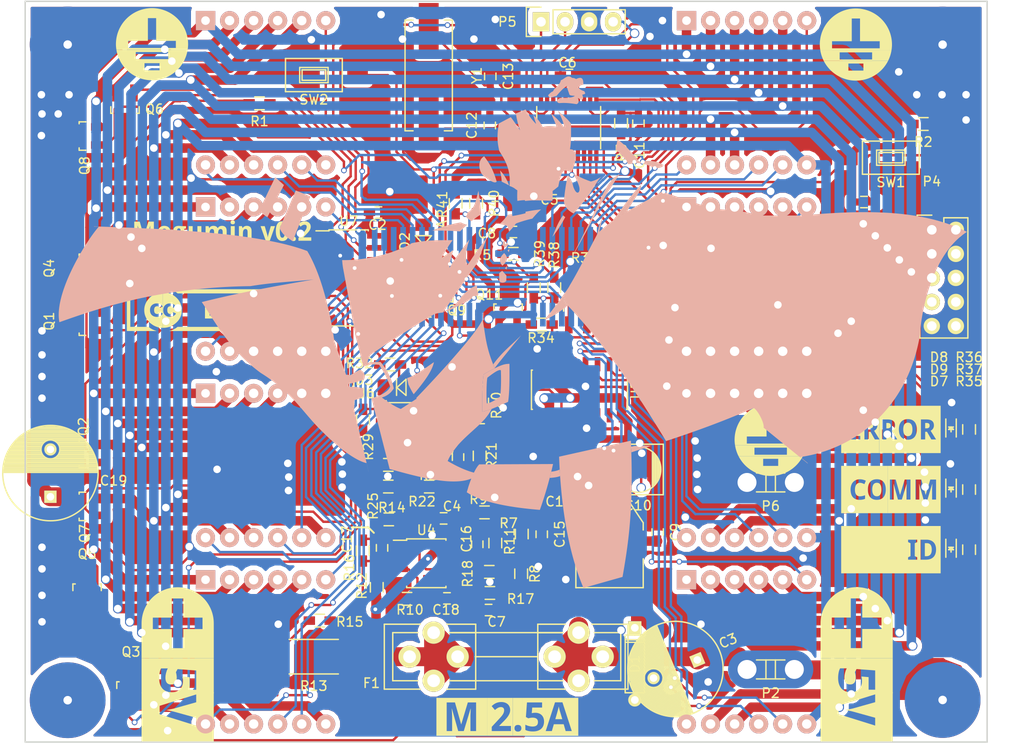
<source format=kicad_pcb>
(kicad_pcb (version 4) (host pcbnew 4.0.4-1.fc24-product)
  (layers (0 F.Cu signal) (31 B.Cu signal) (34 B.Paste user hide) (35 F.Paste user hide) (36 B.SilkS user) (37 F.SilkS user) (38 B.Mask user) (39 F.Mask user) (44 Edge.Cuts user))
  (net 0 "")
  (net 1 "Net-(C1-Pad1)")
  (net 2 /USER_BTN)
  (net 3 GND)
  (net 4 VDD)
  (net 5 +3V3)
  (net 6 /RST)
  (net 7 /XT1)
  (net 8 /XT2)
  (net 9 "Net-(C14-Pad2)")
  (net 10 "Net-(C15-Pad2)")
  (net 11 "Net-(C16-Pad1)")
  (net 12 /CM_STAGE2_FB)
  (net 13 /CM_STAGE1)
  (net 14 /CM_STAGE1_FB)
  (net 15 "Net-(C18-Pad2)")
  (net 16 /SEG_COM_MEAS)
  (net 17 /~WD_RST)
  (net 18 /WD_COMP)
  (net 19 /LED_ID)
  (net 20 /LED_ERROR)
  (net 21 /LED_COMM)
  (net 22 "Net-(D10-Pad6)")
  (net 23 "Net-(D10-Pad9)")
  (net 24 "Net-(D10-Pad8)")
  (net 25 "Net-(D10-Pad12)")
  (net 26 "Net-(D11-Pad6)")
  (net 27 "Net-(D11-Pad9)")
  (net 28 "Net-(D11-Pad8)")
  (net 29 "Net-(D11-Pad12)")
  (net 30 "Net-(D12-Pad6)")
  (net 31 "Net-(D12-Pad9)")
  (net 32 "Net-(D12-Pad8)")
  (net 33 "Net-(D12-Pad12)")
  (net 34 "Net-(D13-Pad6)")
  (net 35 "Net-(D13-Pad9)")
  (net 36 "Net-(D13-Pad8)")
  (net 37 "Net-(D13-Pad12)")
  (net 38 /SEG_E_COM)
  (net 39 /SEG_D_COM)
  (net 40 /SEG_DP_COM)
  (net 41 /SEG_C_COM)
  (net 42 /SEG_G_COM)
  (net 43 "Net-(D14-Pad6)")
  (net 44 "Net-(D14-Pad9)")
  (net 45 "Net-(D14-Pad8)")
  (net 46 "Net-(D14-Pad12)")
  (net 47 /SEG_A_COM)
  (net 48 /SEG_B_COM)
  (net 49 /SEG_F_COM)
  (net 50 "Net-(D15-Pad6)")
  (net 51 "Net-(D15-Pad9)")
  (net 52 "Net-(D15-Pad8)")
  (net 53 "Net-(D15-Pad12)")
  (net 54 "Net-(D16-Pad6)")
  (net 55 "Net-(D16-Pad9)")
  (net 56 "Net-(D16-Pad8)")
  (net 57 "Net-(D16-Pad12)")
  (net 58 "Net-(D17-Pad6)")
  (net 59 "Net-(D17-Pad9)")
  (net 60 "Net-(D17-Pad8)")
  (net 61 "Net-(D17-Pad12)")
  (net 62 /RS485_A)
  (net 63 /RS485_B)
  (net 64 /SWDIO)
  (net 65 /SWCLK)
  (net 66 /SEG_A_CTRL)
  (net 67 /SEG_B_CTRL)
  (net 68 /SEG_C_CTRL)
  (net 69 /SEG_D_CTRL)
  (net 70 /SEG_E_CTRL)
  (net 71 /SEG_F_CTRL)
  (net 72 /SEG_G_CTLR)
  (net 73 /SEG_DP_CTRL)
  (net 74 /~OE)
  (net 75 "Net-(Q9-Pad2)")
  (net 76 "Net-(Q10-Pad2)")
  (net 77 "Net-(Q11-Pad2)")
  (net 78 /RS485_DE)
  (net 79 /CMEAS_OFFX_COMP)
  (net 80 /CMEAS_OUT)
  (net 81 "Net-(R10-Pad2)")
  (net 82 /R_SET_CTRL0)
  (net 83 /R_SET_CTRL1)
  (net 84 "Net-(R38-Pad2)")
  (net 85 /mux_mod_left/R_SET_0)
  (net 86 "Net-(R40-Pad2)")
  (net 87 /mux_mod_left/R_SET_1)
  (net 88 /RS485_RX)
  (net 89 /RS485_TX)
  (net 90 /SCK)
  (net 91 /MOSI_C0)
  (net 92 /STROBE)
  (net 93 /AUX_STROBE)
  (net 94 "Net-(U5-Pad4)")
  (net 95 /MOSI_C3)
  (net 96 "Net-(U5-Pad14)")
  (net 97 /MOSI_C2)
  (net 98 /MOSI_C1)
  (net 99 /mux_mod_left/VDD)
  (net 100 /VDD_PRE_FUSE)
  (net 101 /~WD_RST1)
  (net 102 /~WD_RST2)
  (net 103 /WD_REF2)
  (net 104 /WD_REF1)
  (net 105 "Net-(D7-Pad2)")
  (net 106 "Net-(D8-Pad2)")
  (net 107 "Net-(D9-Pad2)")
  (net 108 "Net-(U5-Pad5)")
  (net 109 "Net-(U5-Pad15)")
  (module footprints:label_gnd_04 (layer F.Cu) (at 61.658 48.214)
    (fp_text reference svg2mod hide)
    (fp_text value G*** hide)
  )
  (module footprints:label_plus_04 (layer F.Cu) (at 64.368 113.754 270)
    (fp_text reference svg2mod hide)
    (fp_text value G*** hide)
  )
  (module footprints:label_gnd_04 (layer F.Cu) (at 127 90)
    (fp_text reference svg2mod hide)
    (fp_text value G*** hide)
  )
  (module Resistors_SMD:R_0603_HandSoldering (layer F.Cu) (at 147.955 101.6 270)
    (fp_text reference R35 (at -17.78 0 360) (layer F.SilkS))
    (fp_text value 100)
    (pad 1 smd rect (at -1.1 0 270) (size 1.2 0.9) (layers F.Cu F.Paste F.Mask) (net 19 /LED_ID))
    (pad 2 smd rect (at 1.1 0 270) (size 1.2 0.9) (layers F.Cu F.Paste F.Mask) (net 105 "Net-(D7-Pad2)"))
  )
  (module Capacitors_SMD:c_elec_5x5.8 (layer F.Cu) (at 112.9919 93.1291 180)
    (fp_text reference C10 (at 0 -3.81 180) (layer F.SilkS))
    (fp_text value 47u)
    (pad 1 smd rect (at 2.19964 0 180) (size 2.99974 1.6002) (layers F.Cu F.Paste F.Mask) (net 5 +3V3))
    (pad 2 smd rect (at -2.19964 0 180) (size 2.99974 1.6002) (layers F.Cu F.Paste F.Mask) (net 3 GND))
  )
  (module Crystals:Crystal_HC49-SD_SMD (layer F.Cu) (at 90.8812 51.5112 270)
    (fp_text reference Y1 (at 0 -5.08 270) (layer F.SilkS))
    (fp_text value 8MHz)
    (pad 1 smd rect (at -4.84886 0 270) (size 5.6007 2.10058) (layers F.Cu F.Paste F.Mask) (net 8 /XT2))
    (pad 2 smd rect (at 4.84886 0 270) (size 5.6007 2.10058) (layers F.Cu F.Paste F.Mask) (net 7 /XT1))
  )
  (module Diodes_SMD:MiniMELF_Standard (layer F.Cu) (at 90.3224 69.0372 90)
    (fp_text reference D2 (at 0 -1.95 90) (layer F.SilkS))
    (fp_text value D_Small)
    (fp_text user K (at -1.8 1.95 90) (layer F.SilkS))
    (fp_text user A (at 1.8 1.95 90) (layer F.SilkS))
    (pad 1 smd rect (at -1.75006 0 90) (size 1.30048 1.69926) (layers F.Cu F.Paste F.Mask) (net 17 /~WD_RST))
    (pad 2 smd rect (at 1.75006 0 90) (size 1.30048 1.69926) (layers F.Cu F.Paste F.Mask) (net 6 /RST))
  )
  (module Diodes_SMD:MiniMELF_Standard (layer F.Cu) (at 94.361 86.233 90)
    (fp_text reference D4 (at 3.429 0.127 180) (layer F.SilkS))
    (fp_text value D_Small)
    (fp_text user K (at -1.8 1.95 90) (layer F.SilkS))
    (fp_text user A (at 1.8 1.95 90) (layer F.SilkS))
    (pad 1 smd rect (at -1.75006 0 90) (size 1.30048 1.69926) (layers F.Cu F.Paste F.Mask) (net 102 /~WD_RST2))
    (pad 2 smd rect (at 1.75006 0 90) (size 1.30048 1.69926) (layers F.Cu F.Paste F.Mask) (net 17 /~WD_RST))
  )
  (module Diodes_SMD:MiniMELF_Standard (layer F.Cu) (at 87.884 84.455)
    (fp_text reference D3 (at -3.81 -0.762) (layer F.SilkS))
    (fp_text value D_Small)
    (fp_text user K (at -1.8 1.95) (layer F.SilkS))
    (fp_text user A (at 1.8 1.95) (layer F.SilkS))
    (pad 1 smd rect (at -1.75006 0) (size 1.30048 1.69926) (layers F.Cu F.Paste F.Mask) (net 101 /~WD_RST1))
    (pad 2 smd rect (at 1.75006 0) (size 1.30048 1.69926) (layers F.Cu F.Paste F.Mask) (net 17 /~WD_RST))
  )
  (module Resistors_SMD:R_2512_HandSoldering (layer F.Cu) (at 78.74 112.903 180)
    (fp_text reference R13 (at 0 -3.1 180) (layer F.SilkS))
    (fp_text value 0.1)
    (pad 1 smd rect (at -3.95 0 180) (size 2.7 3.2) (layers F.Cu F.Paste F.Mask) (net 4 VDD))
    (pad 2 smd rect (at 3.95 0 180) (size 2.7 3.2) (layers F.Cu F.Paste F.Mask) (net 16 /SEG_COM_MEAS))
  )
  (module Capacitors_SMD:C_0603_HandSoldering (layer F.Cu) (at 136.8552 64.8843 180)
    (fp_text reference C1 (at 0 -1.9 180) (layer F.SilkS))
    (fp_text value 100n)
    (pad 1 smd rect (at -0.95 0 180) (size 1.2 0.75) (layers F.Cu F.Paste F.Mask) (net 1 "Net-(C1-Pad1)"))
    (pad 2 smd rect (at 0.95 0 180) (size 1.2 0.75) (layers F.Cu F.Paste F.Mask) (net 2 /USER_BTN))
  )
  (module Capacitors_SMD:C_0603_HandSoldering (layer F.Cu) (at 85.5726 65.9892 180)
    (fp_text reference C2 (at 0.1016 -1.3208 180) (layer F.SilkS))
    (fp_text value 100n)
    (pad 1 smd rect (at -0.95 0 180) (size 1.2 0.75) (layers F.Cu F.Paste F.Mask) (net 3 GND))
    (pad 2 smd rect (at 0.95 0 180) (size 1.2 0.75) (layers F.Cu F.Paste F.Mask) (net 4 VDD))
  )
  (module Capacitors_SMD:C_0603_HandSoldering (layer F.Cu) (at 92.456 98.298)
    (fp_text reference C4 (at 0.889 -1.27) (layer F.SilkS))
    (fp_text value 100n)
    (pad 1 smd rect (at -0.95 0) (size 1.2 0.75) (layers F.Cu F.Paste F.Mask) (net 3 GND))
    (pad 2 smd rect (at 0.95 0) (size 1.2 0.75) (layers F.Cu F.Paste F.Mask) (net 4 VDD))
  )
  (module Capacitors_SMD:C_0603_HandSoldering (layer F.Cu) (at 102.87 63.0428)
    (fp_text reference C5 (at 0.762 1.6002) (layer F.SilkS))
    (fp_text value 100n)
    (pad 1 smd rect (at -0.95 0) (size 1.2 0.75) (layers F.Cu F.Paste F.Mask) (net 3 GND))
    (pad 2 smd rect (at 0.95 0) (size 1.2 0.75) (layers F.Cu F.Paste F.Mask) (net 5 +3V3))
  )
  (module Capacitors_SMD:C_0603_HandSoldering (layer F.Cu) (at 105.7402 51.4604 180)
    (fp_text reference C6 (at 0.2032 1.2954 180) (layer F.SilkS))
    (fp_text value 100n)
    (pad 1 smd rect (at -0.95 0 180) (size 1.2 0.75) (layers F.Cu F.Paste F.Mask) (net 3 GND))
    (pad 2 smd rect (at 0.95 0 180) (size 1.2 0.75) (layers F.Cu F.Paste F.Mask) (net 5 +3V3))
  )
  (module Capacitors_SMD:C_0603_HandSoldering (layer F.Cu) (at 97.2058 107.9754)
    (fp_text reference C7 (at 0.8382 1.2446) (layer F.SilkS))
    (fp_text value 100n)
    (pad 1 smd rect (at -0.95 0) (size 1.2 0.75) (layers F.Cu F.Paste F.Mask) (net 3 GND))
    (pad 2 smd rect (at 0.95 0) (size 1.2 0.75) (layers F.Cu F.Paste F.Mask) (net 5 +3V3))
  )
  (module Capacitors_SMD:C_0603_HandSoldering (layer F.Cu) (at 99.822 68.0466)
    (fp_text reference C8 (at -2.794 0.1524) (layer F.SilkS))
    (fp_text value 100n)
    (pad 1 smd rect (at -0.95 0) (size 1.2 0.75) (layers F.Cu F.Paste F.Mask) (net 3 GND))
    (pad 2 smd rect (at 0.95 0) (size 1.2 0.75) (layers F.Cu F.Paste F.Mask) (net 5 +3V3))
  )
  (module Capacitors_SMD:C_0603_HandSoldering (layer F.Cu) (at 115.062 99.7458 270)
    (fp_text reference C9 (at 0 -1.9 270) (layer F.SilkS))
    (fp_text value 100n)
    (pad 1 smd rect (at -0.95 0 270) (size 1.2 0.75) (layers F.Cu F.Paste F.Mask) (net 3 GND))
    (pad 2 smd rect (at 0.95 0 270) (size 1.2 0.75) (layers F.Cu F.Paste F.Mask) (net 5 +3V3))
  )
  (module Capacitors_SMD:C_0603_HandSoldering (layer F.Cu) (at 113.03 56.5658 270)
    (fp_text reference C11 (at 3.3782 -0.127 270) (layer F.SilkS))
    (fp_text value 10n)
    (pad 1 smd rect (at -0.95 0 270) (size 1.2 0.75) (layers F.Cu F.Paste F.Mask) (net 6 /RST))
    (pad 2 smd rect (at 0.95 0 270) (size 1.2 0.75) (layers F.Cu F.Paste F.Mask) (net 3 GND))
  )
  (module Capacitors_SMD:C_0603_HandSoldering (layer F.Cu) (at 97.3328 56.7944 90)
    (fp_text reference C12 (at 0 -1.9 90) (layer F.SilkS))
    (fp_text value 22p)
    (pad 1 smd rect (at -0.95 0 90) (size 1.2 0.75) (layers F.Cu F.Paste F.Mask) (net 3 GND))
    (pad 2 smd rect (at 0.95 0 90) (size 1.2 0.75) (layers F.Cu F.Paste F.Mask) (net 7 /XT1))
  )
  (module Capacitors_SMD:C_0603_HandSoldering (layer F.Cu) (at 97.3836 51.6128 270)
    (fp_text reference C13 (at 0 -1.9 270) (layer F.SilkS))
    (fp_text value 22p)
    (pad 1 smd rect (at -0.95 0 270) (size 1.2 0.75) (layers F.Cu F.Paste F.Mask) (net 3 GND))
    (pad 2 smd rect (at 0.95 0 270) (size 1.2 0.75) (layers F.Cu F.Paste F.Mask) (net 8 /XT2))
  )
  (module Capacitors_SMD:C_0603_HandSoldering (layer F.Cu) (at 101.5365 96.52 180)
    (fp_text reference C14 (at -3.1115 0 180) (layer F.SilkS))
    (fp_text value 220n)
    (pad 1 smd rect (at -0.95 0 180) (size 1.2 0.75) (layers F.Cu F.Paste F.Mask) (net 3 GND))
    (pad 2 smd rect (at 0.95 0 180) (size 1.2 0.75) (layers F.Cu F.Paste F.Mask) (net 9 "Net-(C14-Pad2)"))
  )
  (module Capacitors_SMD:C_0603_HandSoldering (layer F.Cu) (at 102.8192 99.9744 270)
    (fp_text reference C15 (at 0 -1.9 270) (layer F.SilkS))
    (fp_text value 220n)
    (pad 1 smd rect (at -0.95 0 270) (size 1.2 0.75) (layers F.Cu F.Paste F.Mask) (net 3 GND))
    (pad 2 smd rect (at 0.95 0 270) (size 1.2 0.75) (layers F.Cu F.Paste F.Mask) (net 10 "Net-(C15-Pad2)"))
  )
  (module Capacitors_SMD:C_0603_HandSoldering (layer F.Cu) (at 96.012 101.0285 270)
    (fp_text reference C16 (at -0.5715 1.143 270) (layer F.SilkS))
    (fp_text value comp)
    (pad 1 smd rect (at -0.95 0 270) (size 1.2 0.75) (layers F.Cu F.Paste F.Mask) (net 11 "Net-(C16-Pad1)"))
    (pad 2 smd rect (at 0.95 0 270) (size 1.2 0.75) (layers F.Cu F.Paste F.Mask) (net 12 /CM_STAGE2_FB))
  )
  (module Capacitors_SMD:C_0603_HandSoldering (layer F.Cu) (at 85.9536 101.4095 270)
    (fp_text reference C17 (at -0.9095 3.7036 450) (layer F.SilkS))
    (fp_text value comp)
    (pad 1 smd rect (at -0.95 0 270) (size 1.2 0.75) (layers F.Cu F.Paste F.Mask) (net 13 /CM_STAGE1))
    (pad 2 smd rect (at 0.95 0 270) (size 1.2 0.75) (layers F.Cu F.Paste F.Mask) (net 14 /CM_STAGE1_FB))
  )
  (module Capacitors_SMD:C_0603_HandSoldering (layer F.Cu) (at 92.8116 106.7435)
    (fp_text reference C18 (at -0.1016 1.2065) (layer F.SilkS))
    (fp_text value 100n)
    (pad 1 smd rect (at -0.95 0) (size 1.2 0.75) (layers F.Cu F.Paste F.Mask) (net 3 GND))
    (pad 2 smd rect (at 0.95 0) (size 1.2 0.75) (layers F.Cu F.Paste F.Mask) (net 15 "Net-(C18-Pad2)"))
  )
  (module Capacitors_SMD:C_0603_HandSoldering (layer F.Cu) (at 93.98 91.821 270)
    (fp_text reference C20 (at -1.524 1.016 270) (layer F.SilkS))
    (fp_text value 100n)
    (pad 1 smd rect (at -0.95 0 270) (size 1.2 0.75) (layers F.Cu F.Paste F.Mask) (net 18 /WD_COMP))
    (pad 2 smd rect (at 0.95 0 270) (size 1.2 0.75) (layers F.Cu F.Paste F.Mask) (net 3 GND))
  )
  (module LEDs:LED_0603 (layer F.Cu) (at 146.05 101.6 270)
    (fp_text reference D7 (at -17.78 1.27 360) (layer F.SilkS))
    (fp_text value ID)
    (pad 2 smd rect (at 0.7493 0 90) (size 0.79756 0.79756) (layers F.Cu F.Paste F.Mask) (net 105 "Net-(D7-Pad2)"))
    (pad 1 smd rect (at -0.7493 0 90) (size 0.79756 0.79756) (layers F.Cu F.Paste F.Mask) (net 3 GND))
  )
  (module LEDs:LED_0603 (layer F.Cu) (at 146.05 88.9 270)
    (fp_text reference D8 (at -7.62 1.27 360) (layer F.SilkS))
    (fp_text value ERROR)
    (pad 2 smd rect (at 0.7493 0 90) (size 0.79756 0.79756) (layers F.Cu F.Paste F.Mask) (net 106 "Net-(D8-Pad2)"))
    (pad 1 smd rect (at -0.7493 0 90) (size 0.79756 0.79756) (layers F.Cu F.Paste F.Mask) (net 3 GND))
  )
  (module LEDs:LED_0603 (layer F.Cu) (at 146.05 95.25 270)
    (fp_text reference D9 (at -12.7 1.27 360) (layer F.SilkS))
    (fp_text value COMM)
    (pad 2 smd rect (at 0.7493 0 90) (size 0.79756 0.79756) (layers F.Cu F.Paste F.Mask) (net 107 "Net-(D9-Pad2)"))
    (pad 1 smd rect (at -0.7493 0 90) (size 0.79756 0.79756) (layers F.Cu F.Paste F.Mask) (net 3 GND))
  )
  (module Fuse_Holders_and_Fuses:Fuseholder5x20_horiz_open_universal_Type-III (layer F.Cu) (at 99.06 112.903 180)
    (fp_text reference F1 (at 14.224 -2.794 180) (layer F.SilkS))
    (fp_text value "2.5A MT")
    (pad 2 thru_hole circle (at 5.12064 0 180) (size 2.3495 2.3495) (drill 1.34874) (layers *.Cu *.Mask F.SilkS) (net 4 VDD))
    (pad 2 thru_hole circle (at 10.20064 0 180) (size 2.3495 2.3495) (drill 1.34874) (layers *.Cu *.Mask F.SilkS) (net 4 VDD))
    (pad 1 thru_hole circle (at -5.1181 0 180) (size 2.3495 2.3495) (drill 1.34874) (layers *.Cu *.Mask F.SilkS) (net 100 /VDD_PRE_FUSE))
    (pad 1 thru_hole circle (at -10.1981 0 180) (size 2.3495 2.3495) (drill 1.34874) (layers *.Cu *.Mask F.SilkS) (net 100 /VDD_PRE_FUSE))
    (pad 2 thru_hole circle (at 7.66064 -2.54 180) (size 2.3495 2.3495) (drill 1.34874) (layers *.Cu *.Mask F.SilkS) (net 4 VDD))
    (pad 2 thru_hole circle (at 7.66064 2.54 180) (size 2.3495 2.3495) (drill 1.34874) (layers *.Cu *.Mask F.SilkS) (net 4 VDD))
    (pad 1 thru_hole circle (at -7.6581 -2.54 180) (size 2.3495 2.3495) (drill 1.34874) (layers *.Cu *.Mask F.SilkS) (net 100 /VDD_PRE_FUSE))
    (pad 1 thru_hole circle (at -7.6581 2.54 180) (size 2.3495 2.3495) (drill 1.34874) (layers *.Cu *.Mask F.SilkS) (net 100 /VDD_PRE_FUSE))
  )
  (module Pin_Headers:Pin_Header_Straight_2x05 (layer F.Cu) (at 144.018 67.818)
    (fp_text reference P4 (at 0 -5.1) (layer F.SilkS))
    (fp_text value CONN_02X05)
    (pad 1 thru_hole rect (at 0 0) (size 1.7272 1.7272) (drill 1.016) (layers *.Cu *.Mask F.SilkS) (net 3 GND))
    (pad 2 thru_hole oval (at 2.54 0) (size 1.7272 1.7272) (drill 1.016) (layers *.Cu *.Mask F.SilkS) (net 3 GND))
    (pad 3 thru_hole oval (at 0 2.54) (size 1.7272 1.7272) (drill 1.016) (layers *.Cu *.Mask F.SilkS) (net 3 GND))
    (pad 4 thru_hole oval (at 2.54 2.54) (size 1.7272 1.7272) (drill 1.016) (layers *.Cu *.Mask F.SilkS) (net 3 GND))
    (pad 5 thru_hole oval (at 0 5.08) (size 1.7272 1.7272) (drill 1.016) (layers *.Cu *.Mask F.SilkS) (net 63 /RS485_B))
    (pad 6 thru_hole oval (at 2.54 5.08) (size 1.7272 1.7272) (drill 1.016) (layers *.Cu *.Mask F.SilkS) (net 3 GND))
    (pad 7 thru_hole oval (at 0 7.62) (size 1.7272 1.7272) (drill 1.016) (layers *.Cu *.Mask F.SilkS) (net 62 /RS485_A))
    (pad 8 thru_hole oval (at 2.54 7.62) (size 1.7272 1.7272) (drill 1.016) (layers *.Cu *.Mask F.SilkS) (net 3 GND))
    (pad 9 thru_hole oval (at 0 10.16) (size 1.7272 1.7272) (drill 1.016) (layers *.Cu *.Mask F.SilkS) (net 3 GND))
    (pad 10 thru_hole oval (at 2.54 10.16) (size 1.7272 1.7272) (drill 1.016) (layers *.Cu *.Mask F.SilkS) (net 3 GND))
  )
  (module Socket_Strips:Socket_Strip_Straight_1x04 (layer F.Cu) (at 102.743 45.847)
    (fp_text reference P5 (at -3.556 0) (layer F.SilkS))
    (fp_text value SWD)
    (pad 1 thru_hole rect (at 0 0) (size 1.7272 2.032) (drill 1.016) (layers *.Cu *.Mask F.SilkS) (net 64 /SWDIO))
    (pad 2 thru_hole oval (at 2.54 0) (size 1.7272 2.032) (drill 1.016) (layers *.Cu *.Mask F.SilkS) (net 65 /SWCLK))
    (pad 3 thru_hole oval (at 5.08 0) (size 1.7272 2.032) (drill 1.016) (layers *.Cu *.Mask F.SilkS) (net 3 GND))
    (pad 4 thru_hole oval (at 7.62 0) (size 1.7272 2.032) (drill 1.016) (layers *.Cu *.Mask F.SilkS) (net 5 +3V3))
  )
  (module TO_SOT_Packages_SMD:SOT-23_Handsoldering (layer F.Cu) (at 54.61 77.47 90)
    (fp_text reference Q1 (at 0 -3.81 90) (layer F.SilkS))
    (fp_text value AO3415A)
    (pad 1 smd rect (at -0.95 1.50114 90) (size 0.8001 1.80086) (layers F.Cu F.Paste F.Mask) (net 68 /SEG_C_CTRL))
    (pad 2 smd rect (at 0.95 1.50114 90) (size 0.8001 1.80086) (layers F.Cu F.Paste F.Mask) (net 41 /SEG_C_COM))
    (pad 3 smd rect (at 0 -1.50114 90) (size 0.8001 1.80086) (layers F.Cu F.Paste F.Mask) (net 16 /SEG_COM_MEAS))
  )
  (module TO_SOT_Packages_SMD:SOT-23_Handsoldering (layer F.Cu) (at 54.61 91.44 90)
    (fp_text reference Q2 (at 2.84 -0.191 90) (layer F.SilkS))
    (fp_text value AO3415A)
    (pad 1 smd rect (at -0.95 1.50114 90) (size 0.8001 1.80086) (layers F.Cu F.Paste F.Mask) (net 72 /SEG_G_CTLR))
    (pad 2 smd rect (at 0.95 1.50114 90) (size 0.8001 1.80086) (layers F.Cu F.Paste F.Mask) (net 42 /SEG_G_COM))
    (pad 3 smd rect (at 0 -1.50114 90) (size 0.8001 1.80086) (layers F.Cu F.Paste F.Mask) (net 16 /SEG_COM_MEAS))
  )
  (module TO_SOT_Packages_SMD:SOT-23_Handsoldering (layer F.Cu) (at 59.436 116.205)
    (fp_text reference Q3 (at 0 -3.81) (layer F.SilkS))
    (fp_text value AO3415A)
    (pad 1 smd rect (at -0.95 1.50114) (size 0.8001 1.80086) (layers F.Cu F.Paste F.Mask) (net 67 /SEG_B_CTRL))
    (pad 2 smd rect (at 0.95 1.50114) (size 0.8001 1.80086) (layers F.Cu F.Paste F.Mask) (net 48 /SEG_B_COM))
    (pad 3 smd rect (at 0 -1.50114) (size 0.8001 1.80086) (layers F.Cu F.Paste F.Mask) (net 16 /SEG_COM_MEAS))
  )
  (module TO_SOT_Packages_SMD:SOT-23_Handsoldering (layer F.Cu) (at 54.61 71.882 90)
    (fp_text reference Q4 (at 0 -3.81 90) (layer F.SilkS))
    (fp_text value AO3415A)
    (pad 1 smd rect (at -0.95 1.50114 90) (size 0.8001 1.80086) (layers F.Cu F.Paste F.Mask) (net 73 /SEG_DP_CTRL))
    (pad 2 smd rect (at 0.95 1.50114 90) (size 0.8001 1.80086) (layers F.Cu F.Paste F.Mask) (net 40 /SEG_DP_COM))
    (pad 3 smd rect (at 0 -1.50114 90) (size 0.8001 1.80086) (layers F.Cu F.Paste F.Mask) (net 16 /SEG_COM_MEAS))
  )
  (module TO_SOT_Packages_SMD:SOT-23_Handsoldering (layer F.Cu) (at 54.8 105.872)
    (fp_text reference Q5 (at 0 -3.81) (layer F.SilkS))
    (fp_text value AO3415A)
    (pad 1 smd rect (at -0.95 1.50114) (size 0.8001 1.80086) (layers F.Cu F.Paste F.Mask) (net 71 /SEG_F_CTRL))
    (pad 2 smd rect (at 0.95 1.50114) (size 0.8001 1.80086) (layers F.Cu F.Paste F.Mask) (net 49 /SEG_F_COM))
    (pad 3 smd rect (at 0 -1.50114) (size 0.8001 1.80086) (layers F.Cu F.Paste F.Mask) (net 16 /SEG_COM_MEAS))
  )
  (module TO_SOT_Packages_SMD:SOT-23_Handsoldering (layer F.Cu) (at 58.801 54.864 180)
    (fp_text reference Q6 (at -3.111 -0.208 180) (layer F.SilkS))
    (fp_text value AO3415A)
    (pad 1 smd rect (at -0.95 1.50114 180) (size 0.8001 1.80086) (layers F.Cu F.Paste F.Mask) (net 69 /SEG_D_CTRL))
    (pad 2 smd rect (at 0.95 1.50114 180) (size 0.8001 1.80086) (layers F.Cu F.Paste F.Mask) (net 39 /SEG_D_COM))
    (pad 3 smd rect (at 0 -1.50114 180) (size 0.8001 1.80086) (layers F.Cu F.Paste F.Mask) (net 16 /SEG_COM_MEAS))
  )
  (module TO_SOT_Packages_SMD:SOT-23_Handsoldering (layer F.Cu) (at 54.61 97.028 90)
    (fp_text reference Q7 (at -2.875 -0.064 90) (layer F.SilkS))
    (fp_text value AO3415A)
    (pad 1 smd rect (at -0.95 1.50114 90) (size 0.8001 1.80086) (layers F.Cu F.Paste F.Mask) (net 66 /SEG_A_CTRL))
    (pad 2 smd rect (at 0.95 1.50114 90) (size 0.8001 1.80086) (layers F.Cu F.Paste F.Mask) (net 47 /SEG_A_COM))
    (pad 3 smd rect (at 0 -1.50114 90) (size 0.8001 1.80086) (layers F.Cu F.Paste F.Mask) (net 16 /SEG_COM_MEAS))
  )
  (module TO_SOT_Packages_SMD:SOT-23_Handsoldering (layer F.Cu) (at 54.61 57.912 90)
    (fp_text reference Q8 (at -3.129 -0.064 90) (layer F.SilkS))
    (fp_text value AO3415A)
    (pad 1 smd rect (at -0.95 1.50114 90) (size 0.8001 1.80086) (layers F.Cu F.Paste F.Mask) (net 70 /SEG_E_CTRL))
    (pad 2 smd rect (at 0.95 1.50114 90) (size 0.8001 1.80086) (layers F.Cu F.Paste F.Mask) (net 38 /SEG_E_COM))
    (pad 3 smd rect (at 0 -1.50114 90) (size 0.8001 1.80086) (layers F.Cu F.Paste F.Mask) (net 16 /SEG_COM_MEAS))
  )
  (module TO_SOT_Packages_SMD:SOT-23_Handsoldering (layer F.Cu) (at 91.948 74.7776 180)
    (fp_text reference Q9 (at -1.905 -1.5494 180) (layer F.SilkS))
    (fp_text value Q_PNP_CBE)
    (pad 1 smd rect (at -0.95 1.50114 180) (size 0.8001 1.80086) (layers F.Cu F.Paste F.Mask) (net 74 /~OE))
    (pad 2 smd rect (at 0.95 1.50114 180) (size 0.8001 1.80086) (layers F.Cu F.Paste F.Mask) (net 75 "Net-(Q9-Pad2)"))
    (pad 3 smd rect (at 0 -1.50114 180) (size 0.8001 1.80086) (layers F.Cu F.Paste F.Mask) (net 5 +3V3))
  )
  (module TO_SOT_Packages_SMD:SOT-23_Handsoldering (layer F.Cu) (at 106.6292 76.3524)
    (fp_text reference Q10 (at 2.8448 -0.2794) (layer F.SilkS))
    (fp_text value Q_NPN_CBE)
    (pad 1 smd rect (at -0.95 1.50114) (size 0.8001 1.80086) (layers F.Cu F.Paste F.Mask) (net 85 /mux_mod_left/R_SET_0))
    (pad 2 smd rect (at 0.95 1.50114) (size 0.8001 1.80086) (layers F.Cu F.Paste F.Mask) (net 76 "Net-(Q10-Pad2)"))
    (pad 3 smd rect (at 0 -1.50114) (size 0.8001 1.80086) (layers F.Cu F.Paste F.Mask) (net 3 GND))
  )
  (module TO_SOT_Packages_SMD:SOT-23_Handsoldering (layer F.Cu) (at 99.2632 76.3016)
    (fp_text reference Q11 (at -1.9812 -1.6256) (layer F.SilkS))
    (fp_text value Q_NPN_CBE)
    (pad 1 smd rect (at -0.95 1.50114) (size 0.8001 1.80086) (layers F.Cu F.Paste F.Mask) (net 87 /mux_mod_left/R_SET_1))
    (pad 2 smd rect (at 0.95 1.50114) (size 0.8001 1.80086) (layers F.Cu F.Paste F.Mask) (net 77 "Net-(Q11-Pad2)"))
    (pad 3 smd rect (at 0 -1.50114) (size 0.8001 1.80086) (layers F.Cu F.Paste F.Mask) (net 3 GND))
  )
  (module Resistors_SMD:R_0603_HandSoldering (layer F.Cu) (at 73.0123 54.4576 180)
    (fp_text reference R1 (at 0 -1.9 180) (layer F.SilkS))
    (fp_text value 10k)
    (pad 1 smd rect (at -1.1 0 180) (size 1.2 0.9) (layers F.Cu F.Paste F.Mask) (net 2 /USER_BTN))
    (pad 2 smd rect (at 1.1 0 180) (size 1.2 0.9) (layers F.Cu F.Paste F.Mask) (net 16 /SEG_COM_MEAS))
  )
  (module Resistors_SMD:R_0603_HandSoldering (layer F.Cu) (at 143.129 56.642 180)
    (fp_text reference R2 (at 0 -1.9 180) (layer F.SilkS))
    (fp_text value 10k)
    (pad 1 smd rect (at -1.1 0 180) (size 1.2 0.9) (layers F.Cu F.Paste F.Mask) (net 1 "Net-(C1-Pad1)"))
    (pad 2 smd rect (at 1.1 0 180) (size 1.2 0.9) (layers F.Cu F.Paste F.Mask) (net 2 /USER_BTN))
  )
  (module Resistors_SMD:R_0603_HandSoldering (layer F.Cu) (at 111.2012 56.5658 90)
    (fp_text reference R3 (at -3.1242 0.0508 90) (layer F.SilkS))
    (fp_text value 47k)
    (pad 1 smd rect (at -1.1 0 90) (size 1.2 0.9) (layers F.Cu F.Paste F.Mask) (net 5 +3V3))
    (pad 2 smd rect (at 1.1 0 90) (size 1.2 0.9) (layers F.Cu F.Paste F.Mask) (net 6 /RST))
  )
  (module Resistors_SMD:R_0603_HandSoldering (layer F.Cu) (at 113.157 74.676 270)
    (fp_text reference R4 (at 0 1.524 270) (layer F.SilkS))
    (fp_text value 100k)
    (pad 1 smd rect (at -1.1 0 270) (size 1.2 0.9) (layers F.Cu F.Paste F.Mask) (net 78 /RS485_DE))
    (pad 2 smd rect (at 1.1 0 270) (size 1.2 0.9) (layers F.Cu F.Paste F.Mask) (net 3 GND))
  )
  (module Resistors_SMD:R_0603_HandSoldering (layer F.Cu) (at 99.822 70.358)
    (fp_text reference R5 (at -3.302 0.127) (layer F.SilkS))
    (fp_text value 10k)
    (pad 1 smd rect (at -1.1 0) (size 1.2 0.9) (layers F.Cu F.Paste F.Mask) (net 74 /~OE))
    (pad 2 smd rect (at 1.1 0) (size 1.2 0.9) (layers F.Cu F.Paste F.Mask) (net 5 +3V3))
  )
  (module Resistors_SMD:R_0603_HandSoldering (layer F.Cu) (at 101.473 94.615 180)
    (fp_text reference R6 (at 0.127 1.27 180) (layer F.SilkS))
    (fp_text value 4k7)
    (pad 1 smd rect (at -1.1 0 180) (size 1.2 0.9) (layers F.Cu F.Paste F.Mask) (net 79 /CMEAS_OFFX_COMP))
    (pad 2 smd rect (at 1.1 0 180) (size 1.2 0.9) (layers F.Cu F.Paste F.Mask) (net 9 "Net-(C14-Pad2)"))
  )
  (module Resistors_SMD:R_0603_HandSoldering (layer F.Cu) (at 100.711 99.949 270)
    (fp_text reference R7 (at -1.143 1.397 540) (layer F.SilkS))
    (fp_text value 4k7)
    (pad 1 smd rect (at -1.1 0 270) (size 1.2 0.9) (layers F.Cu F.Paste F.Mask) (net 9 "Net-(C14-Pad2)"))
    (pad 2 smd rect (at 1.1 0 270) (size 1.2 0.9) (layers F.Cu F.Paste F.Mask) (net 10 "Net-(C15-Pad2)"))
  )
  (module Resistors_SMD:R_0603_HandSoldering (layer F.Cu) (at 100.6475 104.14 90)
    (fp_text reference R8 (at 0 1.4605 90) (layer F.SilkS))
    (fp_text value 4k7)
    (pad 1 smd rect (at -1.1 0 90) (size 1.2 0.9) (layers F.Cu F.Paste F.Mask) (net 12 /CM_STAGE2_FB))
    (pad 2 smd rect (at 1.1 0 90) (size 1.2 0.9) (layers F.Cu F.Paste F.Mask) (net 10 "Net-(C15-Pad2)"))
  )
  (module Resistors_SMD:R_0603_HandSoldering (layer F.Cu) (at 96.774 97.663)
    (fp_text reference R9 (at -0.635 -1.397) (layer F.SilkS))
    (fp_text value 1k)
    (pad 1 smd rect (at -1.1 0) (size 1.2 0.9) (layers F.Cu F.Paste F.Mask) (net 11 "Net-(C16-Pad1)"))
    (pad 2 smd rect (at 1.1 0) (size 1.2 0.9) (layers F.Cu F.Paste F.Mask) (net 80 /CMEAS_OUT))
  )
  (module Resistors_SMD:R_0603_HandSoldering (layer F.Cu) (at 88.5952 106.7943)
    (fp_text reference R10 (at 0.3048 1.1557) (layer F.SilkS))
    (fp_text value 47k)
    (pad 1 smd rect (at -1.1 0) (size 1.2 0.9) (layers F.Cu F.Paste F.Mask) (net 3 GND))
    (pad 2 smd rect (at 1.1 0) (size 1.2 0.9) (layers F.Cu F.Paste F.Mask) (net 81 "Net-(R10-Pad2)"))
  )
  (module Resistors_SMD:R_0603_HandSoldering (layer F.Cu) (at 97.917 100.9015 270)
    (fp_text reference R11 (at -0.1905 -1.524 270) (layer F.SilkS))
    (fp_text value 100k)
    (pad 1 smd rect (at -1.1 0 270) (size 1.2 0.9) (layers F.Cu F.Paste F.Mask) (net 11 "Net-(C16-Pad1)"))
    (pad 2 smd rect (at 1.1 0 270) (size 1.2 0.9) (layers F.Cu F.Paste F.Mask) (net 12 /CM_STAGE2_FB))
  )
  (module Resistors_SMD:R_0603_HandSoldering (layer F.Cu) (at 85.3948 105.5751 270)
    (fp_text reference R12 (at -0.1651 1.5748 270) (layer F.SilkS))
    (fp_text value 10k)
    (pad 1 smd rect (at -1.1 0 270) (size 1.2 0.9) (layers F.Cu F.Paste F.Mask) (net 81 "Net-(R10-Pad2)"))
    (pad 2 smd rect (at 1.1 0 270) (size 1.2 0.9) (layers F.Cu F.Paste F.Mask) (net 4 VDD))
  )
  (module Resistors_SMD:R_0603_HandSoldering (layer F.Cu) (at 86.6648 98.3996 180)
    (fp_text reference R14 (at -0.3302 1.2446 180) (layer F.SilkS))
    (fp_text value 10k)
    (pad 1 smd rect (at -1.1 0 180) (size 1.2 0.9) (layers F.Cu F.Paste F.Mask) (net 12 /CM_STAGE2_FB))
    (pad 2 smd rect (at 1.1 0 180) (size 1.2 0.9) (layers F.Cu F.Paste F.Mask) (net 13 /CM_STAGE1))
  )
  (module Resistors_SMD:R_0603_HandSoldering (layer F.Cu) (at 79.375 109.093 180)
    (fp_text reference R15 (at -3.175 -0.127 180) (layer F.SilkS))
    (fp_text value 10k)
    (pad 1 smd rect (at -1.1 0 180) (size 1.2 0.9) (layers F.Cu F.Paste F.Mask) (net 14 /CM_STAGE1_FB))
    (pad 2 smd rect (at 1.1 0 180) (size 1.2 0.9) (layers F.Cu F.Paste F.Mask) (net 16 /SEG_COM_MEAS))
  )
  (module Resistors_SMD:R_0603_HandSoldering (layer F.Cu) (at 83.9216 101.7016 270)
    (fp_text reference R16 (at 1.7984 1.4216 270) (layer F.SilkS))
    (fp_text value 47k)
    (pad 1 smd rect (at -1.1 0 270) (size 1.2 0.9) (layers F.Cu F.Paste F.Mask) (net 13 /CM_STAGE1))
    (pad 2 smd rect (at 1.1 0 270) (size 1.2 0.9) (layers F.Cu F.Paste F.Mask) (net 14 /CM_STAGE1_FB))
  )
  (module Resistors_SMD:R_0603_HandSoldering (layer F.Cu) (at 97.3455 106.172 180)
    (fp_text reference R17 (at -3.2385 -0.635 360) (layer F.SilkS))
    (fp_text value 4k7)
    (pad 1 smd rect (at -1.1 0 180) (size 1.2 0.9) (layers F.Cu F.Paste F.Mask) (net 5 +3V3))
    (pad 2 smd rect (at 1.1 0 180) (size 1.2 0.9) (layers F.Cu F.Paste F.Mask) (net 15 "Net-(C18-Pad2)"))
  )
  (module Resistors_SMD:R_0603_HandSoldering (layer F.Cu) (at 97.282 103.9495)
    (fp_text reference R18 (at -2.286 0.1905 90) (layer F.SilkS))
    (fp_text value 4k7)
    (pad 1 smd rect (at -1.1 0) (size 1.2 0.9) (layers F.Cu F.Paste F.Mask) (net 15 "Net-(C18-Pad2)"))
    (pad 2 smd rect (at 1.1 0) (size 1.2 0.9) (layers F.Cu F.Paste F.Mask) (net 3 GND))
  )
  (module Resistors_SMD:R_0603_HandSoldering (layer F.Cu) (at 89.2048 74.7776 270)
    (fp_text reference R19 (at 1.0414 -1.4732 270) (layer F.SilkS))
    (fp_text value 10k)
    (pad 1 smd rect (at -1.1 0 270) (size 1.2 0.9) (layers F.Cu F.Paste F.Mask) (net 75 "Net-(Q9-Pad2)"))
    (pad 2 smd rect (at 1.1 0 270) (size 1.2 0.9) (layers F.Cu F.Paste F.Mask) (net 17 /~WD_RST))
  )
  (module Resistors_SMD:R_0603_HandSoldering (layer F.Cu) (at 96.52 86.106 90)
    (fp_text reference R20 (at -0.254 1.524 90) (layer F.SilkS))
    (fp_text value 47k)
    (pad 1 smd rect (at -1.1 0 90) (size 1.2 0.9) (layers F.Cu F.Paste F.Mask) (net 5 +3V3))
    (pad 2 smd rect (at 1.1 0 90) (size 1.2 0.9) (layers F.Cu F.Paste F.Mask) (net 17 /~WD_RST))
  )
  (module Resistors_SMD:R_0603_HandSoldering (layer F.Cu) (at 83.947 87.884 90)
    (fp_text reference R23 (at 2.884 -1.447 90) (layer F.SilkS))
    (fp_text value 470k)
    (pad 1 smd rect (at -1.1 0 90) (size 1.2 0.9) (layers F.Cu F.Paste F.Mask) (net 104 /WD_REF1))
    (pad 2 smd rect (at 1.1 0 90) (size 1.2 0.9) (layers F.Cu F.Paste F.Mask) (net 101 /~WD_RST1))
  )
  (module Resistors_SMD:R_0603_HandSoldering (layer F.Cu) (at 147.955 88.9 270)
    (fp_text reference R36 (at -7.62 0 360) (layer F.SilkS))
    (fp_text value 140)
    (pad 1 smd rect (at -1.1 0 270) (size 1.2 0.9) (layers F.Cu F.Paste F.Mask) (net 20 /LED_ERROR))
    (pad 2 smd rect (at 1.1 0 270) (size 1.2 0.9) (layers F.Cu F.Paste F.Mask) (net 106 "Net-(D8-Pad2)"))
  )
  (module Resistors_SMD:R_0603_HandSoldering (layer F.Cu) (at 147.955 95.25 270)
    (fp_text reference R37 (at -12.7 0 540) (layer F.SilkS))
    (fp_text value 100)
    (pad 1 smd rect (at -1.1 0 270) (size 1.2 0.9) (layers F.Cu F.Paste F.Mask) (net 21 /LED_COMM))
    (pad 2 smd rect (at 1.1 0 270) (size 1.2 0.9) (layers F.Cu F.Paste F.Mask) (net 107 "Net-(D9-Pad2)"))
  )
  (module Resistors_SMD:R_0603_HandSoldering (layer F.Cu) (at 104.14 73.914 270)
    (fp_text reference R38 (at -3.429 0 270) (layer F.SilkS))
    (fp_text value R)
    (pad 1 smd rect (at -1.1 0 270) (size 1.2 0.9) (layers F.Cu F.Paste F.Mask) (net 85 /mux_mod_left/R_SET_0))
    (pad 2 smd rect (at 1.1 0 270) (size 1.2 0.9) (layers F.Cu F.Paste F.Mask) (net 84 "Net-(R38-Pad2)"))
  )
  (module Resistors_SMD:R_0603_HandSoldering (layer F.Cu) (at 101.981 73.914 270)
    (fp_text reference R39 (at -3.556 -0.635 270) (layer F.SilkS))
    (fp_text value R)
    (pad 1 smd rect (at -1.1 0 270) (size 1.2 0.9) (layers F.Cu F.Paste F.Mask) (net 87 /mux_mod_left/R_SET_1))
    (pad 2 smd rect (at 1.1 0 270) (size 1.2 0.9) (layers F.Cu F.Paste F.Mask) (net 84 "Net-(R38-Pad2)"))
  )
  (module Resistors_SMD:R_0603_HandSoldering (layer F.Cu) (at 95.885 65.024 270)
    (fp_text reference R40 (at 0 -1.9 270) (layer F.SilkS))
    (fp_text value R)
    (pad 1 smd rect (at -1.1 0 270) (size 1.2 0.9) (layers F.Cu F.Paste F.Mask) (net 85 /mux_mod_left/R_SET_0))
    (pad 2 smd rect (at 1.1 0 270) (size 1.2 0.9) (layers F.Cu F.Paste F.Mask) (net 86 "Net-(R40-Pad2)"))
  )
  (module Resistors_SMD:R_0603_HandSoldering (layer F.Cu) (at 93.726 65.024 270)
    (fp_text reference R41 (at 0.127 1.397 270) (layer F.SilkS))
    (fp_text value R)
    (pad 1 smd rect (at -1.1 0 270) (size 1.2 0.9) (layers F.Cu F.Paste F.Mask) (net 87 /mux_mod_left/R_SET_1))
    (pad 2 smd rect (at 1.1 0 270) (size 1.2 0.9) (layers F.Cu F.Paste F.Mask) (net 86 "Net-(R40-Pad2)"))
  )
  (module TO_SOT_Packages_SMD:SOT-223 (layer F.Cu) (at 109.982 101.0412)
    (fp_text reference U1 (at 0 -0.762) (layer F.SilkS))
    (fp_text value LD1117S33CTR)
    (pad 4 smd rect (at 0 -3.302) (size 3.6576 2.032) (layers F.Cu F.Paste F.Mask))
    (pad 2 smd rect (at 0 3.302) (size 1.016 2.032) (layers F.Cu F.Paste F.Mask) (net 5 +3V3))
    (pad 3 smd rect (at 2.286 3.302) (size 1.016 2.032) (layers F.Cu F.Paste F.Mask) (net 4 VDD))
    (pad 1 smd rect (at -2.286 3.302) (size 1.016 2.032) (layers F.Cu F.Paste F.Mask) (net 3 GND))
  )
  (module Housings_SOIC:SOIC-8_3.9x4.9mm_Pitch1.27mm (layer F.Cu) (at 117.983 73.914)
    (fp_text reference U2 (at 0 -3.5) (layer F.SilkS))
    (fp_text value SP3485CN)
    (pad 1 smd rect (at -2.7 -1.905) (size 1.55 0.6) (layers F.Cu F.Paste F.Mask) (net 88 /RS485_RX))
    (pad 2 smd rect (at -2.7 -0.635) (size 1.55 0.6) (layers F.Cu F.Paste F.Mask) (net 78 /RS485_DE))
    (pad 3 smd rect (at -2.7 0.635) (size 1.55 0.6) (layers F.Cu F.Paste F.Mask) (net 78 /RS485_DE))
    (pad 4 smd rect (at -2.7 1.905) (size 1.55 0.6) (layers F.Cu F.Paste F.Mask) (net 89 /RS485_TX))
    (pad 5 smd rect (at 2.7 1.905) (size 1.55 0.6) (layers F.Cu F.Paste F.Mask) (net 3 GND))
    (pad 6 smd rect (at 2.7 0.635) (size 1.55 0.6) (layers F.Cu F.Paste F.Mask) (net 62 /RS485_A))
    (pad 7 smd rect (at 2.7 -0.635) (size 1.55 0.6) (layers F.Cu F.Paste F.Mask) (net 63 /RS485_B))
    (pad 8 smd rect (at 2.7 -1.905) (size 1.55 0.6) (layers F.Cu F.Paste F.Mask) (net 5 +3V3))
  )
  (module Housings_SSOP:TSSOP-20_4.4x6.5mm_Pitch0.65mm (layer F.Cu) (at 105.664 57.023 90)
    (fp_text reference U3 (at 0 -4.3 90) (layer F.SilkS))
    (fp_text value STM32F030F4Px)
    (pad 1 smd rect (at -2.95 -2.925 90) (size 1.45 0.45) (layers F.Cu F.Paste F.Mask) (net 5 +3V3))
    (pad 2 smd rect (at -2.95 -2.275 90) (size 1.45 0.45) (layers F.Cu F.Paste F.Mask) (net 7 /XT1))
    (pad 3 smd rect (at -2.95 -1.625 90) (size 1.45 0.45) (layers F.Cu F.Paste F.Mask) (net 8 /XT2))
    (pad 4 smd rect (at -2.95 -0.975 90) (size 1.45 0.45) (layers F.Cu F.Paste F.Mask) (net 6 /RST))
    (pad 5 smd rect (at -2.95 -0.325 90) (size 1.45 0.45) (layers F.Cu F.Paste F.Mask) (net 5 +3V3))
    (pad 6 smd rect (at -2.95 0.325 90) (size 1.45 0.45) (layers F.Cu F.Paste F.Mask) (net 2 /USER_BTN))
    (pad 7 smd rect (at -2.95 0.975 90) (size 1.45 0.45) (layers F.Cu F.Paste F.Mask) (net 78 /RS485_DE))
    (pad 8 smd rect (at -2.95 1.625 90) (size 1.45 0.45) (layers F.Cu F.Paste F.Mask) (net 89 /RS485_TX))
    (pad 9 smd rect (at -2.95 2.275 90) (size 1.45 0.45) (layers F.Cu F.Paste F.Mask) (net 88 /RS485_RX))
    (pad 10 smd rect (at -2.95 2.925 90) (size 1.45 0.45) (layers F.Cu F.Paste F.Mask) (net 80 /CMEAS_OUT))
    (pad 11 smd rect (at 2.95 2.925 90) (size 1.45 0.45) (layers F.Cu F.Paste F.Mask) (net 90 /SCK))
    (pad 12 smd rect (at 2.95 2.275 90) (size 1.45 0.45) (layers F.Cu F.Paste F.Mask) (net 74 /~OE))
    (pad 13 smd rect (at 2.95 1.625 90) (size 1.45 0.45) (layers F.Cu F.Paste F.Mask) (net 91 /MOSI_C0))
    (pad 14 smd rect (at 2.95 0.975 90) (size 1.45 0.45) (layers F.Cu F.Paste F.Mask) (net 79 /CMEAS_OFFX_COMP))
    (pad 15 smd rect (at 2.95 0.325 90) (size 1.45 0.45) (layers F.Cu F.Paste F.Mask) (net 3 GND))
    (pad 16 smd rect (at 2.95 -0.325 90) (size 1.45 0.45) (layers F.Cu F.Paste F.Mask) (net 5 +3V3))
    (pad 17 smd rect (at 2.95 -0.975 90) (size 1.45 0.45) (layers F.Cu F.Paste F.Mask) (net 92 /STROBE))
    (pad 18 smd rect (at 2.95 -1.625 90) (size 1.45 0.45) (layers F.Cu F.Paste F.Mask) (net 93 /AUX_STROBE))
    (pad 19 smd rect (at 2.95 -2.275 90) (size 1.45 0.45) (layers F.Cu F.Paste F.Mask) (net 64 /SWDIO))
    (pad 20 smd rect (at 2.95 -2.925 90) (size 1.45 0.45) (layers F.Cu F.Paste F.Mask) (net 65 /SWCLK))
  )
  (module Housings_SOIC:SOIC-8_3.9x4.9mm_Pitch1.27mm (layer F.Cu) (at 90.6272 103.0351)
    (fp_text reference U4 (at 0 -3.5) (layer F.SilkS))
    (fp_text value LM358)
    (pad 1 smd rect (at -2.7 -1.905) (size 1.55 0.6) (layers F.Cu F.Paste F.Mask) (net 13 /CM_STAGE1))
    (pad 2 smd rect (at -2.7 -0.635) (size 1.55 0.6) (layers F.Cu F.Paste F.Mask) (net 14 /CM_STAGE1_FB))
    (pad 3 smd rect (at -2.7 0.635) (size 1.55 0.6) (layers F.Cu F.Paste F.Mask) (net 81 "Net-(R10-Pad2)"))
    (pad 4 smd rect (at -2.7 1.905) (size 1.55 0.6) (layers F.Cu F.Paste F.Mask) (net 3 GND))
    (pad 5 smd rect (at 2.7 1.905) (size 1.55 0.6) (layers F.Cu F.Paste F.Mask) (net 15 "Net-(C18-Pad2)"))
    (pad 6 smd rect (at 2.7 0.635) (size 1.55 0.6) (layers F.Cu F.Paste F.Mask) (net 12 /CM_STAGE2_FB))
    (pad 7 smd rect (at 2.7 -0.635) (size 1.55 0.6) (layers F.Cu F.Paste F.Mask) (net 11 "Net-(C16-Pad1)"))
    (pad 8 smd rect (at 2.7 -1.905) (size 1.55 0.6) (layers F.Cu F.Paste F.Mask) (net 4 VDD))
  )
  (module Housings_SOIC:SOIC-16_3.9x9.9mm_Pitch1.27mm (layer F.Cu) (at 106.807 84.709 270)
    (fp_text reference U5 (at 0 -6 270) (layer F.SilkS))
    (fp_text value 74HC595_mine)
    (pad 1 smd rect (at -2.7 -4.445 270) (size 1.5 0.6) (layers F.Cu F.Paste F.Mask) (net 20 /LED_ERROR))
    (pad 2 smd rect (at -2.7 -3.175 270) (size 1.5 0.6) (layers F.Cu F.Paste F.Mask) (net 21 /LED_COMM))
    (pad 3 smd rect (at -2.7 -1.905 270) (size 1.5 0.6) (layers F.Cu F.Paste F.Mask) (net 19 /LED_ID))
    (pad 4 smd rect (at -2.7 -0.635 270) (size 1.5 0.6) (layers F.Cu F.Paste F.Mask) (net 94 "Net-(U5-Pad4)"))
    (pad 5 smd rect (at -2.7 0.635 270) (size 1.5 0.6) (layers F.Cu F.Paste F.Mask) (net 108 "Net-(U5-Pad5)"))
    (pad 6 smd rect (at -2.7 1.905 270) (size 1.5 0.6) (layers F.Cu F.Paste F.Mask) (net 82 /R_SET_CTRL0))
    (pad 7 smd rect (at -2.7 3.175 270) (size 1.5 0.6) (layers F.Cu F.Paste F.Mask) (net 83 /R_SET_CTRL1))
    (pad 8 smd rect (at -2.7 4.445 270) (size 1.5 0.6) (layers F.Cu F.Paste F.Mask) (net 3 GND))
    (pad 9 smd rect (at 2.7 4.445 270) (size 1.5 0.6) (layers F.Cu F.Paste F.Mask) (net 95 /MOSI_C3))
    (pad 10 smd rect (at 2.7 3.175 270) (size 1.5 0.6) (layers F.Cu F.Paste F.Mask) (net 5 +3V3))
    (pad 11 smd rect (at 2.7 1.905 270) (size 1.5 0.6) (layers F.Cu F.Paste F.Mask) (net 90 /SCK))
    (pad 12 smd rect (at 2.7 0.635 270) (size 1.5 0.6) (layers F.Cu F.Paste F.Mask) (net 93 /AUX_STROBE))
    (pad 13 smd rect (at 2.7 -0.635 270) (size 1.5 0.6) (layers F.Cu F.Paste F.Mask) (net 3 GND))
    (pad 14 smd rect (at 2.7 -1.905 270) (size 1.5 0.6) (layers F.Cu F.Paste F.Mask) (net 96 "Net-(U5-Pad14)"))
    (pad 15 smd rect (at 2.7 -3.175 270) (size 1.5 0.6) (layers F.Cu F.Paste F.Mask) (net 109 "Net-(U5-Pad15)"))
    (pad 16 smd rect (at 2.7 -4.445 270) (size 1.5 0.6) (layers F.Cu F.Paste F.Mask) (net 5 +3V3))
  )
  (module Housings_SOIC:SOIC-8_3.9x4.9mm_Pitch1.27mm (layer F.Cu) (at 88.773 88.646)
    (fp_text reference U6 (at -4.572 -3.556) (layer F.SilkS))
    (fp_text value LM393)
    (pad 1 smd rect (at -2.7 -1.905) (size 1.55 0.6) (layers F.Cu F.Paste F.Mask) (net 101 /~WD_RST1))
    (pad 2 smd rect (at -2.7 -0.635) (size 1.55 0.6) (layers F.Cu F.Paste F.Mask) (net 18 /WD_COMP))
    (pad 3 smd rect (at -2.7 0.635) (size 1.55 0.6) (layers F.Cu F.Paste F.Mask) (net 104 /WD_REF1))
    (pad 4 smd rect (at -2.7 1.905) (size 1.55 0.6) (layers F.Cu F.Paste F.Mask) (net 3 GND))
    (pad 5 smd rect (at 2.7 1.905) (size 1.55 0.6) (layers F.Cu F.Paste F.Mask) (net 103 /WD_REF2))
    (pad 6 smd rect (at 2.7 0.635) (size 1.55 0.6) (layers F.Cu F.Paste F.Mask) (net 18 /WD_COMP))
    (pad 7 smd rect (at 2.7 -0.635) (size 1.55 0.6) (layers F.Cu F.Paste F.Mask) (net 102 /~WD_RST2))
    (pad 8 smd rect (at 2.7 -1.905) (size 1.55 0.6) (layers F.Cu F.Paste F.Mask) (net 5 +3V3))
  )
  (module Housings_SOIC:SOIC-16_3.9x9.9mm_Pitch1.27mm (layer F.Cu) (at 82.423 72.898)
    (fp_text reference U7 (at 0 -6) (layer F.SilkS))
    (fp_text value 74HC595_mine)
    (pad 1 smd rect (at -2.7 -4.445) (size 1.5 0.6) (layers F.Cu F.Paste F.Mask) (net 70 /SEG_E_CTRL))
    (pad 2 smd rect (at -2.7 -3.175) (size 1.5 0.6) (layers F.Cu F.Paste F.Mask) (net 73 /SEG_DP_CTRL))
    (pad 3 smd rect (at -2.7 -1.905) (size 1.5 0.6) (layers F.Cu F.Paste F.Mask) (net 68 /SEG_C_CTRL))
    (pad 4 smd rect (at -2.7 -0.635) (size 1.5 0.6) (layers F.Cu F.Paste F.Mask) (net 72 /SEG_G_CTLR))
    (pad 5 smd rect (at -2.7 0.635) (size 1.5 0.6) (layers F.Cu F.Paste F.Mask) (net 66 /SEG_A_CTRL))
    (pad 6 smd rect (at -2.7 1.905) (size 1.5 0.6) (layers F.Cu F.Paste F.Mask) (net 67 /SEG_B_CTRL))
    (pad 7 smd rect (at -2.7 3.175) (size 1.5 0.6) (layers F.Cu F.Paste F.Mask) (net 71 /SEG_F_CTRL))
    (pad 8 smd rect (at -2.7 4.445) (size 1.5 0.6) (layers F.Cu F.Paste F.Mask) (net 3 GND))
    (pad 9 smd rect (at 2.7 4.445) (size 1.5 0.6) (layers F.Cu F.Paste F.Mask) (net 95 /MOSI_C3))
    (pad 10 smd rect (at 2.7 3.175) (size 1.5 0.6) (layers F.Cu F.Paste F.Mask) (net 5 +3V3))
    (pad 11 smd rect (at 2.7 1.905) (size 1.5 0.6) (layers F.Cu F.Paste F.Mask) (net 90 /SCK))
    (pad 12 smd rect (at 2.7 0.635) (size 1.5 0.6) (layers F.Cu F.Paste F.Mask) (net 93 /AUX_STROBE))
    (pad 13 smd rect (at 2.7 -0.635) (size 1.5 0.6) (layers F.Cu F.Paste F.Mask) (net 3 GND))
    (pad 14 smd rect (at 2.7 -1.905) (size 1.5 0.6) (layers F.Cu F.Paste F.Mask) (net 97 /MOSI_C2))
    (pad 15 smd rect (at 2.7 -3.175) (size 1.5 0.6) (layers F.Cu F.Paste F.Mask) (net 69 /SEG_D_CTRL))
    (pad 16 smd rect (at 2.7 -4.445) (size 1.5 0.6) (layers F.Cu F.Paste F.Mask) (net 4 VDD))
  )
  (module Resistors_SMD:R_0603_HandSoldering (layer F.Cu) (at 96.266 91.694 90)
    (fp_text reference R21 (at 0 1.27 90) (layer F.SilkS))
    (fp_text value 470k)
    (pad 1 smd rect (at -1.1 0 90) (size 1.2 0.9) (layers F.Cu F.Paste F.Mask) (net 103 /WD_REF2))
    (pad 2 smd rect (at 1.1 0 90) (size 1.2 0.9) (layers F.Cu F.Paste F.Mask) (net 102 /~WD_RST2))
  )
  (module Resistors_SMD:R_0603_HandSoldering (layer F.Cu) (at 90.932 94.9325)
    (fp_text reference R22 (at -0.762 1.5875) (layer F.SilkS))
    (fp_text value 100k)
    (pad 1 smd rect (at -1.1 0) (size 1.2 0.9) (layers F.Cu F.Paste F.Mask) (net 103 /WD_REF2))
    (pad 2 smd rect (at 1.1 0) (size 1.2 0.9) (layers F.Cu F.Paste F.Mask) (net 5 +3V3))
  )
  (module Resistors_SMD:R_0603_HandSoldering (layer F.Cu) (at 90.932 92.6465 180)
    (fp_text reference R24 (at -0.381 -1.0795 180) (layer F.SilkS))
    (fp_text value 10k)
    (pad 1 smd rect (at -1.1 0 180) (size 1.2 0.9) (layers F.Cu F.Paste F.Mask) (net 3 GND))
    (pad 2 smd rect (at 1.1 0 180) (size 1.2 0.9) (layers F.Cu F.Paste F.Mask) (net 103 /WD_REF2))
  )
  (module Resistors_SMD:R_0603_HandSoldering (layer F.Cu) (at 86.614 94.9325 180)
    (fp_text reference R25 (at 1.614 -2.0675 450) (layer F.SilkS))
    (fp_text value 47k)
    (pad 1 smd rect (at -1.1 0 180) (size 1.2 0.9) (layers F.Cu F.Paste F.Mask) (net 104 /WD_REF1))
    (pad 2 smd rect (at 1.1 0 180) (size 1.2 0.9) (layers F.Cu F.Paste F.Mask) (net 5 +3V3))
  )
  (module Resistors_SMD:R_0603_HandSoldering (layer F.Cu) (at 86.614 92.6465)
    (fp_text reference R29 (at -2.114 -1.8965 90) (layer F.SilkS))
    (fp_text value 47k)
    (pad 1 smd rect (at -1.1 0) (size 1.2 0.9) (layers F.Cu F.Paste F.Mask) (net 3 GND))
    (pad 2 smd rect (at 1.1 0) (size 1.2 0.9) (layers F.Cu F.Paste F.Mask) (net 104 /WD_REF1))
  )
  (module Resistors_SMD:R_0603_HandSoldering (layer F.Cu) (at 86.8045 82.042 180)
    (fp_text reference R32 (at 3.2385 0.127 180) (layer F.SilkS))
    (fp_text value 100k)
    (pad 1 smd rect (at -1.1 0 180) (size 1.2 0.9) (layers F.Cu F.Paste F.Mask) (net 18 /WD_COMP))
    (pad 2 smd rect (at 1.1 0 180) (size 1.2 0.9) (layers F.Cu F.Paste F.Mask) (net 67 /SEG_B_CTRL))
  )
  (module Resistors_SMD:R_0603_HandSoldering (layer F.Cu) (at 107.3404 72.6948)
    (fp_text reference R33 (at 0 -1.9) (layer F.SilkS))
    (fp_text value 100k)
    (pad 1 smd rect (at -1.1 0) (size 1.2 0.9) (layers F.Cu F.Paste F.Mask) (net 76 "Net-(Q10-Pad2)"))
    (pad 2 smd rect (at 1.1 0) (size 1.2 0.9) (layers F.Cu F.Paste F.Mask) (net 82 /R_SET_CTRL0))
  )
  (module Resistors_SMD:R_0603_HandSoldering (layer F.Cu) (at 102.8192 77.8256)
    (fp_text reference R34 (at -0.0762 1.4224) (layer F.SilkS))
    (fp_text value 100k)
    (pad 1 smd rect (at -1.1 0) (size 1.2 0.9) (layers F.Cu F.Paste F.Mask) (net 77 "Net-(Q11-Pad2)"))
    (pad 2 smd rect (at 1.1 0) (size 1.2 0.9) (layers F.Cu F.Paste F.Mask) (net 83 /R_SET_CTRL1))
  )
  (module Capacitors_ThroughHole:C_Radial_D10_L20_P5 (layer F.Cu) (at 119.25 113.25 202.5)
    (fp_text reference C3 (at -3.767975 0.604038 382.5) (layer F.SilkS))
    (fp_text value 1000u)
    (pad 1 thru_hole rect (at 0 0 202.5) (size 1.3 1.3) (drill 0.8) (layers *.Cu *.Mask F.SilkS) (net 100 /VDD_PRE_FUSE))
    (pad 2 thru_hole circle (at 5 0 202.5) (size 1.3 1.3) (drill 0.8) (layers *.Cu *.Mask F.SilkS) (net 3 GND))
  )
  (module Capacitors_ThroughHole:C_Radial_D10_L20_P5 (layer F.Cu) (at 50.927 96.012 90)
    (fp_text reference C19 (at 1.697 6.667 180) (layer F.SilkS))
    (fp_text value 1000u)
    (pad 1 thru_hole rect (at 0 0 90) (size 1.3 1.3) (drill 0.8) (layers *.Cu *.Mask F.SilkS) (net 16 /SEG_COM_MEAS))
    (pad 2 thru_hole circle (at 5 0 90) (size 1.3 1.3) (drill 0.8) (layers *.Cu *.Mask F.SilkS) (net 3 GND))
  )
  (module Discret:D3 (layer F.Cu) (at 112.649 113.665 90)
    (fp_text reference D1 (at 0 0 90) (layer F.SilkS))
    (fp_text value "6.4V 1.3W")
    (pad 1 thru_hole rect (at 3.81 0 90) (size 1.397 1.397) (drill 0.8128) (layers *.Cu *.Mask F.SilkS) (net 4 VDD))
    (pad 2 thru_hole circle (at -3.81 0 90) (size 1.397 1.397) (drill 0.8128) (layers *.Cu *.Mask F.SilkS) (net 3 GND))
  )
  (module Buttons_Switches_SMD:SW_SPST_FSMSM (layer F.Cu) (at 139.7 60.198 180)
    (fp_text reference SW1 (at 0.01011 -2.60022 180) (layer F.SilkS))
    (fp_text value USER)
    (pad 1 smd rect (at -4.60243 -0.00232 180) (size 2.18 1.6) (layers F.Cu F.Paste F.Mask) (net 1 "Net-(C1-Pad1)"))
    (pad 2 smd rect (at 4.60243 0.00232 180) (size 2.18 1.6) (layers F.Cu F.Paste F.Mask) (net 2 /USER_BTN))
  )
  (module Buttons_Switches_SMD:SW_SPST_FSMSM (layer F.Cu) (at 78.7654 51.4731 180)
    (fp_text reference SW2 (at 0.01011 -2.60022 180) (layer F.SilkS))
    (fp_text value RESET)
    (pad 1 smd rect (at -4.60243 -0.00232 180) (size 2.18 1.6) (layers F.Cu F.Paste F.Mask) (net 6 /RST))
    (pad 2 smd rect (at 4.60243 0.00232 180) (size 2.18 1.6) (layers F.Cu F.Paste F.Mask) (net 3 GND))
  )
  (module footprints:label_comm_04 (layer F.Cu) (at 139.7 95.25)
    (fp_text reference svg2mod hide)
    (fp_text value G*** hide)
  )
  (module footprints:label_error_04 (layer F.Cu) (at 139.7 88.9)
    (fp_text reference svg2mod hide)
    (fp_text value G*** hide)
  )
  (module footprints:label_id_04 (layer F.Cu) (at 139.7 101.6)
    (fp_text reference svg2mod hide)
    (fp_text value G*** hide)
  )
  (module footprints:label_plus_04 (layer F.Cu) (at 136.08 113.746 270)
    (fp_text reference svg2mod hide)
    (fp_text value G*** hide)
  )
  (module footprints:label_gnd_04 (layer F.Cu) (at 136 48.25)
    (fp_text reference svg2mod hide)
    (fp_text value G*** hide)
  )
  (module footprints:label_fuse_04 (layer F.Cu) (at 99.187 119.253)
    (fp_text reference svg2mod hide)
    (fp_text value G*** hide)
  )
  (module footprints:spade_6.35mm (layer F.Cu) (at 127 114.25)
    (fp_text reference P2 (at 0 2.5) (layer F.SilkS))
    (fp_text value VIN)
    (pad 1 thru_hole circle (at -2.5 0) (size 3 3) (drill 2) (layers *.Cu *.Mask) (net 100 /VDD_PRE_FUSE))
    (pad 1 thru_hole circle (at 2.5 0) (size 3 3) (drill 2) (layers *.Cu *.Mask) (net 100 /VDD_PRE_FUSE))
  )
  (module footprints:spade_6.35mm (layer F.Cu) (at 127 94.5)
    (fp_text reference P6 (at 0 2.5) (layer F.SilkS))
    (fp_text value GND)
    (pad 1 thru_hole circle (at -2.5 0) (size 3 3) (drill 2) (layers *.Cu *.Mask) (net 3 GND))
    (pad 1 thru_hole circle (at 2.5 0) (size 3 3) (drill 2) (layers *.Cu *.Mask) (net 3 GND))
  )
  (module footprints:label_data_v01 (layer F.Cu) (at 67.373 72.471)
    (fp_text reference svg2mod hide)
    (fp_text value G*** hide)
  )
  (module footprints:megumin (layer B.Cu) (at 100.75 77 180)
    (fp_text reference svg2mod hide)
    (fp_text value G*** hide)
  )
  (module footprints:m3_pillar (layer F.Cu) (at 145.161 117.475)
    (fp_text reference P1 hide)
    (fp_text value VIN)
    (pad 1 thru_hole circle (at 0 0) (size 8 8) (drill 0.9) (layers *.Cu *.Mask) (net 100 /VDD_PRE_FUSE))
  )
  (module footprints:m3_pillar (layer F.Cu) (at 145.161 48.26)
    (fp_text reference P3 hide)
    (fp_text value GND)
    (pad 1 thru_hole circle (at 0 0) (size 8 8) (drill 0.9) (layers *.Cu *.Mask) (net 3 GND))
  )
  (module footprints:m3_pillar (layer F.Cu) (at 52.75 48.25)
    (fp_text reference REF** hide)
    (fp_text value m3_pillar)
    (pad 1 thru_hole circle (at 0 0) (size 8 8) (drill 0.9) (layers *.Cu *.Mask) (net 3 GND))
  )
  (module footprints:m3_pillar (layer F.Cu) (at 52.75 117.5)
    (fp_text reference REF** hide)
    (fp_text value m3_pillar)
    (pad 1 thru_hole circle (at 0 0) (size 8 8) (drill 0.9) (layers *.Cu *.Mask))
  )
  (module footprints:7seg_4digit_cc_modified (layer B.Cu) (at 118.11 104.775)
    (fp_text reference D10 hide)
    (fp_text value 7seg_4digit_cc)
    (pad 1 thru_hole rect (at 0 0) (size 2.032 2.032) (drill 0.9144) (layers *.Cu *.Mask B.SilkS) (net 38 /SEG_E_COM))
    (pad 2 thru_hole circle (at 2.54 0) (size 2 2) (drill 1) (layers *.Cu *.Mask B.SilkS) (net 39 /SEG_D_COM))
    (pad 3 thru_hole circle (at 5.08 0) (size 2 2) (drill 1) (layers *.Cu *.Mask B.SilkS) (net 40 /SEG_DP_COM))
    (pad 4 thru_hole circle (at 7.62 0) (size 2 2) (drill 1) (layers *.Cu *.Mask B.SilkS) (net 41 /SEG_C_COM))
    (pad 5 thru_hole circle (at 10.16 0) (size 2 2) (drill 1) (layers *.Cu *.Mask B.SilkS) (net 42 /SEG_G_COM))
    (pad 6 thru_hole circle (at 12.7 0) (size 2 2) (drill 1) (layers *.Cu *.Mask B.SilkS) (net 22 "Net-(D10-Pad6)"))
    (pad 9 thru_hole circle (at 7.62 15.24) (size 2 2) (drill 1) (layers *.Cu *.Mask B.SilkS) (net 23 "Net-(D10-Pad9)"))
    (pad 8 thru_hole circle (at 10.16 15.24) (size 2 2) (drill 1) (layers *.Cu *.Mask B.SilkS) (net 24 "Net-(D10-Pad8)"))
    (pad 12 thru_hole circle (at 0 15.24) (size 2 2) (drill 1) (layers *.Cu *.Mask B.SilkS) (net 25 "Net-(D10-Pad12)"))
    (pad 11 thru_hole circle (at 2.54 15.24) (size 2 2) (drill 1) (layers *.Cu *.Mask B.SilkS) (net 47 /SEG_A_COM))
    (pad 7 thru_hole circle (at 12.7 15.24) (size 2 2) (drill 1) (layers *.Cu *.Mask B.SilkS) (net 48 /SEG_B_COM))
    (pad 10 thru_hole circle (at 5.08 15.24) (size 2 2) (drill 1) (layers *.Cu *.Mask B.SilkS) (net 49 /SEG_F_COM))
  )
  (module footprints:7seg_4digit_cc_modified (layer B.Cu) (at 118.11 85.09)
    (fp_text reference D11 hide)
    (fp_text value 7seg_4digit_cc)
    (pad 1 thru_hole rect (at 0 0) (size 2.032 2.032) (drill 0.9144) (layers *.Cu *.Mask B.SilkS) (net 38 /SEG_E_COM))
    (pad 2 thru_hole circle (at 2.54 0) (size 2 2) (drill 1) (layers *.Cu *.Mask B.SilkS) (net 39 /SEG_D_COM))
    (pad 3 thru_hole circle (at 5.08 0) (size 2 2) (drill 1) (layers *.Cu *.Mask B.SilkS) (net 40 /SEG_DP_COM))
    (pad 4 thru_hole circle (at 7.62 0) (size 2 2) (drill 1) (layers *.Cu *.Mask B.SilkS) (net 41 /SEG_C_COM))
    (pad 5 thru_hole circle (at 10.16 0) (size 2 2) (drill 1) (layers *.Cu *.Mask B.SilkS) (net 42 /SEG_G_COM))
    (pad 6 thru_hole circle (at 12.7 0) (size 2 2) (drill 1) (layers *.Cu *.Mask B.SilkS) (net 26 "Net-(D11-Pad6)"))
    (pad 9 thru_hole circle (at 7.62 15.24) (size 2 2) (drill 1) (layers *.Cu *.Mask B.SilkS) (net 27 "Net-(D11-Pad9)"))
    (pad 8 thru_hole circle (at 10.16 15.24) (size 2 2) (drill 1) (layers *.Cu *.Mask B.SilkS) (net 28 "Net-(D11-Pad8)"))
    (pad 12 thru_hole circle (at 0 15.24) (size 2 2) (drill 1) (layers *.Cu *.Mask B.SilkS) (net 29 "Net-(D11-Pad12)"))
    (pad 11 thru_hole circle (at 2.54 15.24) (size 2 2) (drill 1) (layers *.Cu *.Mask B.SilkS) (net 47 /SEG_A_COM))
    (pad 7 thru_hole circle (at 12.7 15.24) (size 2 2) (drill 1) (layers *.Cu *.Mask B.SilkS) (net 48 /SEG_B_COM))
    (pad 10 thru_hole circle (at 5.08 15.24) (size 2 2) (drill 1) (layers *.Cu *.Mask B.SilkS) (net 49 /SEG_F_COM))
  )
  (module footprints:7seg_4digit_cc_modified (layer B.Cu) (at 118.11 65.405)
    (fp_text reference D12 hide)
    (fp_text value 7seg_4digit_cc)
    (pad 1 thru_hole rect (at 0 0) (size 2.032 2.032) (drill 0.9144) (layers *.Cu *.Mask B.SilkS) (net 38 /SEG_E_COM))
    (pad 2 thru_hole circle (at 2.54 0) (size 2 2) (drill 1) (layers *.Cu *.Mask B.SilkS) (net 39 /SEG_D_COM))
    (pad 3 thru_hole circle (at 5.08 0) (size 2 2) (drill 1) (layers *.Cu *.Mask B.SilkS) (net 40 /SEG_DP_COM))
    (pad 4 thru_hole circle (at 7.62 0) (size 2 2) (drill 1) (layers *.Cu *.Mask B.SilkS) (net 41 /SEG_C_COM))
    (pad 5 thru_hole circle (at 10.16 0) (size 2 2) (drill 1) (layers *.Cu *.Mask B.SilkS) (net 42 /SEG_G_COM))
    (pad 6 thru_hole circle (at 12.7 0) (size 2 2) (drill 1) (layers *.Cu *.Mask B.SilkS) (net 30 "Net-(D12-Pad6)"))
    (pad 9 thru_hole circle (at 7.62 15.24) (size 2 2) (drill 1) (layers *.Cu *.Mask B.SilkS) (net 31 "Net-(D12-Pad9)"))
    (pad 8 thru_hole circle (at 10.16 15.24) (size 2 2) (drill 1) (layers *.Cu *.Mask B.SilkS) (net 32 "Net-(D12-Pad8)"))
    (pad 12 thru_hole circle (at 0 15.24) (size 2 2) (drill 1) (layers *.Cu *.Mask B.SilkS) (net 33 "Net-(D12-Pad12)"))
    (pad 11 thru_hole circle (at 2.54 15.24) (size 2 2) (drill 1) (layers *.Cu *.Mask B.SilkS) (net 47 /SEG_A_COM))
    (pad 7 thru_hole circle (at 12.7 15.24) (size 2 2) (drill 1) (layers *.Cu *.Mask B.SilkS) (net 48 /SEG_B_COM))
    (pad 10 thru_hole circle (at 5.08 15.24) (size 2 2) (drill 1) (layers *.Cu *.Mask B.SilkS) (net 49 /SEG_F_COM))
  )
  (module footprints:7seg_4digit_cc_modified (layer B.Cu) (at 118.11 45.72)
    (fp_text reference D13 hide)
    (fp_text value 7seg_4digit_cc)
    (pad 1 thru_hole rect (at 0 0) (size 2.032 2.032) (drill 0.9144) (layers *.Cu *.Mask B.SilkS) (net 38 /SEG_E_COM))
    (pad 2 thru_hole circle (at 2.54 0) (size 2 2) (drill 1) (layers *.Cu *.Mask B.SilkS) (net 39 /SEG_D_COM))
    (pad 3 thru_hole circle (at 5.08 0) (size 2 2) (drill 1) (layers *.Cu *.Mask B.SilkS) (net 40 /SEG_DP_COM))
    (pad 4 thru_hole circle (at 7.62 0) (size 2 2) (drill 1) (layers *.Cu *.Mask B.SilkS) (net 41 /SEG_C_COM))
    (pad 5 thru_hole circle (at 10.16 0) (size 2 2) (drill 1) (layers *.Cu *.Mask B.SilkS) (net 42 /SEG_G_COM))
    (pad 6 thru_hole circle (at 12.7 0) (size 2 2) (drill 1) (layers *.Cu *.Mask B.SilkS) (net 34 "Net-(D13-Pad6)"))
    (pad 9 thru_hole circle (at 7.62 15.24) (size 2 2) (drill 1) (layers *.Cu *.Mask B.SilkS) (net 35 "Net-(D13-Pad9)"))
    (pad 8 thru_hole circle (at 10.16 15.24) (size 2 2) (drill 1) (layers *.Cu *.Mask B.SilkS) (net 36 "Net-(D13-Pad8)"))
    (pad 12 thru_hole circle (at 0 15.24) (size 2 2) (drill 1) (layers *.Cu *.Mask B.SilkS) (net 37 "Net-(D13-Pad12)"))
    (pad 11 thru_hole circle (at 2.54 15.24) (size 2 2) (drill 1) (layers *.Cu *.Mask B.SilkS) (net 47 /SEG_A_COM))
    (pad 7 thru_hole circle (at 12.7 15.24) (size 2 2) (drill 1) (layers *.Cu *.Mask B.SilkS) (net 48 /SEG_B_COM))
    (pad 10 thru_hole circle (at 5.08 15.24) (size 2 2) (drill 1) (layers *.Cu *.Mask B.SilkS) (net 49 /SEG_F_COM))
  )
  (module footprints:7seg_4digit_cc_modified (layer B.Cu) (at 67.31 45.72)
    (fp_text reference D14 hide)
    (fp_text value 7seg_4digit_cc)
    (pad 1 thru_hole rect (at 0 0) (size 2.032 2.032) (drill 0.9144) (layers *.Cu *.Mask B.SilkS) (net 38 /SEG_E_COM))
    (pad 2 thru_hole circle (at 2.54 0) (size 2 2) (drill 1) (layers *.Cu *.Mask B.SilkS) (net 39 /SEG_D_COM))
    (pad 3 thru_hole circle (at 5.08 0) (size 2 2) (drill 1) (layers *.Cu *.Mask B.SilkS) (net 40 /SEG_DP_COM))
    (pad 4 thru_hole circle (at 7.62 0) (size 2 2) (drill 1) (layers *.Cu *.Mask B.SilkS) (net 41 /SEG_C_COM))
    (pad 5 thru_hole circle (at 10.16 0) (size 2 2) (drill 1) (layers *.Cu *.Mask B.SilkS) (net 42 /SEG_G_COM))
    (pad 6 thru_hole circle (at 12.7 0) (size 2 2) (drill 1) (layers *.Cu *.Mask B.SilkS) (net 43 "Net-(D14-Pad6)"))
    (pad 9 thru_hole circle (at 7.62 15.24) (size 2 2) (drill 1) (layers *.Cu *.Mask B.SilkS) (net 44 "Net-(D14-Pad9)"))
    (pad 8 thru_hole circle (at 10.16 15.24) (size 2 2) (drill 1) (layers *.Cu *.Mask B.SilkS) (net 45 "Net-(D14-Pad8)"))
    (pad 12 thru_hole circle (at 0 15.24) (size 2 2) (drill 1) (layers *.Cu *.Mask B.SilkS) (net 46 "Net-(D14-Pad12)"))
    (pad 11 thru_hole circle (at 2.54 15.24) (size 2 2) (drill 1) (layers *.Cu *.Mask B.SilkS) (net 47 /SEG_A_COM))
    (pad 7 thru_hole circle (at 12.7 15.24) (size 2 2) (drill 1) (layers *.Cu *.Mask B.SilkS) (net 48 /SEG_B_COM))
    (pad 10 thru_hole circle (at 5.08 15.24) (size 2 2) (drill 1) (layers *.Cu *.Mask B.SilkS) (net 49 /SEG_F_COM))
  )
  (module footprints:7seg_4digit_cc_modified (layer B.Cu) (at 67.31 65.405)
    (fp_text reference D15 hide)
    (fp_text value 7seg_4digit_cc)
    (pad 1 thru_hole rect (at 0 0) (size 2.032 2.032) (drill 0.9144) (layers *.Cu *.Mask B.SilkS) (net 38 /SEG_E_COM))
    (pad 2 thru_hole circle (at 2.54 0) (size 2 2) (drill 1) (layers *.Cu *.Mask B.SilkS) (net 39 /SEG_D_COM))
    (pad 3 thru_hole circle (at 5.08 0) (size 2 2) (drill 1) (layers *.Cu *.Mask B.SilkS) (net 40 /SEG_DP_COM))
    (pad 4 thru_hole circle (at 7.62 0) (size 2 2) (drill 1) (layers *.Cu *.Mask B.SilkS) (net 41 /SEG_C_COM))
    (pad 5 thru_hole circle (at 10.16 0) (size 2 2) (drill 1) (layers *.Cu *.Mask B.SilkS) (net 42 /SEG_G_COM))
    (pad 6 thru_hole circle (at 12.7 0) (size 2 2) (drill 1) (layers *.Cu *.Mask B.SilkS) (net 50 "Net-(D15-Pad6)"))
    (pad 9 thru_hole circle (at 7.62 15.24) (size 2 2) (drill 1) (layers *.Cu *.Mask B.SilkS) (net 51 "Net-(D15-Pad9)"))
    (pad 8 thru_hole circle (at 10.16 15.24) (size 2 2) (drill 1) (layers *.Cu *.Mask B.SilkS) (net 52 "Net-(D15-Pad8)"))
    (pad 12 thru_hole circle (at 0 15.24) (size 2 2) (drill 1) (layers *.Cu *.Mask B.SilkS) (net 53 "Net-(D15-Pad12)"))
    (pad 11 thru_hole circle (at 2.54 15.24) (size 2 2) (drill 1) (layers *.Cu *.Mask B.SilkS) (net 47 /SEG_A_COM))
    (pad 7 thru_hole circle (at 12.7 15.24) (size 2 2) (drill 1) (layers *.Cu *.Mask B.SilkS) (net 48 /SEG_B_COM))
    (pad 10 thru_hole circle (at 5.08 15.24) (size 2 2) (drill 1) (layers *.Cu *.Mask B.SilkS) (net 49 /SEG_F_COM))
  )
  (module footprints:7seg_4digit_cc_modified (layer B.Cu) (at 67.31 85.09)
    (fp_text reference D16 hide)
    (fp_text value 7seg_4digit_cc)
    (pad 1 thru_hole rect (at 0 0) (size 2.032 2.032) (drill 0.9144) (layers *.Cu *.Mask B.SilkS) (net 38 /SEG_E_COM))
    (pad 2 thru_hole circle (at 2.54 0) (size 2 2) (drill 1) (layers *.Cu *.Mask B.SilkS) (net 39 /SEG_D_COM))
    (pad 3 thru_hole circle (at 5.08 0) (size 2 2) (drill 1) (layers *.Cu *.Mask B.SilkS) (net 40 /SEG_DP_COM))
    (pad 4 thru_hole circle (at 7.62 0) (size 2 2) (drill 1) (layers *.Cu *.Mask B.SilkS) (net 41 /SEG_C_COM))
    (pad 5 thru_hole circle (at 10.16 0) (size 2 2) (drill 1) (layers *.Cu *.Mask B.SilkS) (net 42 /SEG_G_COM))
    (pad 6 thru_hole circle (at 12.7 0) (size 2 2) (drill 1) (layers *.Cu *.Mask B.SilkS) (net 54 "Net-(D16-Pad6)"))
    (pad 9 thru_hole circle (at 7.62 15.24) (size 2 2) (drill 1) (layers *.Cu *.Mask B.SilkS) (net 55 "Net-(D16-Pad9)"))
    (pad 8 thru_hole circle (at 10.16 15.24) (size 2 2) (drill 1) (layers *.Cu *.Mask B.SilkS) (net 56 "Net-(D16-Pad8)"))
    (pad 12 thru_hole circle (at 0 15.24) (size 2 2) (drill 1) (layers *.Cu *.Mask B.SilkS) (net 57 "Net-(D16-Pad12)"))
    (pad 11 thru_hole circle (at 2.54 15.24) (size 2 2) (drill 1) (layers *.Cu *.Mask B.SilkS) (net 47 /SEG_A_COM))
    (pad 7 thru_hole circle (at 12.7 15.24) (size 2 2) (drill 1) (layers *.Cu *.Mask B.SilkS) (net 48 /SEG_B_COM))
    (pad 10 thru_hole circle (at 5.08 15.24) (size 2 2) (drill 1) (layers *.Cu *.Mask B.SilkS) (net 49 /SEG_F_COM))
  )
  (module footprints:7seg_4digit_cc_modified (layer B.Cu) (at 67.31 104.775)
    (fp_text reference D17 hide)
    (fp_text value 7seg_4digit_cc)
    (pad 1 thru_hole rect (at 0 0) (size 2.032 2.032) (drill 0.9144) (layers *.Cu *.Mask B.SilkS) (net 38 /SEG_E_COM))
    (pad 2 thru_hole circle (at 2.54 0) (size 2 2) (drill 1) (layers *.Cu *.Mask B.SilkS) (net 39 /SEG_D_COM))
    (pad 3 thru_hole circle (at 5.08 0) (size 2 2) (drill 1) (layers *.Cu *.Mask B.SilkS) (net 40 /SEG_DP_COM))
    (pad 4 thru_hole circle (at 7.62 0) (size 2 2) (drill 1) (layers *.Cu *.Mask B.SilkS) (net 41 /SEG_C_COM))
    (pad 5 thru_hole circle (at 10.16 0) (size 2 2) (drill 1) (layers *.Cu *.Mask B.SilkS) (net 42 /SEG_G_COM))
    (pad 6 thru_hole circle (at 12.7 0) (size 2 2) (drill 1) (layers *.Cu *.Mask B.SilkS) (net 58 "Net-(D17-Pad6)"))
    (pad 9 thru_hole circle (at 7.62 15.24) (size 2 2) (drill 1) (layers *.Cu *.Mask B.SilkS) (net 59 "Net-(D17-Pad9)"))
    (pad 8 thru_hole circle (at 10.16 15.24) (size 2 2) (drill 1) (layers *.Cu *.Mask B.SilkS) (net 60 "Net-(D17-Pad8)"))
    (pad 12 thru_hole circle (at 0 15.24) (size 2 2) (drill 1) (layers *.Cu *.Mask B.SilkS) (net 61 "Net-(D17-Pad12)"))
    (pad 11 thru_hole circle (at 2.54 15.24) (size 2 2) (drill 1) (layers *.Cu *.Mask B.SilkS) (net 47 /SEG_A_COM))
    (pad 7 thru_hole circle (at 12.7 15.24) (size 2 2) (drill 1) (layers *.Cu *.Mask B.SilkS) (net 48 /SEG_B_COM))
    (pad 10 thru_hole circle (at 5.08 15.24) (size 2 2) (drill 1) (layers *.Cu *.Mask B.SilkS) (net 49 /SEG_F_COM))
  )
  (module footprints:SSOP24-1.0-nosilk (layer B.Cu) (at 107.442 72.771)
    (fp_text reference U8 hide)
    (fp_text value MBI5026)
    (pad 1 smd rect (at -5.5 -4) (size 0.6 2.5) (layers B.Cu B.Paste B.Mask) (net 3 GND))
    (pad 2 smd rect (at -4.5 -4) (size 0.6 2.5) (layers B.Cu B.Paste B.Mask) (net 98 /MOSI_C1))
    (pad 3 smd rect (at -3.5 -4) (size 0.6 2.5) (layers B.Cu B.Paste B.Mask) (net 90 /SCK))
    (pad 4 smd rect (at -2.5 -4) (size 0.6 2.5) (layers B.Cu B.Paste B.Mask) (net 92 /STROBE))
    (pad 5 smd rect (at -1.5 -4) (size 0.6 2.5) (layers B.Cu B.Paste B.Mask) (net 37 "Net-(D13-Pad12)"))
    (pad 6 smd rect (at -0.5 -4) (size 0.6 2.5) (layers B.Cu B.Paste B.Mask) (net 35 "Net-(D13-Pad9)"))
    (pad 7 smd rect (at 0.5 -4) (size 0.6 2.5) (layers B.Cu B.Paste B.Mask) (net 36 "Net-(D13-Pad8)"))
    (pad 8 smd rect (at 1.5 -4) (size 0.6 2.5) (layers B.Cu B.Paste B.Mask) (net 34 "Net-(D13-Pad6)"))
    (pad 9 smd rect (at 2.5 -4) (size 0.6 2.5) (layers B.Cu B.Paste B.Mask) (net 33 "Net-(D12-Pad12)"))
    (pad 10 smd rect (at 3.5 -4) (size 0.6 2.5) (layers B.Cu B.Paste B.Mask) (net 31 "Net-(D12-Pad9)"))
    (pad 11 smd rect (at 4.5 -4) (size 0.6 2.5) (layers B.Cu B.Paste B.Mask) (net 32 "Net-(D12-Pad8)"))
    (pad 12 smd rect (at 5.5 -4) (size 0.6 2.5) (layers B.Cu B.Paste B.Mask) (net 30 "Net-(D12-Pad6)"))
    (pad 13 smd rect (at 5.5 4) (size 0.6 2.5) (layers B.Cu B.Paste B.Mask) (net 29 "Net-(D11-Pad12)"))
    (pad 14 smd rect (at 4.5 4) (size 0.6 2.5) (layers B.Cu B.Paste B.Mask) (net 27 "Net-(D11-Pad9)"))
    (pad 15 smd rect (at 3.5 4) (size 0.6 2.5) (layers B.Cu B.Paste B.Mask) (net 28 "Net-(D11-Pad8)"))
    (pad 16 smd rect (at 2.5 4) (size 0.6 2.5) (layers B.Cu B.Paste B.Mask) (net 26 "Net-(D11-Pad6)"))
    (pad 17 smd rect (at 1.5 4) (size 0.6 2.5) (layers B.Cu B.Paste B.Mask) (net 25 "Net-(D10-Pad12)"))
    (pad 18 smd rect (at 0.5 4) (size 0.6 2.5) (layers B.Cu B.Paste B.Mask) (net 23 "Net-(D10-Pad9)"))
    (pad 19 smd rect (at -0.5 4) (size 0.6 2.5) (layers B.Cu B.Paste B.Mask) (net 24 "Net-(D10-Pad8)"))
    (pad 20 smd rect (at -1.5 4) (size 0.6 2.5) (layers B.Cu B.Paste B.Mask) (net 22 "Net-(D10-Pad6)"))
    (pad 21 smd rect (at -2.5 4) (size 0.6 2.5) (layers B.Cu B.Paste B.Mask) (net 74 /~OE))
    (pad 22 smd rect (at -3.5 4) (size 0.6 2.5) (layers B.Cu B.Paste B.Mask) (net 97 /MOSI_C2))
    (pad 23 smd rect (at -4.5 4) (size 0.6 2.5) (layers B.Cu B.Paste B.Mask) (net 84 "Net-(R38-Pad2)"))
    (pad 24 smd rect (at -5.5 4) (size 0.6 2.5) (layers B.Cu B.Paste B.Mask) (net 5 +3V3))
  )
  (module footprints:SSOP24-1.0-nosilk (layer B.Cu) (at 90.678 72.771 180)
    (fp_text reference U9 hide)
    (fp_text value MBI5026)
    (pad 1 smd rect (at -5.5 -4 180) (size 0.6 2.5) (layers B.Cu B.Paste B.Mask) (net 3 GND))
    (pad 2 smd rect (at -4.5 -4 180) (size 0.6 2.5) (layers B.Cu B.Paste B.Mask) (net 91 /MOSI_C0))
    (pad 3 smd rect (at -3.5 -4 180) (size 0.6 2.5) (layers B.Cu B.Paste B.Mask) (net 90 /SCK))
    (pad 4 smd rect (at -2.5 -4 180) (size 0.6 2.5) (layers B.Cu B.Paste B.Mask) (net 92 /STROBE))
    (pad 5 smd rect (at -1.5 -4 180) (size 0.6 2.5) (layers B.Cu B.Paste B.Mask) (net 61 "Net-(D17-Pad12)"))
    (pad 6 smd rect (at -0.5 -4 180) (size 0.6 2.5) (layers B.Cu B.Paste B.Mask) (net 59 "Net-(D17-Pad9)"))
    (pad 7 smd rect (at 0.5 -4 180) (size 0.6 2.5) (layers B.Cu B.Paste B.Mask) (net 60 "Net-(D17-Pad8)"))
    (pad 8 smd rect (at 1.5 -4 180) (size 0.6 2.5) (layers B.Cu B.Paste B.Mask) (net 58 "Net-(D17-Pad6)"))
    (pad 9 smd rect (at 2.5 -4 180) (size 0.6 2.5) (layers B.Cu B.Paste B.Mask) (net 57 "Net-(D16-Pad12)"))
    (pad 10 smd rect (at 3.5 -4 180) (size 0.6 2.5) (layers B.Cu B.Paste B.Mask) (net 55 "Net-(D16-Pad9)"))
    (pad 11 smd rect (at 4.5 -4 180) (size 0.6 2.5) (layers B.Cu B.Paste B.Mask) (net 56 "Net-(D16-Pad8)"))
    (pad 12 smd rect (at 5.5 -4 180) (size 0.6 2.5) (layers B.Cu B.Paste B.Mask) (net 54 "Net-(D16-Pad6)"))
    (pad 13 smd rect (at 5.5 4 180) (size 0.6 2.5) (layers B.Cu B.Paste B.Mask) (net 53 "Net-(D15-Pad12)"))
    (pad 14 smd rect (at 4.5 4 180) (size 0.6 2.5) (layers B.Cu B.Paste B.Mask) (net 51 "Net-(D15-Pad9)"))
    (pad 15 smd rect (at 3.5 4 180) (size 0.6 2.5) (layers B.Cu B.Paste B.Mask) (net 52 "Net-(D15-Pad8)"))
    (pad 16 smd rect (at 2.5 4 180) (size 0.6 2.5) (layers B.Cu B.Paste B.Mask) (net 50 "Net-(D15-Pad6)"))
    (pad 17 smd rect (at 1.5 4 180) (size 0.6 2.5) (layers B.Cu B.Paste B.Mask) (net 46 "Net-(D14-Pad12)"))
    (pad 18 smd rect (at 0.5 4 180) (size 0.6 2.5) (layers B.Cu B.Paste B.Mask) (net 44 "Net-(D14-Pad9)"))
    (pad 19 smd rect (at -0.5 4 180) (size 0.6 2.5) (layers B.Cu B.Paste B.Mask) (net 45 "Net-(D14-Pad8)"))
    (pad 20 smd rect (at -1.5 4 180) (size 0.6 2.5) (layers B.Cu B.Paste B.Mask) (net 43 "Net-(D14-Pad6)"))
    (pad 21 smd rect (at -2.5 4 180) (size 0.6 2.5) (layers B.Cu B.Paste B.Mask) (net 74 /~OE))
    (pad 22 smd rect (at -3.5 4 180) (size 0.6 2.5) (layers B.Cu B.Paste B.Mask) (net 98 /MOSI_C1))
    (pad 23 smd rect (at -4.5 4 180) (size 0.6 2.5) (layers B.Cu B.Paste B.Mask) (net 86 "Net-(R40-Pad2)"))
    (pad 24 smd rect (at -5.5 4 180) (size 0.6 2.5) (layers B.Cu B.Paste B.Mask) (net 99 /mux_mod_left/VDD))
  )
  (gr_line (start 84.5 99.25) (end 82.75 99.25) (angle 90) (layer F.SilkS) (width 0.2))
  (gr_line (start 48.26 121.92) (end 48.26 43.688) (angle 90) (layer Edge.Cuts) (width 0.15))
  (gr_line (start 149.86 121.92) (end 48.26 121.92) (angle 90) (layer Edge.Cuts) (width 0.15))
  (gr_line (start 149.86 43.688) (end 149.86 121.92) (angle 90) (layer Edge.Cuts) (width 0.15))
  (gr_line (start 48.26 43.688) (end 149.86 43.688) (angle 90) (layer Edge.Cuts) (width 0.15))
  (gr_line (start 84.455 99.187) (end 85.09 99.822) (angle 90) (layer F.SilkS) (width 0.2))
  (segment (start 67.299998 49.549998) (end 68.25 49.549998) (width 1) (layer F.Cu) (net 0))
  (segment (start 67.25 49.5) (end 67.299998 49.549998) (width 1) (layer F.Cu) (net 0))
  (segment (start 66.25 50.75) (end 67 50.75) (width 1) (layer F.Cu) (net 0))
  (segment (start 113.3475 95.0849) (end 113.3475 95.0976) (width 0.254) (layer B.Cu) (net 0))
  (segment (start 113.3221 95.0595) (end 113.3475 95.0849) (width 0.254) (layer B.Cu) (net 0))
  (via (at 113.3221 95.0595) (size 1) (drill 0.8) (layers F.Cu B.Cu) (net 0))
  (segment (start 113.3221 93.1672) (end 113.3221 95.0595) (width 0.254) (layer F.Cu) (net 0))
  (segment (start 113.3602 93.1291) (end 113.3221 93.1672) (width 0.254) (layer F.Cu) (net 0))
  (segment (start 137.8052 64.8843) (end 136.779 63.8581) (width 0.254) (layer F.Cu) (net 1))
  (segment (start 137.414 59.944) (end 144.04611 59.944) (width 0.254) (layer F.Cu) (net 1))
  (segment (start 136.779 60.579) (end 137.414 59.944) (width 0.254) (layer F.Cu) (net 1))
  (segment (start 136.779 63.8581) (end 136.779 60.579) (width 0.254) (layer F.Cu) (net 1))
  (segment (start 144.04611 59.944) (end 144.30243 60.20032) (width 0.254) (layer F.Cu) (net 1))
  (segment (start 144.229 56.642) (end 144.229 60.12689) (width 0.8) (layer F.Cu) (net 1))
  (segment (start 144.229 60.12689) (end 144.30243 60.20032) (width 0.8) (layer F.Cu) (net 1))
  (segment (start 144.30243 60.20032) (end 144.19045 60.3123) (width 0.254) (layer F.Cu) (net 1))
  (segment (start 142.029 56.642) (end 142.029 57.742) (width 0.8) (layer F.Cu) (net 2))
  (segment (start 136.23825 59.055) (end 135.09757 60.19568) (width 0.8) (layer F.Cu) (net 2))
  (segment (start 140.716 59.055) (end 136.23825 59.055) (width 0.8) (layer F.Cu) (net 2))
  (segment (start 142.029 57.742) (end 140.716 59.055) (width 0.8) (layer F.Cu) (net 2))
  (segment (start 90.4875 61.8363) (end 90.9701 62.3189) (width 0.254) (layer B.Cu) (net 2))
  (segment (start 90.9701 62.3189) (end 91.7067 62.3189) (width 0.254) (layer B.Cu) (net 2))
  (segment (start 74.1123 54.4576) (end 75.7682 54.4576) (width 0.254) (layer F.Cu) (net 2))
  (segment (start 88.5698 59.9186) (end 90.0557 61.4045) (width 0.254) (layer B.Cu) (net 2))
  (segment (start 83.5533 59.9186) (end 88.5698 59.9186) (width 0.254) (layer B.Cu) (net 2))
  (segment (start 81.9277 61.5442) (end 83.5533 59.9186) (width 0.254) (layer B.Cu) (net 2))
  (via (at 81.9277 61.5442) (size 0.6) (drill 0.4) (layers F.Cu B.Cu) (net 2))
  (segment (start 81.9277 60.6171) (end 81.9277 61.5442) (width 0.254) (layer F.Cu) (net 2))
  (segment (start 75.7682 54.4576) (end 81.9277 60.6171) (width 0.254) (layer F.Cu) (net 2))
  (segment (start 92.0115 62.0141) (end 91.7067 62.3189) (width 0.254) (layer B.Cu) (net 2))
  (segment (start 90.4875 61.8363) (end 90.0557 61.4045) (width 0.254) (layer B.Cu) (net 2))
  (segment (start 90.0557 61.4045) (end 89.9414 61.2902) (width 0.254) (layer B.Cu) (net 2))
  (segment (start 105.989 59.973) (end 105.9942 59.9782) (width 0.254) (layer F.Cu) (net 2))
  (segment (start 105.9942 59.9782) (end 105.9942 62.0141) (width 0.254) (layer F.Cu) (net 2))
  (segment (start 105.9942 62.0141) (end 92.0115 62.0141) (width 0.254) (layer B.Cu) (net 2))
  (via (at 105.9942 62.0141) (size 0.6) (drill 0.4) (layers F.Cu B.Cu) (net 2))
  (segment (start 111.2266 62.7507) (end 110.5408 62.7507) (width 0.254) (layer F.Cu) (net 2))
  (segment (start 105.989 58.857) (end 105.989 59.973) (width 0.254) (layer F.Cu) (net 2))
  (segment (start 106.3117 58.5343) (end 105.989 58.857) (width 0.254) (layer F.Cu) (net 2))
  (segment (start 109.0422 58.5343) (end 106.3117 58.5343) (width 0.254) (layer F.Cu) (net 2))
  (segment (start 109.3724 58.8645) (end 109.0422 58.5343) (width 0.254) (layer F.Cu) (net 2))
  (segment (start 109.3724 61.5823) (end 109.3724 58.8645) (width 0.254) (layer F.Cu) (net 2))
  (segment (start 110.5408 62.7507) (end 109.3724 61.5823) (width 0.254) (layer F.Cu) (net 2))
  (segment (start 117.1067 62.7761) (end 116.4336 63.4492) (width 0.254) (layer F.Cu) (net 2))
  (segment (start 112.0902 62.7507) (end 111.2266 62.7507) (width 0.254) (layer F.Cu) (net 2))
  (segment (start 114.7953 65.4558) (end 112.0902 62.7507) (width 0.254) (layer F.Cu) (net 2))
  (segment (start 115.9891 65.4558) (end 114.7953 65.4558) (width 0.254) (layer F.Cu) (net 2))
  (segment (start 116.4336 65.0113) (end 115.9891 65.4558) (width 0.254) (layer F.Cu) (net 2))
  (segment (start 116.4336 63.4492) (end 116.4336 65.0113) (width 0.254) (layer F.Cu) (net 2))
  (segment (start 135.09757 60.19568) (end 132.51715 62.7761) (width 0.254) (layer F.Cu) (net 2))
  (segment (start 132.51715 62.7761) (end 117.1067 62.7761) (width 0.254) (layer F.Cu) (net 2))
  (segment (start 117.1067 62.7761) (end 117.094 62.7761) (width 0.254) (layer F.Cu) (net 2))
  (segment (start 135.09757 60.19568) (end 135.6028 59.69045) (width 0.254) (layer F.Cu) (net 2))
  (segment (start 135.9052 64.8843) (end 135.9052 61.00331) (width 0.254) (layer F.Cu) (net 2))
  (segment (start 135.9052 61.00331) (end 135.09757 60.19568) (width 0.254) (layer F.Cu) (net 2))
  (segment (start 145.161 48.26) (end 143.083 46.182) (width 0.254) (layer B.Cu) (net 3))
  (segment (start 57.24475 73.70925) (end 57.5305 73.4235) (width 0.254) (layer F.Cu) (net 3))
  (segment (start 56.3325 74.6215) (end 57.24475 73.70925) (width 0.254) (layer F.Cu) (net 3))
  (segment (start 54.7915 74.6215) (end 56.3325 74.6215) (width 0.254) (layer F.Cu) (net 3))
  (segment (start 57.5305 73.4235) (end 57.9115 73.4235) (width 0.254) (layer F.Cu) (net 3))
  (segment (start 57.9115 73.4235) (end 59.0545 72.2805) (width 0.254) (layer F.Cu) (net 3))
  (segment (start 59.0545 72.2805) (end 60.8325 72.2805) (width 0.254) (layer F.Cu) (net 3))
  (segment (start 52.75 48.25) (end 49.974 51.026) (width 0.254) (layer F.Cu) (net 3))
  (segment (start 49.974 51.026) (end 49.974 53.548) (width 0.254) (layer F.Cu) (net 3))
  (via (at 52.895 53.548) (size 1) (drill 0.8) (layers F.Cu B.Cu) (net 3))
  (segment (start 51.752 54.691) (end 52.895 53.548) (width 0.254) (layer F.Cu) (net 3))
  (segment (start 51.752 55.58) (end 51.752 54.691) (width 0.254) (layer F.Cu) (net 3))
  (via (at 51.752 55.58) (size 1) (drill 0.8) (layers F.Cu B.Cu) (net 3))
  (segment (start 49.974 57.358) (end 51.752 55.58) (width 0.254) (layer B.Cu) (net 3))
  (segment (start 49.974 57.866) (end 49.974 57.358) (width 0.254) (layer B.Cu) (net 3))
  (via (at 49.974 57.866) (size 1) (drill 0.8) (layers F.Cu B.Cu) (net 3))
  (segment (start 50.038 57.802) (end 49.974 57.866) (width 0.254) (layer F.Cu) (net 3))
  (segment (start 50.038 55.58) (end 50.038 57.802) (width 0.254) (layer F.Cu) (net 3))
  (via (at 50.038 55.58) (size 1) (drill 0.8) (layers F.Cu B.Cu) (net 3))
  (segment (start 49.974 55.516) (end 50.038 55.58) (width 0.254) (layer B.Cu) (net 3))
  (segment (start 49.974 53.548) (end 49.974 55.516) (width 0.254) (layer B.Cu) (net 3))
  (via (at 49.974 53.548) (size 1) (drill 0.8) (layers F.Cu B.Cu) (net 3))
  (segment (start 145.161 48.26) (end 142.43 53.15) (width 0.254) (layer F.Cu) (net 3))
  (segment (start 140.525 51.135) (end 140.525 51.262) (width 0.254) (layer F.Cu) (net 3))
  (via (at 140.525 51.135) (size 1) (drill 0.8) (layers F.Cu B.Cu) (net 3))
  (segment (start 142.43 53.167) (end 140.525 51.135) (width 0.254) (layer B.Cu) (net 3))
  (segment (start 142.43 53.548) (end 142.43 53.167) (width 0.254) (layer B.Cu) (net 3))
  (via (at 142.43 53.548) (size 1) (drill 0.8) (layers F.Cu B.Cu) (net 3))
  (segment (start 142.43 53.15) (end 142.43 53.548) (width 0.254) (layer F.Cu) (net 3))
  (segment (start 145.161 48.26) (end 147.637 50.736) (width 0.254) (layer F.Cu) (net 3))
  (segment (start 147.637 50.736) (end 147.637 53.548) (width 0.254) (layer F.Cu) (net 3))
  (via (at 147.637 56.215) (size 1) (drill 0.8) (layers F.Cu B.Cu) (net 3))
  (segment (start 145.097 54.056) (end 147.637 56.215) (width 0.254) (layer F.Cu) (net 3))
  (segment (start 145.097 53.548) (end 145.097 54.056) (width 0.254) (layer F.Cu) (net 3))
  (via (at 145.097 53.548) (size 1) (drill 0.8) (layers F.Cu B.Cu) (net 3))
  (segment (start 147.637 53.548) (end 145.097 53.548) (width 0.254) (layer B.Cu) (net 3))
  (via (at 147.637 53.548) (size 1) (drill 0.8) (layers F.Cu B.Cu) (net 3))
  (segment (start 52.75 48.25) (end 55.453 45.547) (width 0.254) (layer F.Cu) (net 3))
  (segment (start 49.9745 111.206) (end 50.736 111.206) (width 0.254) (layer F.Cu) (net 3))
  (segment (start 58.61 120.985) (end 58.61 120.8405) (width 0.254) (layer F.Cu) (net 3))
  (segment (start 58.4655 120.8405) (end 58.61 120.985) (width 0.254) (layer F.Cu) (net 3))
  (segment (start 58.3385 120.8405) (end 58.4655 120.8405) (width 0.254) (layer F.Cu) (net 3))
  (segment (start 57.467 119.969) (end 58.3385 120.8405) (width 0.254) (layer F.Cu) (net 3))
  (segment (start 57.467 115.27) (end 57.467 119.969) (width 0.254) (layer F.Cu) (net 3))
  (segment (start 54.8 112.603) (end 57.467 115.27) (width 0.254) (layer F.Cu) (net 3))
  (segment (start 52.133 112.603) (end 54.8 112.603) (width 0.254) (layer F.Cu) (net 3))
  (segment (start 50.736 111.206) (end 52.133 112.603) (width 0.254) (layer F.Cu) (net 3))
  (segment (start 50.038 50.962) (end 50.038 78.486) (width 1) (layer B.Cu) (net 3))
  (via (at 50.038 85.598) (size 1) (drill 0.8) (layers F.Cu B.Cu) (net 3))
  (segment (start 50.038 83.312) (end 50.038 85.598) (width 0.254) (layer F.Cu) (net 3))
  (via (at 50.038 83.312) (size 1) (drill 0.8) (layers F.Cu B.Cu) (net 3))
  (segment (start 50.038 83.312) (end 50.038 81.026) (width 0.254) (layer B.Cu) (net 3))
  (via (at 50.038 81.026) (size 1) (drill 0.8) (layers F.Cu B.Cu) (net 3))
  (segment (start 50.038 78.486) (end 50.038 81.026) (width 0.254) (layer F.Cu) (net 3))
  (via (at 50.038 78.486) (size 1) (drill 0.8) (layers F.Cu B.Cu) (net 3))
  (segment (start 50.038 50.962) (end 52.75 48.25) (width 1) (layer B.Cu) (net 3))
  (segment (start 50.038 85.598) (end 50.927 86.487) (width 0.25) (layer B.Cu) (net 3))
  (segment (start 50.927 86.487) (end 50.927 91.012) (width 0.25) (layer B.Cu) (net 3))
  (segment (start 117.75 114.3) (end 119.02 115.57) (width 0.25) (layer F.Cu) (net 3))
  (segment (start 58.61 120.8405) (end 57.658 120.8405) (width 0.8) (layer F.Cu) (net 3))
  (segment (start 111.0196 119.38) (end 115.2906 115.109) (width 0.8) (layer F.Cu) (net 3))
  (segment (start 102.9208 119.38) (end 111.0196 119.38) (width 0.8) (layer F.Cu) (net 3))
  (segment (start 102.87 119.3292) (end 102.9208 119.38) (width 0.8) (layer F.Cu) (net 3))
  (segment (start 116.0996 114.3) (end 117.75 114.3) (width 0.254) (layer F.Cu) (net 3))
  (segment (start 115.2906 115.109) (end 116.0996 114.3) (width 0.254) (layer F.Cu) (net 3))
  (segment (start 57.658 120.8405) (end 62.6745 120.8405) (width 0.254) (layer F.Cu) (net 3))
  (segment (start 62.6745 120.8405) (end 63.5635 121.7295) (width 0.254) (layer F.Cu) (net 3))
  (segment (start 63.5635 121.7295) (end 87.122 121.7295) (width 0.254) (layer F.Cu) (net 3))
  (segment (start 87.122 121.7295) (end 88.5825 120.269) (width 0.254) (layer F.Cu) (net 3))
  (segment (start 88.5825 120.269) (end 92.837 120.269) (width 0.254) (layer F.Cu) (net 3))
  (segment (start 92.837 120.269) (end 93.853 121.285) (width 0.254) (layer F.Cu) (net 3))
  (segment (start 93.853 121.285) (end 100.9142 121.285) (width 0.254) (layer F.Cu) (net 3))
  (segment (start 100.9142 121.285) (end 102.87 119.3292) (width 0.254) (layer F.Cu) (net 3))
  (segment (start 121.5 114.466) (end 120.396 115.57) (width 0.25) (layer B.Cu) (net 3))
  (segment (start 121.5 111.34) (end 121.5 114.466) (width 0.25) (layer B.Cu) (net 3))
  (via (at 120.396 115.57) (size 1) (drill 0.8) (layers F.Cu B.Cu) (net 3))
  (segment (start 120.25 110.09) (end 119.634 109.474) (width 0.254) (layer B.Cu) (net 3))
  (via (at 119.634 109.474) (size 1) (drill 0.8) (layers F.Cu B.Cu) (net 3))
  (segment (start 120.25 110.09) (end 121.5 111.34) (width 0.25) (layer B.Cu) (net 3))
  (segment (start 119.02 115.57) (end 120.396 115.57) (width 0.25) (layer F.Cu) (net 3))
  (via (at 74.9935 109.474) (size 1) (drill 0.8) (layers F.Cu B.Cu) (net 3))
  (segment (start 63.1825 120.8405) (end 58.61 120.8405) (width 0.8) (layer F.Cu) (net 3))
  (segment (start 63.1825 120.8405) (end 63.3095 120.7135) (width 0.8) (layer F.Cu) (net 3))
  (via (at 63.3095 120.7135) (size 1) (drill 0.8) (layers F.Cu B.Cu) (net 3))
  (segment (start 63.3095 120.7135) (end 74.549 109.474) (width 0.8) (layer B.Cu) (net 3))
  (segment (start 74.9935 109.474) (end 74.549 109.474) (width 0.8) (layer B.Cu) (net 3))
  (segment (start 50.038 109.22) (end 49.9745 109.2835) (width 0.254) (layer F.Cu) (net 3))
  (via (at 50.038 103.632) (size 1) (drill 0.8) (layers F.Cu B.Cu) (net 3))
  (segment (start 50.038 103.632) (end 50.038 106.426) (width 0.254) (layer B.Cu) (net 3))
  (via (at 50.038 106.426) (size 1) (drill 0.8) (layers F.Cu B.Cu) (net 3))
  (segment (start 50.038 106.426) (end 50.038 109.22) (width 0.254) (layer F.Cu) (net 3))
  (via (at 50.038 109.22) (size 1) (drill 0.8) (layers F.Cu B.Cu) (net 3))
  (segment (start 50.038 102.362) (end 50.038 101.346) (width 0.254) (layer F.Cu) (net 3))
  (segment (start 49.022 86.614) (end 50.038 85.598) (width 0.254) (layer B.Cu) (net 3))
  (segment (start 49.022 100.33) (end 49.022 86.614) (width 0.254) (layer B.Cu) (net 3))
  (segment (start 50.038 101.346) (end 49.022 100.33) (width 0.254) (layer B.Cu) (net 3))
  (via (at 50.038 101.346) (size 1) (drill 0.8) (layers F.Cu B.Cu) (net 3))
  (segment (start 50.038 102.362) (end 50.038 103.632) (width 0.254) (layer F.Cu) (net 3))
  (segment (start 49.9745 109.2835) (end 49.9745 111.206) (width 0.254) (layer F.Cu) (net 3))
  (segment (start 129.5 94.5) (end 124.5 94.5) (width 0.254) (layer F.Cu) (net 3))
  (segment (start 124.5 94.5) (end 125 95) (width 0.254) (layer F.Cu) (net 3))
  (segment (start 125 95) (end 127 95) (width 0.254) (layer F.Cu) (net 3))
  (segment (start 127 95) (end 127 94.9706) (width 0.254) (layer F.Cu) (net 3))
  (segment (start 65.786 62.357) (end 65.913 62.484) (width 0.254) (layer F.Cu) (net 3))
  (segment (start 70.104 62.484) (end 70.612 62.992) (width 0.254) (layer F.Cu) (net 3))
  (segment (start 65.913 62.484) (end 70.104 62.484) (width 0.254) (layer F.Cu) (net 3))
  (segment (start 119.2784 95.2373) (end 117.983 96.5327) (width 0.254) (layer F.Cu) (net 3))
  (via (at 119.2784 95.2373) (size 1) (drill 0.8) (layers F.Cu B.Cu) (net 3))
  (via (at 117.983 98.171) (size 1) (drill 0.8) (layers F.Cu B.Cu) (net 3))
  (segment (start 117.983 96.5327) (end 117.983 98.171) (width 0.254) (layer F.Cu) (net 3))
  (segment (start 143.3322 98.4631) (end 139.3063 102.489) (width 0.254) (layer F.Cu) (net 3))
  (via (at 130.429 102.489) (size 1) (drill 0.8) (layers F.Cu B.Cu) (net 3))
  (segment (start 139.3063 102.489) (end 130.429 102.489) (width 0.254) (layer F.Cu) (net 3))
  (segment (start 143.3322 98.4631) (end 143.3322 112.5982) (width 0.254) (layer B.Cu) (net 3))
  (segment (start 139.319 115.824) (end 139.319 120.523) (width 0.254) (layer B.Cu) (net 3))
  (segment (start 142.24 112.903) (end 139.319 115.824) (width 0.254) (layer B.Cu) (net 3))
  (segment (start 143.0274 112.903) (end 142.24 112.903) (width 0.254) (layer B.Cu) (net 3))
  (segment (start 143.3322 112.5982) (end 143.0274 112.903) (width 0.254) (layer B.Cu) (net 3))
  (via (at 85.852 45.085) (size 1) (drill 0.8) (layers F.Cu B.Cu) (net 3))
  (segment (start 85.852 45.085) (end 88.1126 47.3456) (width 0.8) (layer B.Cu) (net 3))
  (segment (start 88.1126 47.3456) (end 88.1126 47.6758) (width 0.8) (layer B.Cu) (net 3))
  (segment (start 95.6564 47.6758) (end 95.8342 47.6758) (width 0.8) (layer B.Cu) (net 3))
  (via (at 97.917 45.593) (size 1) (drill 0.8) (layers F.Cu B.Cu) (net 3))
  (segment (start 95.8342 47.6758) (end 97.917 45.593) (width 0.8) (layer B.Cu) (net 3))
  (segment (start 114.2492 47.3964) (end 114.2492 47.0408) (width 0.8) (layer B.Cu) (net 3))
  (via (at 115.57 45.72) (size 1) (drill 0.8) (layers F.Cu B.Cu) (net 3))
  (segment (start 114.2492 47.0408) (end 115.57 45.72) (width 0.8) (layer B.Cu) (net 3))
  (segment (start 59.944 62.4205) (end 59.944 59.309) (width 0.254) (layer F.Cu) (net 3))
  (segment (start 71.882 56.769) (end 75.184 56.769) (width 0.254) (layer F.Cu) (net 3))
  (segment (start 70.358 55.245) (end 71.882 56.769) (width 0.254) (layer F.Cu) (net 3))
  (segment (start 64.008 55.245) (end 70.358 55.245) (width 0.254) (layer F.Cu) (net 3))
  (segment (start 59.944 59.309) (end 64.008 55.245) (width 0.254) (layer F.Cu) (net 3))
  (segment (start 146.05 94.5007) (end 146.113 92.664) (width 0.8) (layer F.Cu) (net 3))
  (via (at 145.986 92.537) (size 1) (drill 0.8) (layers F.Cu B.Cu) (net 3))
  (segment (start 146.113 92.664) (end 145.986 92.537) (width 0.8) (layer F.Cu) (net 3))
  (segment (start 146.05 88.1507) (end 146.113 86.06) (width 0.8) (layer F.Cu) (net 3))
  (via (at 146.113 86.06) (size 1) (drill 0.8) (layers F.Cu B.Cu) (net 3))
  (segment (start 96.178 76.771) (end 96.178 79.6045) (width 0.8) (layer B.Cu) (net 3))
  (segment (start 96.178 79.6045) (end 96.774 80.2005) (width 0.8) (layer B.Cu) (net 3))
  (segment (start 105.3592 104.7496) (end 105.8291 104.7496) (width 0.8) (layer B.Cu) (net 3))
  (via (at 111.1885 110.109) (size 1) (drill 0.8) (layers F.Cu B.Cu) (net 3))
  (segment (start 105.8291 104.7496) (end 111.1885 110.109) (width 0.8) (layer B.Cu) (net 3))
  (segment (start 91.059 93.6752) (end 91.059 92.71) (width 0.8) (layer B.Cu) (net 3))
  (via (at 88.646 90.297) (size 1) (drill 0.8) (layers F.Cu B.Cu) (net 3))
  (segment (start 91.059 92.71) (end 88.646 90.297) (width 0.8) (layer B.Cu) (net 3))
  (segment (start 91.059 85.725) (end 90.4875 85.725) (width 0.8) (layer B.Cu) (net 3))
  (via (at 89.281 86.9315) (size 1) (drill 0.8) (layers F.Cu B.Cu) (net 3))
  (segment (start 90.4875 85.725) (end 89.281 86.9315) (width 0.8) (layer B.Cu) (net 3))
  (segment (start 101.9175 91.7575) (end 101.9175 89.789) (width 0.8) (layer B.Cu) (net 3))
  (via (at 101.9175 91.7575) (size 1) (drill 0.8) (layers F.Cu B.Cu) (net 3))
  (segment (start 98.7425 86.614) (end 98.6155 86.614) (width 0.8) (layer F.Cu) (net 3))
  (via (at 98.7425 86.614) (size 1) (drill 0.8) (layers F.Cu B.Cu) (net 3))
  (segment (start 101.9175 89.789) (end 98.7425 86.614) (width 0.8) (layer B.Cu) (net 3))
  (segment (start 101.9175 91.7575) (end 101.9175 92.0115) (width 0.8) (layer B.Cu) (net 3))
  (segment (start 103.8225 93.6625) (end 101.9175 91.7575) (width 0.8) (layer B.Cu) (net 3))
  (segment (start 106.6038 93.6625) (end 103.8225 93.6625) (width 0.8) (layer B.Cu) (net 3))
  (segment (start 97.8535 96.0755) (end 97.79 96.0755) (width 0.8) (layer F.Cu) (net 3))
  (via (at 97.8535 96.0755) (size 1) (drill 0.8) (layers F.Cu B.Cu) (net 3))
  (segment (start 101.9175 92.0115) (end 97.8535 96.0755) (width 0.8) (layer B.Cu) (net 3))
  (segment (start 93.345 82.296) (end 91.059 84.582) (width 0.254) (layer B.Cu) (net 3))
  (segment (start 93.726 82.677) (end 93.345 82.296) (width 0.254) (layer B.Cu) (net 3))
  (via (at 93.345 82.296) (size 1) (drill 0.8) (layers F.Cu B.Cu) (net 3))
  (segment (start 94.996 82.677) (end 93.726 82.677) (width 0.254) (layer B.Cu) (net 3))
  (segment (start 91.059 84.582) (end 91.059 85.725) (width 0.254) (layer B.Cu) (net 3))
  (segment (start 91.059 85.725) (end 91.059 93.6752) (width 0.254) (layer B.Cu) (net 3))
  (segment (start 77.343 68.199) (end 79.6925 70.5485) (width 0.254) (layer B.Cu) (net 3))
  (via (at 77.343 68.199) (size 1) (drill 0.8) (layers F.Cu B.Cu) (net 3))
  (segment (start 72.39 73.152) (end 77.343 68.199) (width 0.254) (layer B.Cu) (net 3))
  (segment (start 72.39 73.2155) (end 72.39 73.152) (width 0.254) (layer B.Cu) (net 3))
  (via (at 81.534 70.5485) (size 0.6) (drill 0.4) (layers F.Cu B.Cu) (net 3))
  (segment (start 79.6925 70.5485) (end 81.534 70.5485) (width 0.254) (layer B.Cu) (net 3))
  (segment (start 55.21325 63.15075) (end 55.9435 62.4205) (width 0.254) (layer F.Cu) (net 3))
  (segment (start 65.786 68.8975) (end 70.104 73.2155) (width 0.254) (layer B.Cu) (net 3))
  (segment (start 70.104 73.2155) (end 72.39 73.2155) (width 0.254) (layer B.Cu) (net 3))
  (via (at 65.786 62.357) (size 1) (drill 0.8) (layers F.Cu B.Cu) (net 3))
  (segment (start 60.452 62.23) (end 65.659 62.23) (width 0.254) (layer F.Cu) (net 3))
  (segment (start 65.659 62.23) (end 65.786 62.357) (width 0.254) (layer F.Cu) (net 3))
  (segment (start 65.786 62.357) (end 65.786 68.8975) (width 0.254) (layer B.Cu) (net 3))
  (segment (start 60.2615 62.4205) (end 60.452 62.23) (width 0.254) (layer F.Cu) (net 3))
  (segment (start 55.9435 62.4205) (end 59.944 62.4205) (width 0.254) (layer F.Cu) (net 3))
  (segment (start 59.944 62.4205) (end 60.2615 62.4205) (width 0.254) (layer F.Cu) (net 3))
  (segment (start 68.453 82.804) (end 66.2305 82.804) (width 0.254) (layer B.Cu) (net 3))
  (segment (start 66.2305 82.804) (end 65.659 82.2325) (width 0.254) (layer B.Cu) (net 3))
  (segment (start 65.659 82.2325) (end 65.659 77.4065) (width 0.254) (layer B.Cu) (net 3))
  (segment (start 65.659 77.4065) (end 68.5165 74.549) (width 0.254) (layer B.Cu) (net 3))
  (segment (start 68.5165 74.549) (end 72.39 74.549) (width 0.254) (layer B.Cu) (net 3))
  (via (at 68.453 82.804) (size 1) (drill 0.8) (layers F.Cu B.Cu) (net 3))
  (segment (start 72.39 74.549) (end 72.39 73.2155) (width 0.254) (layer B.Cu) (net 3))
  (via (at 72.39 74.549) (size 1) (drill 0.8) (layers F.Cu B.Cu) (net 3))
  (segment (start 146.558 54.864) (end 139.8905 54.864) (width 0.254) (layer F.Cu) (net 3))
  (segment (start 136.652 54.356) (end 136.652 57.404) (width 0.254) (layer F.Cu) (net 3))
  (segment (start 139.3825 54.356) (end 136.652 54.356) (width 0.254) (layer F.Cu) (net 3))
  (segment (start 139.8905 54.864) (end 139.3825 54.356) (width 0.254) (layer F.Cu) (net 3))
  (segment (start 72.39 74.549) (end 68.707 74.549) (width 0.254) (layer B.Cu) (net 3))
  (segment (start 65.659 77.597) (end 68.707 74.549) (width 0.254) (layer B.Cu) (net 3))
  (segment (start 65.659 79.1845) (end 65.659 77.597) (width 0.254) (layer B.Cu) (net 3))
  (segment (start 65.659 90.2462) (end 65.659 79.1845) (width 0.254) (layer B.Cu) (net 3))
  (segment (start 65.659 90.2462) (end 68.5292 93.1164) (width 0.254) (layer B.Cu) (net 3))
  (segment (start 54.737 71.882) (end 57.023 71.882) (width 0.254) (layer F.Cu) (net 3))
  (segment (start 58.42 70.485) (end 58.42 70.104) (width 0.254) (layer F.Cu) (net 3))
  (segment (start 57.023 71.882) (end 58.42 70.485) (width 0.254) (layer F.Cu) (net 3))
  (segment (start 54.737 67.564) (end 55.88 67.564) (width 0.254) (layer F.Cu) (net 3))
  (segment (start 54.737 74.676) (end 54.7915 74.6215) (width 0.254) (layer F.Cu) (net 3))
  (segment (start 54.7915 74.6215) (end 54.864 74.549) (width 0.254) (layer F.Cu) (net 3))
  (segment (start 55.245 63.119) (end 55.21325 63.15075) (width 0.254) (layer F.Cu) (net 3))
  (segment (start 55.21325 63.15075) (end 54.737 63.627) (width 0.254) (layer F.Cu) (net 3))
  (segment (start 54.737 80.264) (end 55.118 80.645) (width 0.254) (layer F.Cu) (net 3))
  (segment (start 54.737 63.627) (end 54.737 67.564) (width 0.254) (layer F.Cu) (net 3))
  (segment (start 54.737 67.564) (end 54.737 71.882) (width 0.254) (layer F.Cu) (net 3))
  (segment (start 54.737 71.882) (end 54.737 74.676) (width 0.254) (layer F.Cu) (net 3))
  (segment (start 54.737 74.676) (end 54.737 80.264) (width 0.254) (layer F.Cu) (net 3))
  (segment (start 68.5292 93.1164) (end 65.5955 96.0501) (width 0.254) (layer B.Cu) (net 3))
  (via (at 68.5292 93.1164) (size 1) (drill 0.8) (layers F.Cu B.Cu) (net 3))
  (segment (start 63.881 101.2825) (end 63.4365 100.838) (width 0.254) (layer F.Cu) (net 3))
  (segment (start 65.5955 101.2825) (end 63.881 101.2825) (width 0.254) (layer F.Cu) (net 3))
  (via (at 65.5955 101.2825) (size 1) (drill 0.8) (layers F.Cu B.Cu) (net 3))
  (segment (start 65.5955 96.0501) (end 65.5955 101.2825) (width 0.254) (layer B.Cu) (net 3))
  (segment (start 144.018 67.818) (end 142.24 66.04) (width 0.254) (layer F.Cu) (net 3))
  (segment (start 121.92 68.58) (end 122.682 69.342) (width 0.254) (layer B.Cu) (net 3))
  (segment (start 117.348 68.58) (end 121.92 68.58) (width 0.254) (layer B.Cu) (net 3))
  (segment (start 116.332 67.564) (end 117.348 68.58) (width 0.254) (layer B.Cu) (net 3))
  (segment (start 116.332 64.008) (end 116.332 67.564) (width 0.254) (layer B.Cu) (net 3))
  (segment (start 116.586 63.754) (end 116.332 64.008) (width 0.254) (layer B.Cu) (net 3))
  (segment (start 117.094 63.754) (end 116.586 63.754) (width 0.254) (layer B.Cu) (net 3))
  (segment (start 127 63.754) (end 117.094 63.754) (width 0.254) (layer B.Cu) (net 3))
  (via (at 127 63.754) (size 1) (drill 0.8) (layers F.Cu B.Cu) (net 3))
  (segment (start 131.826 63.754) (end 127 63.754) (width 0.254) (layer F.Cu) (net 3))
  (segment (start 133.604 65.532) (end 131.826 63.754) (width 0.254) (layer F.Cu) (net 3))
  (segment (start 133.604 66.04) (end 133.604 65.532) (width 0.254) (layer F.Cu) (net 3))
  (segment (start 134.62 66.04) (end 133.604 66.04) (width 0.254) (layer F.Cu) (net 3))
  (segment (start 142.24 66.04) (end 134.62 66.04) (width 0.254) (layer F.Cu) (net 3))
  (via (at 127.762 75.7428) (size 1) (drill 0.8) (layers F.Cu B.Cu) (net 3))
  (segment (start 127.762 75.7428) (end 127.762 75.692) (width 0.254) (layer B.Cu) (net 3))
  (segment (start 111.6203 61.6204) (end 111.3028 61.9379) (width 0.254) (layer B.Cu) (net 3))
  (segment (start 111.3028 61.9379) (end 109.911444 61.9379) (width 0.254) (layer B.Cu) (net 3))
  (segment (start 109.286322 62.563022) (end 109.286322 62.531978) (width 0.254) (layer B.Cu) (net 3))
  (segment (start 109.911444 61.9379) (end 109.286322 62.563022) (width 0.254) (layer B.Cu) (net 3))
  (segment (start 110.8837 60.8076) (end 111.6203 61.5442) (width 0.254) (layer F.Cu) (net 3))
  (via (at 111.6203 61.6204) (size 1) (drill 0.8) (layers F.Cu B.Cu) (net 3))
  (segment (start 111.6203 61.5442) (end 111.6203 61.6204) (width 0.254) (layer F.Cu) (net 3))
  (segment (start 74.16297 51.47078) (end 74.75452 51.47078) (width 0.8) (layer F.Cu) (net 3))
  (segment (start 74.75452 51.47078) (end 78.486 47.7393) (width 0.8) (layer F.Cu) (net 3))
  (via (at 78.486 47.7393) (size 1) (drill 0.8) (layers F.Cu B.Cu) (net 3))
  (segment (start 78.486 47.7393) (end 78.5495 47.6758) (width 0.8) (layer B.Cu) (net 3))
  (segment (start 78.5495 47.6758) (end 88.1126 47.6758) (width 0.8) (layer B.Cu) (net 3))
  (segment (start 113.3856 91.4146) (end 113.157 91.186) (width 0.8) (layer F.Cu) (net 3))
  (segment (start 113.157 91.186) (end 113.157 90.3605) (width 0.8) (layer F.Cu) (net 3))
  (via (at 113.157 90.3605) (size 1) (drill 0.8) (layers F.Cu B.Cu) (net 3))
  (segment (start 113.157 90.3605) (end 113.157 91.186) (width 0.8) (layer B.Cu) (net 3))
  (segment (start 119.2784 95.2373) (end 119.5451 94.9706) (width 0.8) (layer F.Cu) (net 3))
  (segment (start 118.0338 93.1291) (end 119.2403 91.9226) (width 0.254) (layer F.Cu) (net 3))
  (via (at 119.2403 91.9226) (size 1) (drill 0.8) (layers F.Cu B.Cu) (net 3))
  (segment (start 119.2403 91.9226) (end 119.2022 91.9607) (width 0.254) (layer B.Cu) (net 3))
  (segment (start 119.2022 91.9607) (end 119.2022 93.6498) (width 0.254) (layer B.Cu) (net 3))
  (via (at 119.2022 93.6498) (size 1) (drill 0.8) (layers F.Cu B.Cu) (net 3))
  (segment (start 119.2022 93.6498) (end 119.2784 93.726) (width 0.254) (layer F.Cu) (net 3))
  (segment (start 119.2784 93.726) (end 119.2784 95.2373) (width 0.254) (layer F.Cu) (net 3))
  (segment (start 115.19154 93.1291) (end 118.0338 93.1291) (width 0.254) (layer F.Cu) (net 3))
  (segment (start 143.3322 98.4885) (end 143.383 98.5393) (width 0.8) (layer F.Cu) (net 3))
  (segment (start 143.3322 98.4631) (end 143.3322 98.4885) (width 0.8) (layer F.Cu) (net 3))
  (via (at 143.3322 98.4631) (size 1) (drill 0.8) (layers F.Cu B.Cu) (net 3))
  (segment (start 143.3322 96.6724) (end 143.3322 98.4631) (width 0.8) (layer B.Cu) (net 3))
  (via (at 143.3322 96.6724) (size 1) (drill 0.8) (layers F.Cu B.Cu) (net 3))
  (segment (start 143.2433 96.5835) (end 143.3322 96.6724) (width 0.8) (layer F.Cu) (net 3))
  (segment (start 143.2433 93.4085) (end 143.2433 96.5835) (width 0.8) (layer F.Cu) (net 3))
  (via (at 143.2433 93.4085) (size 1) (drill 0.8) (layers F.Cu B.Cu) (net 3))
  (segment (start 143.3068 93.472) (end 143.2433 93.4085) (width 0.8) (layer B.Cu) (net 3))
  (segment (start 143.3068 94.9706) (end 143.3068 93.472) (width 0.8) (layer B.Cu) (net 3))
  (via (at 143.3068 94.9706) (size 1) (drill 0.8) (layers F.Cu B.Cu) (net 3))
  (segment (start 119.5451 94.9706) (end 127 94.9706) (width 0.8) (layer F.Cu) (net 3))
  (segment (start 127 94.9706) (end 143.3068 94.9706) (width 0.8) (layer F.Cu) (net 3))
  (segment (start 115.19154 93.1291) (end 115.1001 93.1291) (width 0.254) (layer F.Cu) (net 3))
  (segment (start 115.1001 93.1291) (end 113.3856 91.4146) (width 0.254) (layer F.Cu) (net 3))
  (segment (start 113.3602 91.44) (end 113.3602 93.1291) (width 0.254) (layer B.Cu) (net 3))
  (segment (start 113.3856 91.4146) (end 113.3602 91.44) (width 0.254) (layer B.Cu) (net 3))
  (via (at 113.3856 91.4146) (size 1) (drill 0.8) (layers F.Cu B.Cu) (net 3))
  (segment (start 119.0244 90.1192) (end 118.20144 90.1192) (width 0.254) (layer F.Cu) (net 3))
  (segment (start 116.0272 87.122) (end 119.0244 90.1192) (width 0.254) (layer F.Cu) (net 3))
  (via (at 119.0244 90.1192) (size 1) (drill 0.8) (layers F.Cu B.Cu) (net 3))
  (segment (start 116.0272 84.328) (end 116.0272 87.122) (width 0.254) (layer F.Cu) (net 3))
  (segment (start 118.20144 90.1192) (end 115.19154 93.1291) (width 0.254) (layer F.Cu) (net 3))
  (segment (start 115.062 98.7958) (end 115.062 93.25864) (width 0.254) (layer F.Cu) (net 3))
  (segment (start 115.062 93.25864) (end 115.19154 93.1291) (width 0.254) (layer F.Cu) (net 3))
  (segment (start 102.4865 96.52) (end 106.0704 96.52) (width 0.254) (layer F.Cu) (net 3))
  (segment (start 106.6038 90.2716) (end 106.6038 93.6625) (width 0.254) (layer B.Cu) (net 3))
  (segment (start 106.6038 93.6625) (end 106.6038 93.8784) (width 0.254) (layer B.Cu) (net 3))
  (via (at 106.6038 93.8784) (size 1) (drill 0.8) (layers F.Cu B.Cu) (net 3))
  (segment (start 107.5436 94.8182) (end 107.7722 94.8182) (width 0.8) (layer F.Cu) (net 3))
  (via (at 107.7722 94.8182) (size 1) (drill 0.8) (layers F.Cu B.Cu) (net 3))
  (segment (start 106.6038 93.8784) (end 107.5436 94.8182) (width 0.8) (layer F.Cu) (net 3))
  (segment (start 106.6038 89.7255) (end 107.5563 88.773) (width 0.254) (layer B.Cu) (net 3))
  (segment (start 106.6038 89.7255) (end 106.6038 90.2716) (width 0.254) (layer B.Cu) (net 3))
  (segment (start 106.0704 96.52) (end 107.7722 94.8182) (width 0.254) (layer F.Cu) (net 3))
  (segment (start 113.03 57.5158) (end 113.03 58.1914) (width 0.254) (layer F.Cu) (net 3))
  (segment (start 110.8837 60.3377) (end 110.8837 60.8076) (width 0.254) (layer F.Cu) (net 3))
  (segment (start 113.03 58.1914) (end 110.8837 60.3377) (width 0.254) (layer F.Cu) (net 3))
  (segment (start 106.8197 64.262) (end 107.5563 64.262) (width 0.254) (layer B.Cu) (net 3))
  (segment (start 101.981 64.262) (end 106.8197 64.262) (width 0.254) (layer B.Cu) (net 3))
  (segment (start 107.5563 64.262) (end 109.286322 62.531978) (width 0.254) (layer B.Cu) (net 3))
  (segment (start 113.9278 76.5468) (end 116.3789 76.5468) (width 0.254) (layer F.Cu) (net 3))
  (segment (start 116.713 76.2127) (end 116.4082 76.2127) (width 0.254) (layer B.Cu) (net 3))
  (segment (start 116.8908 76.0349) (end 116.713 76.2127) (width 0.254) (layer B.Cu) (net 3))
  (via (at 116.8908 76.0349) (size 1) (drill 0.8) (layers F.Cu B.Cu) (net 3))
  (segment (start 116.3789 76.5468) (end 116.8908 76.0349) (width 0.254) (layer F.Cu) (net 3))
  (segment (start 107.5563 88.773) (end 107.5563 84.4677) (width 0.254) (layer B.Cu) (net 3))
  (segment (start 107.5563 84.4677) (end 107.442 84.3534) (width 0.254) (layer B.Cu) (net 3))
  (segment (start 107.442 87.409) (end 107.442 88.6587) (width 0.254) (layer F.Cu) (net 3))
  (segment (start 107.442 88.6587) (end 107.5563 88.773) (width 0.254) (layer F.Cu) (net 3))
  (via (at 107.5563 88.773) (size 1) (drill 0.8) (layers F.Cu B.Cu) (net 3))
  (segment (start 98.872 68.0466) (end 98.2472 68.0466) (width 0.8) (layer F.Cu) (net 3))
  (segment (start 99.2632 73.533) (end 99.2632 74.80046) (width 0.8) (layer F.Cu) (net 3))
  (segment (start 97.0915 71.3613) (end 99.2632 73.533) (width 0.8) (layer F.Cu) (net 3))
  (segment (start 97.0915 69.2023) (end 97.0915 71.3613) (width 0.8) (layer F.Cu) (net 3))
  (segment (start 98.2472 68.0466) (end 97.0915 69.2023) (width 0.8) (layer F.Cu) (net 3))
  (segment (start 96.178 76.771) (end 96.178 76.4404) (width 0.8) (layer B.Cu) (net 3))
  (segment (start 96.178 76.4404) (end 97.1042 75.5142) (width 0.8) (layer B.Cu) (net 3))
  (segment (start 100.2665 75.5142) (end 99.55276 74.80046) (width 0.8) (layer F.Cu) (net 3))
  (via (at 100.2665 75.5142) (size 1) (drill 0.8) (layers F.Cu B.Cu) (net 3))
  (segment (start 97.1042 75.5142) (end 100.2665 75.5142) (width 0.8) (layer B.Cu) (net 3))
  (segment (start 99.55276 74.80046) (end 99.2632 74.80046) (width 0.8) (layer F.Cu) (net 3))
  (segment (start 101.942 68.771) (end 101.942 64.301) (width 0.8) (layer B.Cu) (net 3))
  (segment (start 101.942 64.301) (end 101.981 64.262) (width 0.8) (layer B.Cu) (net 3))
  (segment (start 99.5934 69.1134) (end 101.5996 69.1134) (width 0.8) (layer B.Cu) (net 3))
  (segment (start 101.5996 69.1134) (end 101.942 68.771) (width 0.8) (layer B.Cu) (net 3))
  (segment (start 97.3328 57.7444) (end 94.1476 57.7444) (width 0.254) (layer F.Cu) (net 3))
  (segment (start 88.1126 47.6758) (end 95.6564 47.6758) (width 0.254) (layer B.Cu) (net 3))
  (via (at 88.1126 47.6758) (size 1) (drill 0.8) (layers F.Cu B.Cu) (net 3))
  (segment (start 88.1888 47.752) (end 88.1126 47.6758) (width 0.254) (layer F.Cu) (net 3))
  (segment (start 88.1888 59.6392) (end 88.1888 47.752) (width 0.254) (layer F.Cu) (net 3))
  (segment (start 88.9508 60.4012) (end 88.1888 59.6392) (width 0.254) (layer F.Cu) (net 3))
  (segment (start 91.4908 60.4012) (end 88.9508 60.4012) (width 0.254) (layer F.Cu) (net 3))
  (segment (start 94.1476 57.7444) (end 91.4908 60.4012) (width 0.254) (layer F.Cu) (net 3))
  (segment (start 116.2558 79.4512) (end 116.2558 82.4992) (width 0.254) (layer B.Cu) (net 3))
  (via (at 107.442 84.3534) (size 1) (drill 0.8) (layers F.Cu B.Cu) (net 3))
  (segment (start 116.0272 84.328) (end 115.951 84.4042) (width 0.254) (layer F.Cu) (net 3))
  (segment (start 115.951 84.4042) (end 107.4928 84.4042) (width 0.254) (layer F.Cu) (net 3))
  (segment (start 107.4928 84.4042) (end 107.442 84.3534) (width 0.254) (layer F.Cu) (net 3))
  (via (at 116.0272 84.328) (size 1) (drill 0.8) (layers F.Cu B.Cu) (net 3))
  (segment (start 116.0272 82.7278) (end 116.0272 84.328) (width 0.254) (layer B.Cu) (net 3))
  (segment (start 116.2558 82.4992) (end 116.0272 82.7278) (width 0.254) (layer B.Cu) (net 3))
  (segment (start 107.442 84.3534) (end 107.3912 84.4042) (width 0.254) (layer B.Cu) (net 3))
  (segment (start 107.3912 84.4042) (end 107.442 84.3534) (width 0.254) (layer B.Cu) (net 3))
  (segment (start 107.442 84.3534) (end 107.442 84.455) (width 0.254) (layer B.Cu) (net 3))
  (segment (start 107.442 84.455) (end 103.378 80.391) (width 0.254) (layer B.Cu) (net 3))
  (segment (start 103.378 80.391) (end 102.3366 80.391) (width 0.254) (layer B.Cu) (net 3))
  (segment (start 145.161 48.26) (end 146.558 49.657) (width 0.5) (layer F.Cu) (net 3))
  (segment (start 146.558 49.657) (end 146.558 54.864) (width 0.5) (layer F.Cu) (net 3))
  (segment (start 146.558 54.864) (end 146.558 67.818) (width 0.5) (layer F.Cu) (net 3))
  (segment (start 146.7358 78.1558) (end 146.558 77.978) (width 0.5) (layer F.Cu) (net 3))
  (segment (start 144.018 67.818) (end 146.558 67.818) (width 0.5) (layer F.Cu) (net 3))
  (segment (start 146.558 67.818) (end 146.558 70.358) (width 0.5) (layer F.Cu) (net 3))
  (segment (start 146.558 70.358) (end 144.018 70.358) (width 0.5) (layer F.Cu) (net 3))
  (segment (start 144.018 70.358) (end 146.558 70.358) (width 0.5) (layer F.Cu) (net 3))
  (segment (start 146.558 70.358) (end 146.558 72.898) (width 0.5) (layer F.Cu) (net 3))
  (segment (start 146.558 72.898) (end 146.558 76.0222) (width 0.5) (layer F.Cu) (net 3))
  (segment (start 146.558 76.0222) (end 146.558 75.438) (width 0.5) (layer F.Cu) (net 3))
  (segment (start 146.558 75.438) (end 146.558 77.978) (width 0.5) (layer F.Cu) (net 3))
  (segment (start 146.558 77.978) (end 144.018 77.978) (width 0.5) (layer F.Cu) (net 3))
  (segment (start 120.683 75.819) (end 120.7592 75.7428) (width 0.5) (layer F.Cu) (net 3))
  (segment (start 120.7592 75.7428) (end 127.762 75.7428) (width 0.5) (layer F.Cu) (net 3))
  (segment (start 127.762 75.7428) (end 141.7828 75.7428) (width 0.5) (layer F.Cu) (net 3))
  (segment (start 141.7828 75.7428) (end 144.018 77.978) (width 0.5) (layer F.Cu) (net 3))
  (segment (start 115.2906 115.109) (end 105.3592 105.1776) (width 0.8) (layer B.Cu) (net 3))
  (segment (start 105.3592 105.1776) (end 105.3592 104.7496) (width 0.8) (layer B.Cu) (net 3))
  (segment (start 81.0006 78.3844) (end 81.0006 78.0034) (width 0.254) (layer B.Cu) (net 3))
  (via (at 81.0006 78.3844) (size 1) (drill 0.8) (layers F.Cu B.Cu) (net 3))
  (segment (start 79.9592 77.343) (end 81.0006 78.3844) (width 0.254) (layer F.Cu) (net 3))
  (segment (start 86.7664 73.1774) (end 86.7664 72.263) (width 0.254) (layer F.Cu) (net 3))
  (segment (start 86.8172 73.2282) (end 86.7664 73.1774) (width 0.254) (layer F.Cu) (net 3))
  (via (at 86.8172 73.2282) (size 1) (drill 0.8) (layers F.Cu B.Cu) (net 3))
  (segment (start 85.7758 73.2282) (end 86.8172 73.2282) (width 0.254) (layer B.Cu) (net 3))
  (segment (start 81.0006 78.0034) (end 85.7758 73.2282) (width 0.254) (layer B.Cu) (net 3))
  (segment (start 79.723 77.343) (end 79.9592 77.343) (width 0.254) (layer F.Cu) (net 3))
  (segment (start 68.5292 93.1164) (end 75.2856 93.1164) (width 0.254) (layer F.Cu) (net 3))
  (segment (start 50.927 92.5322) (end 52.2986 93.9038) (width 1.5) (layer F.Cu) (net 3))
  (segment (start 52.2986 93.9038) (end 62.738 93.9038) (width 1.5) (layer F.Cu) (net 3))
  (segment (start 62.738 93.9038) (end 63.5254 93.1164) (width 1.5) (layer F.Cu) (net 3))
  (segment (start 63.5254 93.1164) (end 68.5292 93.1164) (width 1.5) (layer F.Cu) (net 3))
  (segment (start 50.927 91.012) (end 50.927 92.5322) (width 1.5) (layer F.Cu) (net 3))
  (segment (start 75.2856 93.1164) (end 76.0984 93.9292) (width 0.254) (layer F.Cu) (net 3))
  (segment (start 76.0984 93.9292) (end 76.0984 95.3262) (width 0.8) (layer F.Cu) (net 3))
  (via (at 76.073 95.3516) (size 1) (drill 0.8) (layers F.Cu B.Cu) (net 3))
  (segment (start 76.0984 95.3262) (end 76.073 95.3516) (width 0.8) (layer F.Cu) (net 3))
  (segment (start 76.0984 93.9292) (end 76.0984 92.583) (width 0.8) (layer B.Cu) (net 3))
  (segment (start 81.7626 93.6244) (end 81.4578 93.9292) (width 0.8) (layer F.Cu) (net 3))
  (segment (start 81.4578 93.9292) (end 76.0984 93.9292) (width 0.8) (layer F.Cu) (net 3))
  (via (at 76.0984 93.9292) (size 1) (drill 0.8) (layers F.Cu B.Cu) (net 3))
  (segment (start 75.9968 92.4814) (end 76.0222 92.5068) (width 0.8) (layer F.Cu) (net 3))
  (via (at 75.9968 92.4814) (size 1) (drill 0.8) (layers F.Cu B.Cu) (net 3))
  (segment (start 76.0984 92.583) (end 75.9968 92.4814) (width 0.8) (layer B.Cu) (net 3))
  (segment (start 81.7626 93.6244) (end 81.7626 94.9706) (width 0.8) (layer F.Cu) (net 3))
  (via (at 81.7372 94.996) (size 1) (drill 0.8) (layers F.Cu B.Cu) (net 3))
  (segment (start 81.7626 94.9706) (end 81.7372 94.996) (width 0.8) (layer F.Cu) (net 3))
  (segment (start 81.7626 93.6244) (end 81.7626 92.3798) (width 0.8) (layer B.Cu) (net 3))
  (via (at 81.7118 92.329) (size 1) (drill 0.8) (layers F.Cu B.Cu) (net 3))
  (segment (start 81.7626 92.3798) (end 81.7118 92.329) (width 0.8) (layer B.Cu) (net 3))
  (segment (start 86.5632 93.853) (end 81.9912 93.853) (width 0.8) (layer B.Cu) (net 3))
  (via (at 81.7626 93.6244) (size 1) (drill 0.8) (layers F.Cu B.Cu) (net 3))
  (segment (start 81.9912 93.853) (end 81.7626 93.6244) (width 0.8) (layer B.Cu) (net 3))
  (segment (start 106.6902 51.4604) (end 107.1372 51.4604) (width 0.254) (layer F.Cu) (net 3))
  (segment (start 107.1372 51.4604) (end 108.3056 50.292) (width 0.254) (layer F.Cu) (net 3))
  (segment (start 110.0836 48.1076) (end 107.823 45.847) (width 0.254) (layer B.Cu) (net 3))
  (segment (start 113.538 48.1076) (end 110.0836 48.1076) (width 0.254) (layer B.Cu) (net 3))
  (segment (start 114.2492 47.3964) (end 113.538 48.1076) (width 0.254) (layer B.Cu) (net 3))
  (via (at 114.2492 47.3964) (size 1) (drill 0.8) (layers F.Cu B.Cu) (net 3))
  (segment (start 111.3536 50.292) (end 114.2492 47.3964) (width 0.254) (layer F.Cu) (net 3))
  (segment (start 108.3056 50.292) (end 111.3536 50.292) (width 0.254) (layer F.Cu) (net 3))
  (segment (start 97.3836 50.6628) (end 97.3836 49.403) (width 0.254) (layer F.Cu) (net 3))
  (segment (start 97.3836 49.403) (end 95.6564 47.6758) (width 0.254) (layer F.Cu) (net 3))
  (via (at 95.6564 47.6758) (size 1) (drill 0.8) (layers F.Cu B.Cu) (net 3))
  (segment (start 105.8418 47.8282) (end 107.823 45.847) (width 0.254) (layer B.Cu) (net 3))
  (segment (start 95.6564 47.6758) (end 95.8088 47.8282) (width 0.254) (layer B.Cu) (net 3))
  (segment (start 95.8088 47.8282) (end 105.8418 47.8282) (width 0.254) (layer B.Cu) (net 3))
  (segment (start 86.7664 63.7794) (end 101.4984 63.7794) (width 0.254) (layer B.Cu) (net 3))
  (segment (start 86.5226 64.0232) (end 86.7664 63.7794) (width 0.8) (layer F.Cu) (net 3))
  (via (at 86.7664 63.7794) (size 1) (drill 0.8) (layers F.Cu B.Cu) (net 3))
  (segment (start 86.5226 65.9892) (end 86.5226 64.0232) (width 0.8) (layer F.Cu) (net 3))
  (segment (start 101.4984 63.7794) (end 101.981 64.262) (width 0.254) (layer B.Cu) (net 3))
  (segment (start 98.872 68.392) (end 99.5934 69.1134) (width 0.8) (layer F.Cu) (net 3))
  (via (at 99.5934 69.1134) (size 1) (drill 0.8) (layers F.Cu B.Cu) (net 3))
  (segment (start 101.942 64.301) (end 101.981 64.262) (width 0.254) (layer B.Cu) (net 3))
  (segment (start 101.92 64.201) (end 101.981 64.262) (width 0.8) (layer F.Cu) (net 3))
  (via (at 101.981 64.262) (size 1) (drill 0.8) (layers F.Cu B.Cu) (net 3))
  (segment (start 101.92 64.201) (end 101.92 63.0428) (width 0.8) (layer F.Cu) (net 3))
  (segment (start 97.3328 57.7444) (end 97.3328 58.2676) (width 0.254) (layer F.Cu) (net 3))
  (segment (start 97.3328 58.2676) (end 101.92 62.8548) (width 0.254) (layer F.Cu) (net 3))
  (segment (start 101.92 62.8548) (end 101.92 63.0428) (width 0.254) (layer F.Cu) (net 3))
  (segment (start 96.178 76.771) (end 96.178 77.8646) (width 0.254) (layer B.Cu) (net 3))
  (segment (start 96.178 77.8646) (end 98.7044 80.391) (width 0.254) (layer B.Cu) (net 3))
  (segment (start 98.7044 80.391) (end 102.3366 80.391) (width 0.254) (layer B.Cu) (net 3))
  (segment (start 96.178 75.7038) (end 96.178 76.771) (width 0.254) (layer B.Cu) (net 3))
  (segment (start 106.6292 74.85126) (end 106.6292 74.663972) (width 0.254) (layer F.Cu) (net 3))
  (segment (start 106.6292 74.663972) (end 105.2068 73.241572) (width 0.254) (layer F.Cu) (net 3))
  (segment (start 116.4082 74.9046) (end 116.4082 76.2127) (width 0.254) (layer B.Cu) (net 3))
  (segment (start 114.808 73.3044) (end 116.4082 74.9046) (width 0.254) (layer B.Cu) (net 3))
  (segment (start 107.9754 73.3044) (end 114.808 73.3044) (width 0.254) (layer B.Cu) (net 3))
  (segment (start 105.8418 71.1708) (end 107.9754 73.3044) (width 0.254) (layer B.Cu) (net 3))
  (via (at 105.8418 71.1708) (size 1) (drill 0.8) (layers F.Cu B.Cu) (net 3))
  (segment (start 105.2068 71.8058) (end 105.8418 71.1708) (width 0.254) (layer F.Cu) (net 3))
  (segment (start 105.2068 73.241572) (end 105.2068 71.8058) (width 0.254) (layer F.Cu) (net 3))
  (segment (start 116.4082 76.2127) (end 116.4082 77.2414) (width 0.254) (layer B.Cu) (net 3))
  (segment (start 102.362 80.4164) (end 102.362 82.009) (width 0.254) (layer F.Cu) (net 3))
  (segment (start 102.3366 80.391) (end 102.362 80.4164) (width 0.254) (layer F.Cu) (net 3))
  (via (at 102.3366 80.391) (size 1) (drill 0.8) (layers F.Cu B.Cu) (net 3))
  (segment (start 85.514 92.6465) (end 85.514 92.8038) (width 0.254) (layer F.Cu) (net 3))
  (segment (start 85.514 92.8038) (end 86.5632 93.853) (width 0.254) (layer F.Cu) (net 3))
  (via (at 86.5632 93.853) (size 1) (drill 0.8) (layers F.Cu B.Cu) (net 3))
  (segment (start 86.5632 93.853) (end 86.741 93.6752) (width 0.254) (layer B.Cu) (net 3))
  (segment (start 86.741 93.6752) (end 91.059 93.6752) (width 0.254) (layer B.Cu) (net 3))
  (segment (start 92.032 92.6465) (end 92.032 92.7022) (width 0.254) (layer F.Cu) (net 3))
  (segment (start 92.032 92.7022) (end 91.059 93.6752) (width 0.254) (layer F.Cu) (net 3))
  (via (at 91.059 93.6752) (size 1) (drill 0.8) (layers F.Cu B.Cu) (net 3))
  (segment (start 91.059 93.6752) (end 91.2368 93.853) (width 0.254) (layer B.Cu) (net 3))
  (segment (start 91.2368 93.853) (end 91.2368 100.076) (width 0.254) (layer B.Cu) (net 3))
  (segment (start 91.506 98.298) (end 91.506 99.8068) (width 0.254) (layer F.Cu) (net 3))
  (segment (start 96.166402 105.005602) (end 97.330798 105.005602) (width 0.254) (layer B.Cu) (net 3))
  (segment (start 91.2368 100.076) (end 96.166402 105.005602) (width 0.254) (layer B.Cu) (net 3))
  (via (at 91.2368 100.076) (size 1) (drill 0.8) (layers F.Cu B.Cu) (net 3))
  (segment (start 91.506 99.8068) (end 91.2368 100.076) (width 0.254) (layer F.Cu) (net 3))
  (segment (start 98.382 103.9495) (end 98.382 103.9544) (width 0.254) (layer F.Cu) (net 3))
  (segment (start 98.382 103.9544) (end 97.330798 105.005602) (width 0.254) (layer F.Cu) (net 3))
  (via (at 97.330798 105.005602) (size 1) (drill 0.8) (layers F.Cu B.Cu) (net 3))
  (segment (start 97.330798 105.005602) (end 97.582796 105.2576) (width 0.254) (layer B.Cu) (net 3))
  (segment (start 97.582796 105.2576) (end 100.584 105.2576) (width 0.254) (layer B.Cu) (net 3))
  (segment (start 100.584 105.2576) (end 102.4636 103.378) (width 0.254) (layer B.Cu) (net 3))
  (segment (start 107.696 104.3432) (end 105.7656 104.3432) (width 0.254) (layer F.Cu) (net 3))
  (segment (start 105.7656 104.3432) (end 105.3592 104.7496) (width 0.254) (layer F.Cu) (net 3))
  (via (at 105.3592 104.7496) (size 1) (drill 0.8) (layers F.Cu B.Cu) (net 3))
  (segment (start 103.3424 99.0244) (end 102.8192 99.0244) (width 0.254) (layer F.Cu) (net 3))
  (segment (start 103.9114 99.5934) (end 103.3424 99.0244) (width 0.254) (layer F.Cu) (net 3))
  (segment (start 103.9114 101.9302) (end 103.9114 99.5934) (width 0.254) (layer F.Cu) (net 3))
  (segment (start 102.4636 103.378) (end 103.9114 101.9302) (width 0.254) (layer F.Cu) (net 3))
  (via (at 102.4636 103.378) (size 1) (drill 0.8) (layers F.Cu B.Cu) (net 3))
  (segment (start 103.9876 103.378) (end 102.4636 103.378) (width 0.254) (layer B.Cu) (net 3))
  (segment (start 105.3592 104.7496) (end 103.9876 103.378) (width 0.254) (layer B.Cu) (net 3))
  (segment (start 102.8192 99.0244) (end 102.8192 96.8527) (width 0.254) (layer F.Cu) (net 3))
  (segment (start 102.8192 96.8527) (end 102.4865 96.52) (width 0.254) (layer F.Cu) (net 3))
  (segment (start 113.157 75.776) (end 113.9278 76.5468) (width 0.254) (layer F.Cu) (net 3))
  (segment (start 120.683 77.4116) (end 120.683 75.819) (width 0.254) (layer F.Cu) (net 3))
  (segment (start 119.126 78.9686) (end 120.683 77.4116) (width 0.254) (layer F.Cu) (net 3))
  (segment (start 116.7384 78.9686) (end 119.126 78.9686) (width 0.254) (layer F.Cu) (net 3))
  (segment (start 116.2558 79.4512) (end 116.7384 78.9686) (width 0.254) (layer F.Cu) (net 3))
  (via (at 116.2558 79.4512) (size 1) (drill 0.8) (layers F.Cu B.Cu) (net 3))
  (segment (start 116.4082 79.2988) (end 116.2558 79.4512) (width 0.254) (layer B.Cu) (net 3))
  (segment (start 116.4082 77.2414) (end 116.4082 79.2988) (width 0.254) (layer B.Cu) (net 3))
  (segment (start 85.123 72.263) (end 86.7664 72.263) (width 0.254) (layer F.Cu) (net 3))
  (segment (start 86.7664 72.263) (end 87.7824 72.263) (width 0.254) (layer F.Cu) (net 3))
  (segment (start 87.7824 72.263) (end 87.8332 72.263) (width 0.254) (layer F.Cu) (net 3))
  (segment (start 87.8332 72.263) (end 88.9 71.1962) (width 0.254) (layer F.Cu) (net 3))
  (segment (start 88.9 71.1962) (end 88.9 68.3666) (width 0.254) (layer F.Cu) (net 3))
  (segment (start 88.9 68.3666) (end 86.5226 65.9892) (width 0.254) (layer F.Cu) (net 3))
  (segment (start 98.872 68.0466) (end 98.872 68.392) (width 0.8) (layer F.Cu) (net 3))
  (segment (start 91.8616 106.7435) (end 93.0935 107.9754) (width 0.25) (layer F.Cu) (net 3))
  (segment (start 93.0935 107.9754) (end 96.2558 107.9754) (width 0.25) (layer F.Cu) (net 3))
  (segment (start 87.4952 106.7943) (end 88.3461 107.6452) (width 0.25) (layer F.Cu) (net 3))
  (segment (start 90.9599 107.6452) (end 91.8616 106.7435) (width 0.25) (layer F.Cu) (net 3))
  (segment (start 88.3461 107.6452) (end 90.9599 107.6452) (width 0.25) (layer F.Cu) (net 3))
  (segment (start 87.9272 104.9401) (end 87.9272 106.3623) (width 0.25) (layer F.Cu) (net 3))
  (segment (start 87.9272 106.3623) (end 87.4952 106.7943) (width 0.25) (layer F.Cu) (net 3))
  (segment (start 98.382 103.9544) (end 97.330798 105.005602) (width 0.25) (layer F.Cu) (net 3))
  (segment (start 97.330798 106.900402) (end 96.2558 107.9754) (width 0.25) (layer F.Cu) (net 3))
  (segment (start 97.330798 105.005602) (end 97.330798 106.900402) (width 0.25) (layer F.Cu) (net 3))
  (segment (start 105.989 54.073) (end 105.989 52.1616) (width 0.25) (layer F.Cu) (net 3))
  (segment (start 105.989 52.1616) (end 106.6902 51.4604) (width 0.25) (layer F.Cu) (net 3))
  (segment (start 91.882 92.6465) (end 92.0065 92.771) (width 0.25) (layer F.Cu) (net 3))
  (segment (start 92.0065 92.771) (end 93.98 92.771) (width 0.25) (layer F.Cu) (net 3))
  (segment (start 85.664 92.6465) (end 86.073 92.2375) (width 0.25) (layer F.Cu) (net 3))
  (segment (start 86.073 92.2375) (end 86.073 90.551) (width 0.25) (layer F.Cu) (net 3))
  (segment (start 93.3272 101.1301) (end 93.406 101.0513) (width 0.8) (layer F.Cu) (net 4))
  (segment (start 93.406 101.0513) (end 93.406 98.298) (width 0.8) (layer F.Cu) (net 4))
  (segment (start 85.123 68.453) (end 84.6226 67.9526) (width 0.8) (layer F.Cu) (net 4))
  (segment (start 93.3272 101.1301) (end 92.2401 101.1301) (width 1) (layer F.Cu) (net 4))
  (via (at 85.2424 107.8992) (size 0.6) (drill 0.4) (layers F.Cu B.Cu) (net 4))
  (segment (start 85.471 107.8992) (end 85.2424 107.8992) (width 1) (layer B.Cu) (net 4))
  (segment (start 90.805 102.5652) (end 85.471 107.8992) (width 1) (layer B.Cu) (net 4))
  (via (at 90.805 102.5652) (size 0.6) (drill 0.4) (layers F.Cu B.Cu) (net 4))
  (segment (start 92.2401 101.1301) (end 90.805 102.5652) (width 1) (layer F.Cu) (net 4))
  (segment (start 85.2424 107.8992) (end 85.3186 107.8992) (width 1) (layer F.Cu) (net 4))
  (segment (start 85.3186 107.8992) (end 85.2424 107.8992) (width 1) (layer F.Cu) (net 4))
  (segment (start 85.2424 107.8992) (end 85.3186 107.8992) (width 1) (layer F.Cu) (net 4))
  (segment (start 85.3948 106.6751) (end 85.3186 106.7513) (width 1) (layer F.Cu) (net 4))
  (segment (start 85.3186 106.7513) (end 85.3186 107.8992) (width 1) (layer F.Cu) (net 4))
  (segment (start 85.3186 107.8992) (end 85.3186 112.903) (width 1) (layer F.Cu) (net 4))
  (segment (start 85.3186 112.903) (end 82.69 112.903) (width 2) (layer F.Cu) (net 4))
  (segment (start 84.6226 67.9526) (end 84.6226 66.675) (width 0.8) (layer F.Cu) (net 4))
  (segment (start 84.6226 66.675) (end 84.6226 66.7614) (width 0.8) (layer F.Cu) (net 4))
  (segment (start 84.6226 66.7614) (end 83.4898 67.8942) (width 0.8) (layer F.Cu) (net 4))
  (via (at 83.4898 67.8942) (size 0.6) (drill 0.4) (layers F.Cu B.Cu) (net 4))
  (segment (start 112.649 109.855) (end 112.649 107.569) (width 0.8) (layer F.Cu) (net 4))
  (segment (start 112.649 107.569) (end 112.6998 107.5182) (width 0.8) (layer F.Cu) (net 4))
  (segment (start 84.1756 95.8342) (end 84.1756 96.52) (width 0.254) (layer F.Cu) (net 4))
  (segment (start 92.5297 97.4217) (end 93.406 98.298) (width 0.254) (layer F.Cu) (net 4))
  (segment (start 85.0773 97.4217) (end 92.5297 97.4217) (width 0.254) (layer F.Cu) (net 4))
  (segment (start 84.1756 96.52) (end 85.0773 97.4217) (width 0.254) (layer F.Cu) (net 4))
  (segment (start 91.39936 115.443) (end 93.93936 112.903) (width 2) (layer F.Cu) (net 4))
  (segment (start 93.93936 112.903) (end 91.39936 110.363) (width 2) (layer F.Cu) (net 4))
  (segment (start 82.800802 89.789) (end 84.1756 91.163798) (width 0.254) (layer F.Cu) (net 4))
  (segment (start 84.1756 91.163798) (end 84.1756 95.8342) (width 0.254) (layer F.Cu) (net 4))
  (segment (start 82.800802 78.108198) (end 82.800802 89.789) (width 0.254) (layer F.Cu) (net 4))
  (segment (start 83.2104 77.6986) (end 82.800802 78.108198) (width 0.254) (layer F.Cu) (net 4))
  (segment (start 83.2104 72.009) (end 83.2104 77.6986) (width 0.254) (layer F.Cu) (net 4))
  (segment (start 83.058 71.8566) (end 83.2104 72.009) (width 0.254) (layer F.Cu) (net 4))
  (via (at 83.058 71.8566) (size 0.6) (drill 0.4) (layers F.Cu B.Cu) (net 4))
  (segment (start 83.8708 71.0438) (end 83.058 71.8566) (width 0.8) (layer B.Cu) (net 4))
  (segment (start 83.8708 68.2752) (end 83.8708 71.0438) (width 0.8) (layer B.Cu) (net 4))
  (segment (start 83.4898 67.8942) (end 83.8708 68.2752) (width 0.8) (layer B.Cu) (net 4))
  (segment (start 84.6226 66.675) (end 84.6226 65.9892) (width 0.8) (layer F.Cu) (net 4))
  (segment (start 93.406 98.298) (end 93.3272 98.3768) (width 1) (layer F.Cu) (net 4))
  (segment (start 112.6998 107.5182) (end 112.6998 104.775) (width 2) (layer F.Cu) (net 4))
  (segment (start 112.6998 104.775) (end 112.268 104.3432) (width 2) (layer F.Cu) (net 4))
  (segment (start 93.93936 112.903) (end 98.6028 112.903) (width 2) (layer F.Cu) (net 4))
  (segment (start 98.6028 112.903) (end 103.9876 107.5182) (width 2) (layer F.Cu) (net 4))
  (segment (start 103.9876 107.5182) (end 112.6998 107.5182) (width 2) (layer F.Cu) (net 4))
  (segment (start 112.6998 107.5182) (end 115.2906 110.109) (width 2) (layer F.Cu) (net 4))
  (segment (start 93.93936 112.903) (end 88.85936 112.903) (width 2) (layer F.Cu) (net 4))
  (segment (start 91.39936 115.443) (end 91.39936 110.363) (width 2) (layer F.Cu) (net 4))
  (segment (start 88.85936 112.903) (end 85.3186 112.903) (width 2) (layer F.Cu) (net 4))
  (segment (start 110.79226 93.1291) (end 111.8235 94.16034) (width 0.8) (layer F.Cu) (net 5))
  (segment (start 113.0046 96.5708) (end 113.0046 100.6958) (width 0.8) (layer F.Cu) (net 5))
  (segment (start 111.9251 95.4913) (end 113.0046 96.5708) (width 0.8) (layer F.Cu) (net 5))
  (segment (start 111.8235 95.4913) (end 111.9251 95.4913) (width 0.8) (layer F.Cu) (net 5))
  (segment (start 111.8235 94.16034) (end 111.8235 95.4913) (width 0.8) (layer F.Cu) (net 5))
  (segment (start 111.9886 90.0938) (end 111.9251 90.0303) (width 0.8) (layer F.Cu) (net 5))
  (segment (start 111.9251 90.0303) (end 111.9251 88.0821) (width 0.8) (layer F.Cu) (net 5))
  (segment (start 110.79226 93.1291) (end 111.9886 91.93276) (width 0.8) (layer F.Cu) (net 5))
  (segment (start 111.9886 91.93276) (end 111.9886 90.0938) (width 0.8) (layer F.Cu) (net 5))
  (segment (start 111.9886 90.0938) (end 111.9886 89.916) (width 0.8) (layer F.Cu) (net 5))
  (segment (start 110.5662 93.32976) (end 110.77956 93.1164) (width 0.8) (layer F.Cu) (net 5))
  (segment (start 107.0483 56.9214) (end 105.339 56.9214) (width 0.254) (layer F.Cu) (net 5))
  (segment (start 105.3465 56.8706) (end 105.339 56.8706) (width 0.254) (layer F.Cu) (net 5))
  (segment (start 105.3465 56.9139) (end 105.3465 56.8706) (width 0.254) (layer F.Cu) (net 5))
  (segment (start 105.339 56.9214) (end 105.3465 56.9139) (width 0.254) (layer F.Cu) (net 5))
  (segment (start 105.339 54.073) (end 105.339 56.8706) (width 0.254) (layer F.Cu) (net 5))
  (segment (start 105.339 56.8706) (end 105.339 59.973) (width 0.254) (layer F.Cu) (net 5))
  (segment (start 103.82 63.0428) (end 103.82 63.0276) (width 0.254) (layer F.Cu) (net 5))
  (segment (start 103.82 63.0276) (end 102.739 61.9466) (width 0.254) (layer F.Cu) (net 5))
  (segment (start 102.739 61.9466) (end 102.739 59.973) (width 0.254) (layer F.Cu) (net 5))
  (segment (start 103.82 63.0428) (end 104.4702 63.0428) (width 0.254) (layer F.Cu) (net 5))
  (segment (start 104.4702 63.0428) (end 105.339 62.174) (width 0.254) (layer F.Cu) (net 5))
  (segment (start 105.339 62.174) (end 105.339 59.973) (width 0.254) (layer F.Cu) (net 5))
  (segment (start 99.23 89.916) (end 98.9584 89.6444) (width 0.8) (layer F.Cu) (net 5))
  (segment (start 111.9886 89.916) (end 99.23 89.916) (width 0.8) (layer F.Cu) (net 5))
  (segment (start 120.683 72.009) (end 120.683 69.7916) (width 0.254) (layer F.Cu) (net 5))
  (segment (start 120.65 69.723) (end 117.1702 69.723) (width 0.254) (layer B.Cu) (net 5))
  (segment (start 120.7008 69.7738) (end 120.65 69.723) (width 0.254) (layer B.Cu) (net 5))
  (via (at 120.7008 69.7738) (size 1) (drill 0.8) (layers F.Cu B.Cu) (net 5))
  (segment (start 120.683 69.7916) (end 120.7008 69.7738) (width 0.254) (layer F.Cu) (net 5))
  (segment (start 99.8982 76.771) (end 97.6762 76.771) (width 0.8) (layer B.Cu) (net 5))
  (segment (start 97.0534 77.089) (end 97.0534 76.4286) (width 0.8) (layer F.Cu) (net 5))
  (segment (start 97.2058 77.2414) (end 97.0534 77.089) (width 0.8) (layer F.Cu) (net 5))
  (via (at 97.2058 77.2414) (size 1) (drill 0.8) (layers F.Cu B.Cu) (net 5))
  (segment (start 97.6762 76.771) (end 97.2058 77.2414) (width 0.8) (layer B.Cu) (net 5))
  (segment (start 97.8154 66.7512) (end 102.0674 66.7512) (width 0.8) (layer F.Cu) (net 5))
  (segment (start 101.7397 66.675) (end 101.7397 67.0789) (width 0.8) (layer F.Cu) (net 5))
  (segment (start 101.9912 66.675) (end 101.7397 66.675) (width 0.8) (layer F.Cu) (net 5))
  (segment (start 102.0674 66.7512) (end 101.9912 66.675) (width 0.8) (layer F.Cu) (net 5))
  (segment (start 97.8154 66.7512) (end 97.8916 66.675) (width 0.8) (layer F.Cu) (net 5))
  (segment (start 115.1382 68.961) (end 110.3122 68.961) (width 0.254) (layer F.Cu) (net 5))
  (segment (start 109.982 68.6308) (end 109.982 68.6054) (width 0.254) (layer F.Cu) (net 5))
  (segment (start 110.3122 68.961) (end 109.982 68.6308) (width 0.254) (layer F.Cu) (net 5))
  (segment (start 115.9002 69.723) (end 117.1702 69.723) (width 0.254) (layer B.Cu) (net 5))
  (segment (start 115.6462 69.469) (end 115.9002 69.723) (width 0.254) (layer B.Cu) (net 5))
  (via (at 115.6462 69.469) (size 1) (drill 0.8) (layers F.Cu B.Cu) (net 5))
  (segment (start 115.1382 68.961) (end 115.6462 69.469) (width 0.254) (layer F.Cu) (net 5))
  (segment (start 120.8786 71.9836) (end 120.8786 72.3138) (width 0.254) (layer F.Cu) (net 5))
  (segment (start 103.82 64.7446) (end 106.1212 64.7446) (width 0.254) (layer F.Cu) (net 5))
  (segment (start 106.1212 64.7446) (end 109.982 68.6054) (width 0.254) (layer F.Cu) (net 5))
  (segment (start 104.7902 51.4604) (end 104.7902 50.2768) (width 0.254) (layer F.Cu) (net 5))
  (segment (start 111.4044 45.847) (end 110.363 45.847) (width 0.254) (layer B.Cu) (net 5))
  (segment (start 112.6236 47.0662) (end 111.4044 45.847) (width 0.254) (layer B.Cu) (net 5))
  (via (at 112.6236 47.0662) (size 1) (drill 0.8) (layers F.Cu B.Cu) (net 5))
  (segment (start 111.4298 48.26) (end 112.6236 47.0662) (width 0.254) (layer F.Cu) (net 5))
  (segment (start 106.807 48.26) (end 111.4298 48.26) (width 0.254) (layer F.Cu) (net 5))
  (segment (start 104.7902 50.2768) (end 106.807 48.26) (width 0.254) (layer F.Cu) (net 5))
  (segment (start 103.7844 63.0072) (end 103.82 63.0428) (width 0.254) (layer F.Cu) (net 5))
  (segment (start 111.2012 57.6658) (end 110.7264 57.6658) (width 0.254) (layer F.Cu) (net 5))
  (segment (start 109.982 56.9214) (end 107.0483 56.9214) (width 0.254) (layer F.Cu) (net 5))
  (segment (start 110.7264 57.6658) (end 109.982 56.9214) (width 0.254) (layer F.Cu) (net 5))
  (segment (start 97.0534 77.7748) (end 93.44406 77.7748) (width 0.8) (layer F.Cu) (net 5))
  (segment (start 93.44406 77.7748) (end 91.948 76.27874) (width 0.8) (layer F.Cu) (net 5))
  (segment (start 97.4852 75.9968) (end 97.0534 76.4286) (width 0.8) (layer F.Cu) (net 5))
  (segment (start 97.0534 76.4286) (end 97.0534 77.7748) (width 0.8) (layer F.Cu) (net 5))
  (segment (start 97.0534 77.7748) (end 97.0534 79.2226) (width 0.8) (layer F.Cu) (net 5))
  (segment (start 97.4852 75.9968) (end 97.4852 73.6092) (width 0.8) (layer F.Cu) (net 5))
  (segment (start 95.4024 70.0786) (end 95.4024 69.1642) (width 0.8) (layer F.Cu) (net 5))
  (segment (start 95.4024 69.1642) (end 97.8916 66.675) (width 0.8) (layer F.Cu) (net 5))
  (segment (start 97.4852 73.6092) (end 95.3516 71.4756) (width 0.8) (layer F.Cu) (net 5))
  (segment (start 95.3516 71.4756) (end 95.3516 70.0786) (width 0.8) (layer F.Cu) (net 5))
  (segment (start 95.3516 70.0786) (end 95.4024 70.0786) (width 0.8) (layer F.Cu) (net 5))
  (segment (start 101.942 76.771) (end 99.8982 76.771) (width 0.8) (layer B.Cu) (net 5))
  (segment (start 85.123 76.073) (end 85.6996 76.073) (width 0.254) (layer F.Cu) (net 5))
  (segment (start 85.6996 76.073) (end 89.258798 79.632198) (width 0.254) (layer F.Cu) (net 5))
  (segment (start 93.3704 77.70114) (end 91.948 76.27874) (width 0.254) (layer F.Cu) (net 5))
  (segment (start 93.3704 78.9178) (end 93.3704 77.70114) (width 0.254) (layer F.Cu) (net 5))
  (segment (start 92.656002 79.632198) (end 93.3704 78.9178) (width 0.254) (layer F.Cu) (net 5))
  (segment (start 89.258798 79.632198) (end 92.656002 79.632198) (width 0.254) (layer F.Cu) (net 5))
  (segment (start 97.0534 79.2226) (end 101.5492 83.7184) (width 1) (layer F.Cu) (net 5))
  (segment (start 103.9622 83.7184) (end 105.8164 85.5726) (width 1) (layer F.Cu) (net 5))
  (segment (start 101.5492 83.7184) (end 103.9622 83.7184) (width 1) (layer F.Cu) (net 5))
  (segment (start 103.82 63.0428) (end 103.82 64.7446) (width 1) (layer F.Cu) (net 5))
  (segment (start 103.82 64.7446) (end 103.82 64.9986) (width 1) (layer F.Cu) (net 5))
  (segment (start 103.82 64.9986) (end 103.2053 65.6133) (width 1) (layer F.Cu) (net 5))
  (segment (start 103.2053 65.6133) (end 101.7397 67.0789) (width 1) (layer F.Cu) (net 5))
  (segment (start 101.7397 67.0789) (end 101.4908 67.3278) (width 1) (layer F.Cu) (net 5))
  (segment (start 101.4908 67.3278) (end 100.772 68.0466) (width 1) (layer F.Cu) (net 5))
  (segment (start 100.922 70.358) (end 100.922 68.1966) (width 1) (layer F.Cu) (net 5))
  (segment (start 100.922 68.1966) (end 100.772 68.0466) (width 1) (layer F.Cu) (net 5))
  (segment (start 98.1558 107.061) (end 101.1682 107.061) (width 1) (layer F.Cu) (net 5))
  (segment (start 110.744 101.4984) (end 110.6424 101.6) (width 1) (layer F.Cu) (net 5))
  (segment (start 106.7308 101.4984) (end 110.744 101.4984) (width 1) (layer F.Cu) (net 5))
  (segment (start 101.1682 107.061) (end 106.7308 101.4984) (width 1) (layer F.Cu) (net 5))
  (segment (start 110.6424 101.6) (end 110.6424 101.7778) (width 1) (layer F.Cu) (net 5))
  (segment (start 110.6424 101.7778) (end 110.6424 101.6) (width 1) (layer F.Cu) (net 5))
  (segment (start 98.1558 107.9754) (end 98.1558 107.061) (width 1) (layer F.Cu) (net 5))
  (segment (start 98.1558 107.061) (end 98.1558 106.4617) (width 1) (layer F.Cu) (net 5))
  (segment (start 98.1558 106.4617) (end 98.4455 106.172) (width 1) (layer F.Cu) (net 5))
  (segment (start 92.032 94.9325) (end 92.0447 94.9198) (width 1) (layer F.Cu) (net 5))
  (segment (start 92.0447 94.9198) (end 97.1042 94.9198) (width 1) (layer F.Cu) (net 5))
  (segment (start 98.9584 93.0656) (end 98.9584 90.805) (width 1) (layer F.Cu) (net 5))
  (segment (start 97.1042 94.9198) (end 98.9584 93.0656) (width 1) (layer F.Cu) (net 5))
  (segment (start 98.9584 90.805) (end 98.9584 89.6444) (width 1) (layer F.Cu) (net 5))
  (segment (start 96.52 87.206) (end 98.9584 89.6444) (width 1) (layer F.Cu) (net 5))
  (segment (start 91.473 86.741) (end 91.9556 86.2584) (width 1) (layer F.Cu) (net 5))
  (segment (start 95.5724 86.2584) (end 96.52 87.206) (width 1) (layer F.Cu) (net 5))
  (segment (start 95.1992 86.2584) (end 95.5724 86.2584) (width 1) (layer F.Cu) (net 5))
  (segment (start 91.9556 86.2584) (end 95.1992 86.2584) (width 1) (layer F.Cu) (net 5))
  (segment (start 103.632 87.409) (end 103.632 86.1822) (width 1) (layer F.Cu) (net 5))
  (segment (start 103.632 86.1822) (end 103.0732 85.6234) (width 1) (layer F.Cu) (net 5))
  (via (at 103.0732 85.6234) (size 1) (drill 0.8) (layers F.Cu B.Cu) (net 5))
  (segment (start 103.0732 85.6234) (end 103.124 85.5726) (width 1) (layer B.Cu) (net 5))
  (segment (start 103.124 85.5726) (end 105.8164 85.5726) (width 1) (layer B.Cu) (net 5))
  (via (at 105.8164 85.5726) (size 1) (drill 0.8) (layers F.Cu B.Cu) (net 5))
  (segment (start 111.252 85.8266) (end 111.252 87.409) (width 1) (layer F.Cu) (net 5))
  (segment (start 105.8164 85.5726) (end 110.998 85.5726) (width 1) (layer F.Cu) (net 5))
  (segment (start 110.998 85.5726) (end 111.252 85.8266) (width 1) (layer F.Cu) (net 5))
  (segment (start 111.9251 88.0821) (end 111.252 87.409) (width 1) (layer F.Cu) (net 5))
  (segment (start 109.982 104.3432) (end 109.982 102.2604) (width 1) (layer F.Cu) (net 5))
  (segment (start 109.982 102.2604) (end 110.6424 101.6) (width 1) (layer F.Cu) (net 5))
  (segment (start 111.5466 100.6958) (end 111.8768 100.6958) (width 1) (layer F.Cu) (net 5))
  (segment (start 111.8768 100.6958) (end 113.0046 100.6958) (width 1) (layer F.Cu) (net 5))
  (segment (start 110.6424 101.6) (end 111.5466 100.6958) (width 1) (layer F.Cu) (net 5))
  (segment (start 113.0046 100.6958) (end 113.1316 100.6958) (width 1) (layer F.Cu) (net 5))
  (segment (start 113.1316 100.6958) (end 115.062 100.6958) (width 1) (layer F.Cu) (net 5))
  (segment (start 105.339 54.073) (end 105.339 52.0092) (width 0.25) (layer F.Cu) (net 5))
  (segment (start 105.339 52.0092) (end 104.7902 51.4604) (width 0.25) (layer F.Cu) (net 5))
  (segment (start 85.664 94.9325) (end 86.68 95.9485) (width 0.25) (layer F.Cu) (net 5))
  (segment (start 90.866 95.9485) (end 91.882 94.9325) (width 0.25) (layer F.Cu) (net 5))
  (segment (start 86.68 95.9485) (end 90.866 95.9485) (width 0.25) (layer F.Cu) (net 5))
  (segment (start 108.077 61.2394) (end 110.2995 61.2394) (width 0.254) (layer B.Cu) (net 6))
  (segment (start 110.2995 61.2394) (end 110.3503 61.2902) (width 0.254) (layer B.Cu) (net 6))
  (segment (start 111.98225 58.55335) (end 110.3503 60.1853) (width 0.254) (layer F.Cu) (net 6))
  (segment (start 110.3503 60.1853) (end 110.3503 61.2902) (width 0.254) (layer F.Cu) (net 6))
  (via (at 110.3503 61.2902) (size 0.6) (drill 0.4) (layers F.Cu B.Cu) (net 6))
  (segment (start 83.36783 51.47542) (end 86.56552 51.47542) (width 0.25) (layer F.Cu) (net 6))
  (segment (start 89.3318 61.4426) (end 91.4146 61.4426) (width 0.25) (layer F.Cu) (net 6))
  (segment (start 87.4776 59.5884) (end 89.3318 61.4426) (width 0.25) (layer F.Cu) (net 6))
  (segment (start 87.4776 52.3875) (end 87.4776 59.5884) (width 0.25) (layer F.Cu) (net 6))
  (segment (start 86.56552 51.47542) (end 87.4776 52.3875) (width 0.25) (layer F.Cu) (net 6))
  (segment (start 104.689 59.973) (end 104.689 61.2746) (width 0.254) (layer F.Cu) (net 6))
  (segment (start 104.5972 61.3664) (end 104.5972 61.2394) (width 0.254) (layer B.Cu) (net 6))
  (via (at 104.5972 61.3664) (size 0.6) (drill 0.4) (layers F.Cu B.Cu) (net 6))
  (segment (start 104.689 61.2746) (end 104.5972 61.3664) (width 0.254) (layer F.Cu) (net 6))
  (segment (start 104.5972 61.2394) (end 104.5972 61.2902) (width 0.254) (layer B.Cu) (net 6))
  (segment (start 104.5972 61.2902) (end 104.5972 61.2394) (width 0.254) (layer B.Cu) (net 6))
  (segment (start 112.1918 57.8104) (end 112.1918 58.3438) (width 0.254) (layer F.Cu) (net 6))
  (segment (start 112.1918 58.3438) (end 111.98225 58.55335) (width 0.254) (layer F.Cu) (net 6))
  (segment (start 95.0722 61.2394) (end 91.6178 61.2394) (width 0.254) (layer B.Cu) (net 6))
  (segment (start 91.4146 61.4426) (end 91.4146 61.8998) (width 0.254) (layer F.Cu) (net 6))
  (via (at 91.4146 61.4426) (size 0.6) (drill 0.4) (layers F.Cu B.Cu) (net 6))
  (segment (start 91.6178 61.2394) (end 91.4146 61.4426) (width 0.254) (layer B.Cu) (net 6))
  (segment (start 108.077 61.2394) (end 104.5972 61.2394) (width 0.254) (layer B.Cu) (net 6))
  (segment (start 112.1918 55.4658) (end 112.1918 57.8104) (width 0.254) (layer F.Cu) (net 6))
  (segment (start 91.4146 66.19494) (end 90.3224 67.28714) (width 0.254) (layer F.Cu) (net 6))
  (segment (start 91.4146 61.8998) (end 91.4146 66.19494) (width 0.254) (layer F.Cu) (net 6))
  (segment (start 104.5972 61.2394) (end 95.0722 61.2394) (width 0.254) (layer B.Cu) (net 6))
  (segment (start 111.2012 55.4658) (end 112.1918 55.4658) (width 0.254) (layer F.Cu) (net 6))
  (segment (start 112.1918 55.4658) (end 112.88 55.4658) (width 0.254) (layer F.Cu) (net 6))
  (segment (start 112.88 55.4658) (end 113.03 55.6158) (width 0.254) (layer F.Cu) (net 6))
  (segment (start 97.3328 55.8444) (end 98.5164 55.8444) (width 0.254) (layer F.Cu) (net 7))
  (segment (start 100.33 57.531) (end 100.33 57.5818) (width 0.254) (layer F.Cu) (net 7))
  (segment (start 100.2792 57.5818) (end 100.33 57.531) (width 0.254) (layer F.Cu) (net 7))
  (segment (start 100.2538 57.5818) (end 100.2792 57.5818) (width 0.254) (layer F.Cu) (net 7))
  (segment (start 98.5164 55.8444) (end 100.2538 57.5818) (width 0.254) (layer F.Cu) (net 7))
  (segment (start 103.389 59.973) (end 103.389 59.1168) (width 0.254) (layer F.Cu) (net 7))
  (segment (start 103.389 59.1168) (end 101.854 57.5818) (width 0.254) (layer F.Cu) (net 7))
  (segment (start 101.854 57.5818) (end 100.33 57.5818) (width 0.254) (layer F.Cu) (net 7))
  (segment (start 90.8812 56.36006) (end 96.81714 56.36006) (width 0.25) (layer F.Cu) (net 7))
  (segment (start 96.81714 56.36006) (end 97.3328 55.8444) (width 0.25) (layer F.Cu) (net 7))
  (segment (start 104.039 59.973) (end 104.039 58.9794) (width 0.254) (layer F.Cu) (net 8))
  (segment (start 98.552 53.7312) (end 97.3836 52.5628) (width 0.254) (layer F.Cu) (net 8))
  (segment (start 98.552 54.9656) (end 98.552 53.7312) (width 0.254) (layer F.Cu) (net 8))
  (segment (start 100.6094 57.023) (end 98.552 54.9656) (width 0.254) (layer F.Cu) (net 8))
  (segment (start 102.0826 57.023) (end 100.6094 57.023) (width 0.254) (layer F.Cu) (net 8))
  (segment (start 104.039 58.9794) (end 102.0826 57.023) (width 0.254) (layer F.Cu) (net 8))
  (segment (start 97.3836 52.5628) (end 96.78166 52.5628) (width 0.25) (layer F.Cu) (net 8))
  (segment (start 96.78166 52.5628) (end 90.8812 46.66234) (width 0.25) (layer F.Cu) (net 8))
  (segment (start 100.5865 96.52) (end 100.5865 94.8285) (width 0.25) (layer F.Cu) (net 9))
  (segment (start 100.5865 94.8285) (end 100.373 94.615) (width 0.25) (layer F.Cu) (net 9))
  (segment (start 100.5865 96.52) (end 100.5865 98.7245) (width 0.25) (layer F.Cu) (net 9))
  (segment (start 100.5865 98.7245) (end 100.711 98.849) (width 0.25) (layer F.Cu) (net 9))
  (segment (start 102.8192 100.9244) (end 100.8356 100.9244) (width 0.25) (layer F.Cu) (net 10))
  (segment (start 100.8356 100.9244) (end 100.711 101.049) (width 0.25) (layer F.Cu) (net 10))
  (segment (start 100.6475 103.04) (end 100.6475 101.1125) (width 0.25) (layer F.Cu) (net 10))
  (segment (start 100.6475 101.1125) (end 100.711 101.049) (width 0.25) (layer F.Cu) (net 10))
  (segment (start 96.012 100.0785) (end 96.012 98.001) (width 0.25) (layer F.Cu) (net 11))
  (segment (start 96.012 98.001) (end 95.674 97.663) (width 0.25) (layer F.Cu) (net 11))
  (segment (start 96.012 100.0785) (end 97.64 100.0785) (width 0.25) (layer F.Cu) (net 11))
  (segment (start 97.64 100.0785) (end 97.917 99.8015) (width 0.25) (layer F.Cu) (net 11))
  (segment (start 93.3272 102.4001) (end 93.7895 102.4001) (width 0.25) (layer F.Cu) (net 11))
  (segment (start 93.7895 102.4001) (end 96.012 100.1776) (width 0.25) (layer F.Cu) (net 11))
  (segment (start 96.012 100.1776) (end 96.012 100.0785) (width 0.25) (layer F.Cu) (net 11))
  (segment (start 96.012 101.9785) (end 98.2799 101.9785) (width 0.25) (layer F.Cu) (net 12))
  (segment (start 98.2799 101.9785) (end 98.3029 102.0015) (width 0.25) (layer F.Cu) (net 12))
  (segment (start 98.3029 102.0015) (end 97.917 102.0015) (width 0.25) (layer F.Cu) (net 12))
  (segment (start 93.3272 103.6701) (end 94.3204 103.6701) (width 0.25) (layer F.Cu) (net 12))
  (segment (start 94.3204 103.6701) (end 96.012 101.9785) (width 0.25) (layer F.Cu) (net 12))
  (segment (start 97.917 102.0015) (end 98.5979 102.0015) (width 0.25) (layer F.Cu) (net 12))
  (segment (start 99.568 104.1605) (end 100.6475 105.24) (width 0.25) (layer F.Cu) (net 12))
  (segment (start 99.568 102.9716) (end 99.568 104.1605) (width 0.25) (layer F.Cu) (net 12))
  (segment (start 98.5979 102.0015) (end 99.568 102.9716) (width 0.25) (layer F.Cu) (net 12))
  (segment (start 87.7648 98.3996) (end 87.7648 98.7376) (width 0.25) (layer F.Cu) (net 12))
  (segment (start 87.7648 98.7376) (end 89.916 100.8888) (width 0.25) (layer F.Cu) (net 12))
  (segment (start 89.916 100.8888) (end 89.916 102.9716) (width 0.25) (layer F.Cu) (net 12))
  (segment (start 89.916 102.9716) (end 90.6145 103.6701) (width 0.25) (layer F.Cu) (net 12))
  (segment (start 90.6145 103.6701) (end 93.3272 103.6701) (width 0.25) (layer F.Cu) (net 12))
  (segment (start 85.5648 98.3996) (end 85.5648 100.0707) (width 0.25) (layer F.Cu) (net 13))
  (segment (start 85.5648 100.0707) (end 85.9536 100.4595) (width 0.25) (layer F.Cu) (net 13))
  (segment (start 85.9536 100.4595) (end 85.9536 100.1219) (width 0.25) (layer F.Cu) (net 13))
  (segment (start 85.9536 100.4595) (end 84.0637 100.4595) (width 0.25) (layer F.Cu) (net 13))
  (segment (start 84.0637 100.4595) (end 83.9216 100.6016) (width 0.25) (layer F.Cu) (net 13))
  (segment (start 87.9272 101.1301) (end 86.6242 101.1301) (width 0.25) (layer F.Cu) (net 13))
  (segment (start 86.6242 101.1301) (end 85.9536 100.4595) (width 0.25) (layer F.Cu) (net 13))
  (segment (start 80.475 109.093) (end 81.8134 109.093) (width 0.25) (layer F.Cu) (net 14))
  (segment (start 83.9216 106.9848) (end 83.9216 102.8016) (width 0.25) (layer F.Cu) (net 14))
  (segment (start 81.8134 109.093) (end 83.9216 106.9848) (width 0.25) (layer F.Cu) (net 14))
  (segment (start 85.9536 102.3595) (end 87.8866 102.3595) (width 0.25) (layer F.Cu) (net 14))
  (segment (start 87.8866 102.3595) (end 87.9272 102.4001) (width 0.25) (layer F.Cu) (net 14))
  (segment (start 83.9216 102.8016) (end 85.5115 102.8016) (width 0.25) (layer F.Cu) (net 14))
  (segment (start 85.5115 102.8016) (end 85.9536 102.3595) (width 0.25) (layer F.Cu) (net 14))
  (segment (start 95.0136 104.9401) (end 95.1914 104.9401) (width 0.25) (layer F.Cu) (net 15))
  (segment (start 95.1914 104.9401) (end 96.182 103.9495) (width 0.25) (layer F.Cu) (net 15))
  (segment (start 93.3272 104.9401) (end 95.0136 104.9401) (width 0.25) (layer F.Cu) (net 15))
  (segment (start 95.0136 104.9401) (end 96.2455 106.172) (width 0.25) (layer F.Cu) (net 15))
  (segment (start 93.3272 104.9401) (end 93.3272 106.3091) (width 0.25) (layer F.Cu) (net 15))
  (segment (start 93.3272 106.3091) (end 93.7616 106.7435) (width 0.25) (layer F.Cu) (net 15))
  (segment (start 53.10886 60.2107) (end 58.1068 60.2107) (width 1) (layer F.Cu) (net 16))
  (segment (start 58.801 59.5165) (end 58.801 56.36514) (width 1) (layer F.Cu) (net 16))
  (segment (start 58.1068 60.2107) (end 58.801 59.5165) (width 1) (layer F.Cu) (net 16))
  (segment (start 54.8 104.08228) (end 53.10886 102.39114) (width 1) (layer F.Cu) (net 16))
  (segment (start 54.8 104.37086) (end 54.8 104.08228) (width 1) (layer F.Cu) (net 16))
  (segment (start 67.5 112.903) (end 66.653 113.75) (width 2) (layer F.Cu) (net 16))
  (segment (start 59.478 113.75) (end 59.436 113.792) (width 2) (layer F.Cu) (net 16))
  (segment (start 66.653 113.75) (end 59.478 113.75) (width 2) (layer F.Cu) (net 16))
  (segment (start 59.436 113.792) (end 59.042 113.792) (width 2) (layer F.Cu) (net 16))
  (segment (start 59.042 113.792) (end 56 110.75) (width 2) (layer F.Cu) (net 16))
  (segment (start 56 110.75) (end 53.75 110.75) (width 2) (layer F.Cu) (net 16))
  (segment (start 53.75 110.75) (end 51.99886 108.99886) (width 2) (layer F.Cu) (net 16))
  (segment (start 51.99886 108.99886) (end 51.99886 107.25) (width 2) (layer F.Cu) (net 16))
  (segment (start 51.99886 107.25) (end 51.99886 103.50114) (width 2) (layer F.Cu) (net 16))
  (segment (start 53.10886 102.39114) (end 53.10886 99.46894) (width 2) (layer F.Cu) (net 16))
  (segment (start 51.99886 103.50114) (end 53.10886 102.39114) (width 2) (layer F.Cu) (net 16))
  (segment (start 57.023 60.2107) (end 58.0263 60.2107) (width 0.254) (layer F.Cu) (net 16))
  (segment (start 64.643 54.229) (end 64.643 54.1909) (width 0.254) (layer F.Cu) (net 16))
  (segment (start 64.008 54.229) (end 64.643 54.229) (width 0.254) (layer F.Cu) (net 16))
  (segment (start 58.0263 60.2107) (end 64.008 54.229) (width 0.254) (layer F.Cu) (net 16))
  (segment (start 53.10886 60.2107) (end 53.10886 57.912) (width 2) (layer F.Cu) (net 16))
  (segment (start 59.436 114.70386) (end 59.436 113.792) (width 2) (layer F.Cu) (net 16))
  (segment (start 66.5734 54.1909) (end 71.6456 54.1909) (width 0.254) (layer F.Cu) (net 16))
  (segment (start 71.6456 54.1909) (end 71.9123 54.4576) (width 0.254) (layer F.Cu) (net 16))
  (segment (start 53.10886 60.2107) (end 57.023 60.2107) (width 0.254) (layer F.Cu) (net 16))
  (segment (start 64.643 54.1909) (end 66.5734 54.1909) (width 0.254) (layer F.Cu) (net 16))
  (segment (start 66.5734 54.1909) (end 66.6242 54.1909) (width 0.254) (layer F.Cu) (net 16))
  (segment (start 66.6242 54.1909) (end 66.6496 54.1909) (width 0.254) (layer F.Cu) (net 16))
  (segment (start 53.10886 97.028) (end 53.10886 99.46894) (width 1) (layer F.Cu) (net 16))
  (segment (start 53.0352 99.5426) (end 53.10886 99.5426) (width 1) (layer F.Cu) (net 16))
  (segment (start 53.10886 99.46894) (end 53.0352 99.5426) (width 1) (layer F.Cu) (net 16))
  (segment (start 50.927 96.012) (end 52.09286 96.012) (width 1) (layer F.Cu) (net 16))
  (segment (start 52.09286 96.012) (end 53.10886 97.028) (width 1) (layer F.Cu) (net 16))
  (segment (start 53.10886 91.44) (end 53.10886 88.646) (width 1) (layer F.Cu) (net 16))
  (segment (start 53.10886 88.646) (end 53.3146 88.44026) (width 1) (layer F.Cu) (net 16))
  (segment (start 53.3146 88.44026) (end 53.3146 88.0618) (width 1) (layer F.Cu) (net 16))
  (segment (start 53.3146 88.0618) (end 53.3146 88.646) (width 1) (layer F.Cu) (net 16))
  (segment (start 53.10886 71.882) (end 53.10886 73.04786) (width 0.5) (layer F.Cu) (net 16))
  (segment (start 53.10886 77.47) (end 53.10886 76.07046) (width 0.5) (layer F.Cu) (net 16))
  (segment (start 53.10886 73.04786) (end 53.10886 74.62266) (width 0.5) (layer F.Cu) (net 16))
  (segment (start 74.79 112.903) (end 74.79 112.578) (width 0.254) (layer F.Cu) (net 16))
  (segment (start 74.79 112.578) (end 78.275 109.093) (width 0.254) (layer F.Cu) (net 16))
  (segment (start 53.10886 88.646) (end 53.3146 88.646) (width 2) (layer F.Cu) (net 16))
  (segment (start 53.3146 88.646) (end 50.2412 88.646) (width 2) (layer F.Cu) (net 16))
  (segment (start 49.2252 94.3102) (end 50.927 96.012) (width 1.5) (layer F.Cu) (net 16))
  (segment (start 49.2252 89.662) (end 49.2252 94.3102) (width 1.5) (layer F.Cu) (net 16))
  (segment (start 50.2412 88.646) (end 49.2252 89.662) (width 1.5) (layer F.Cu) (net 16))
  (segment (start 50.927 96.012) (end 53.10886 96.012) (width 2) (layer F.Cu) (net 16))
  (segment (start 53.10886 95.9358) (end 53.10886 99.5426) (width 2) (layer F.Cu) (net 16))
  (segment (start 52.9336 95.9358) (end 53.10886 95.9358) (width 2) (layer F.Cu) (net 16))
  (segment (start 53.03266 95.9358) (end 52.9336 95.9358) (width 2) (layer F.Cu) (net 16))
  (segment (start 53.10886 96.012) (end 53.03266 95.9358) (width 2) (layer F.Cu) (net 16))
  (segment (start 74.79 112.903) (end 67.5 112.903) (width 2) (layer F.Cu) (net 16))
  (segment (start 53.10886 60.2107) (end 53.10886 74.62266) (width 2) (layer F.Cu) (net 16))
  (segment (start 53.10886 74.62266) (end 53.10886 76.07046) (width 2) (layer F.Cu) (net 16))
  (segment (start 53.10886 76.07046) (end 53.10886 88.646) (width 2) (layer F.Cu) (net 16))
  (segment (start 94.361 84.48294) (end 95.99694 84.48294) (width 0.254) (layer F.Cu) (net 17))
  (segment (start 95.99694 84.48294) (end 96.52 85.006) (width 0.254) (layer F.Cu) (net 17))
  (segment (start 89.63406 84.455) (end 89.63406 82.70494) (width 0.25) (layer F.Cu) (net 17))
  (segment (start 92.0672 78.74) (end 89.2048 75.8776) (width 0.25) (layer F.Cu) (net 17))
  (segment (start 92.456 78.74) (end 92.0672 78.74) (width 0.25) (layer F.Cu) (net 17))
  (via (at 92.456 78.74) (size 0.6) (drill 0.4) (layers F.Cu B.Cu) (net 17))
  (segment (start 89.662 81.534) (end 92.456 78.74) (width 0.25) (layer B.Cu) (net 17))
  (segment (start 89.662 82.677) (end 89.662 81.534) (width 0.25) (layer B.Cu) (net 17))
  (via (at 89.662 82.677) (size 0.6) (drill 0.4) (layers F.Cu B.Cu) (net 17))
  (segment (start 89.63406 82.70494) (end 89.662 82.677) (width 0.25) (layer F.Cu) (net 17))
  (segment (start 89.2048 75.8776) (end 89.1364 75.8776) (width 0.25) (layer F.Cu) (net 17))
  (segment (start 89.1364 75.8776) (end 88.2396 74.9808) (width 0.25) (layer F.Cu) (net 17))
  (segment (start 88.2396 72.87006) (end 90.3224 70.78726) (width 0.25) (layer F.Cu) (net 17))
  (segment (start 88.2396 74.9808) (end 88.2396 72.87006) (width 0.25) (layer F.Cu) (net 17))
  (segment (start 89.2048 84.02574) (end 89.63406 84.455) (width 0.25) (layer F.Cu) (net 17))
  (segment (start 94.361 84.48294) (end 89.662 84.48294) (width 0.25) (layer F.Cu) (net 17))
  (segment (start 89.662 84.48294) (end 89.63406 84.455) (width 0.25) (layer F.Cu) (net 17))
  (segment (start 87.7545 82.042) (end 87.7545 87.7595) (width 0.25) (layer F.Cu) (net 18))
  (segment (start 87.757 87.762) (end 87.757 88.011) (width 0.25) (layer F.Cu) (net 18))
  (segment (start 87.7545 87.7595) (end 87.757 87.762) (width 0.25) (layer F.Cu) (net 18))
  (segment (start 93.98 90.871) (end 92.39 89.281) (width 0.25) (layer F.Cu) (net 18))
  (segment (start 92.39 89.281) (end 91.473 89.281) (width 0.25) (layer F.Cu) (net 18))
  (segment (start 86.073 88.011) (end 87.757 88.011) (width 0.25) (layer F.Cu) (net 18))
  (segment (start 87.757 88.011) (end 87.8205 88.011) (width 0.25) (layer F.Cu) (net 18))
  (segment (start 89.0905 89.281) (end 91.473 89.281) (width 0.25) (layer F.Cu) (net 18))
  (segment (start 87.8205 88.011) (end 89.0905 89.281) (width 0.25) (layer F.Cu) (net 18))
  (segment (start 144.653 90.505) (end 144.907 90.759) (width 0.254) (layer F.Cu) (net 19))
  (segment (start 144.907 90.759) (end 144.907 91.948) (width 0.254) (layer F.Cu) (net 19))
  (segment (start 147.955 100.5) (end 147.955 99.695) (width 0.25) (layer F.Cu) (net 19))
  (segment (start 141.859 83.439) (end 134.747 83.439) (width 0.25) (layer F.Cu) (net 19))
  (segment (start 144.653 86.233) (end 141.859 83.439) (width 0.25) (layer F.Cu) (net 19))
  (segment (start 144.653 90.505) (end 144.653 86.233) (width 0.25) (layer F.Cu) (net 19))
  (segment (start 144.907 96.647) (end 144.907 91.948) (width 0.25) (layer F.Cu) (net 19))
  (segment (start 147.955 99.695) (end 144.907 96.647) (width 0.25) (layer F.Cu) (net 19))
  (segment (start 135.5852 83.439) (end 134.747 83.439) (width 0.25) (layer F.Cu) (net 19))
  (segment (start 134.747 83.439) (end 112.903 83.439) (width 0.25) (layer F.Cu) (net 19))
  (segment (start 112.903 83.439) (end 112.649 83.693) (width 0.25) (layer F.Cu) (net 19))
  (segment (start 112.649 83.693) (end 109.22 83.693) (width 0.25) (layer F.Cu) (net 19))
  (segment (start 109.22 83.693) (end 108.712 83.185) (width 0.25) (layer F.Cu) (net 19))
  (segment (start 108.712 83.185) (end 108.712 82.009) (width 0.25) (layer F.Cu) (net 19))
  (segment (start 141.922 82.2833) (end 144.2413 82.2833) (width 0.254) (layer F.Cu) (net 20))
  (segment (start 147.955 85.997) (end 147.955 87.8) (width 0.254) (layer F.Cu) (net 20))
  (segment (start 144.2413 82.2833) (end 147.955 85.997) (width 0.254) (layer F.Cu) (net 20))
  (segment (start 147.955 87.8) (end 147.871 87.8) (width 0.25) (layer F.Cu) (net 20))
  (segment (start 137.6807 82.2833) (end 137.668 82.296) (width 0.25) (layer F.Cu) (net 20))
  (segment (start 137.668 82.296) (end 111.539 82.296) (width 0.25) (layer F.Cu) (net 20))
  (segment (start 139.108 82.2833) (end 137.6807 82.2833) (width 0.25) (layer F.Cu) (net 20))
  (segment (start 141.922 82.2833) (end 139.108 82.2833) (width 0.25) (layer F.Cu) (net 20))
  (segment (start 111.539 82.296) (end 111.252 82.009) (width 0.25) (layer F.Cu) (net 20))
  (segment (start 147.955 94.15) (end 147.955 92.093) (width 0.254) (layer F.Cu) (net 21))
  (segment (start 146.24 91.394) (end 145.161 90.315) (width 0.254) (layer F.Cu) (net 21))
  (segment (start 147.256 91.394) (end 146.24 91.394) (width 0.254) (layer F.Cu) (net 21))
  (segment (start 147.955 92.093) (end 147.256 91.394) (width 0.254) (layer F.Cu) (net 21))
  (segment (start 136.0932 82.931) (end 142.113 82.931) (width 0.25) (layer F.Cu) (net 21))
  (segment (start 142.113 82.931) (end 145.161 85.979) (width 0.25) (layer F.Cu) (net 21))
  (segment (start 145.161 85.979) (end 145.161 90.315) (width 0.25) (layer F.Cu) (net 21))
  (segment (start 112.649 82.931) (end 136.0932 82.931) (width 0.25) (layer F.Cu) (net 21))
  (segment (start 112.395 83.185) (end 112.649 82.931) (width 0.25) (layer F.Cu) (net 21))
  (segment (start 110.617 83.185) (end 112.395 83.185) (width 0.25) (layer F.Cu) (net 21))
  (segment (start 109.982 82.55) (end 110.617 83.185) (width 0.25) (layer F.Cu) (net 21))
  (segment (start 109.982 82.009) (end 109.982 82.55) (width 0.25) (layer F.Cu) (net 21))
  (segment (start 130.81 104.775) (end 128.905 102.87) (width 0.25) (layer B.Cu) (net 22))
  (segment (start 108.331 80.391) (end 105.942 78.002) (width 0.25) (layer B.Cu) (net 22))
  (segment (start 110.363 80.391) (end 108.331 80.391) (width 0.25) (layer B.Cu) (net 22))
  (segment (start 110.744 80.772) (end 110.363 80.391) (width 0.25) (layer B.Cu) (net 22))
  (segment (start 110.744 86.741) (end 110.744 80.772) (width 0.25) (layer B.Cu) (net 22))
  (segment (start 114.554 90.551) (end 110.744 86.741) (width 0.25) (layer B.Cu) (net 22))
  (segment (start 114.554 102.743) (end 114.554 90.551) (width 0.25) (layer B.Cu) (net 22))
  (segment (start 114.427 102.87) (end 114.554 102.743) (width 0.25) (layer B.Cu) (net 22))
  (via (at 114.427 102.87) (size 0.6) (drill 0.4) (layers F.Cu B.Cu) (net 22))
  (segment (start 117.348 102.87) (end 114.427 102.87) (width 0.25) (layer F.Cu) (net 22))
  (via (at 117.348 102.87) (size 0.6) (drill 0.4) (layers F.Cu B.Cu) (net 22))
  (segment (start 128.905 102.87) (end 117.348 102.87) (width 0.25) (layer B.Cu) (net 22))
  (segment (start 105.942 78.002) (end 105.942 76.771) (width 0.25) (layer B.Cu) (net 22))
  (segment (start 116.9644 108.7856) (end 116.9644 113.9644) (width 0.25) (layer B.Cu) (net 23))
  (segment (start 116.9644 113.9644) (end 117.5766 114.5766) (width 0.25) (layer B.Cu) (net 23))
  (segment (start 119.4308 118.11) (end 118.4402 118.11) (width 0.25) (layer F.Cu) (net 23))
  (segment (start 118.4402 118.11) (end 116.459 116.1288) (width 0.25) (layer F.Cu) (net 23))
  (segment (start 117.376999 115.624399) (end 116.872598 116.1288) (width 0.25) (layer B.Cu) (net 23))
  (segment (start 117.376999 115.624399) (end 117.5766 115.424798) (width 0.25) (layer B.Cu) (net 23))
  (segment (start 117.5766 115.424798) (end 117.5766 114.5766) (width 0.25) (layer B.Cu) (net 23))
  (segment (start 116.872598 116.1288) (end 116.459 116.1288) (width 0.25) (layer B.Cu) (net 23))
  (segment (start 120.5738 118.11) (end 119.4308 118.11) (width 0.25) (layer B.Cu) (net 23))
  (segment (start 116.459 116.1288) (end 116.872598 116.1288) (width 0.25) (layer B.Cu) (net 23))
  (via (at 116.459 116.1288) (size 0.6) (drill 0.4) (layers F.Cu B.Cu) (net 23))
  (via (at 119.4308 118.11) (size 0.6) (drill 0.4) (layers F.Cu B.Cu) (net 23))
  (segment (start 115.824 107.6452) (end 116.9644 108.7856) (width 0.25) (layer B.Cu) (net 23))
  (segment (start 115.824 107.6452) (end 115.824 90.043) (width 0.25) (layer B.Cu) (net 23))
  (segment (start 115.824 90.043) (end 112.014 86.233) (width 0.25) (layer B.Cu) (net 23))
  (segment (start 107.942 78.097) (end 107.942 76.771) (width 0.25) (layer B.Cu) (net 23))
  (segment (start 109.22 79.375) (end 107.942 78.097) (width 0.25) (layer B.Cu) (net 23))
  (segment (start 111.379 79.375) (end 109.22 79.375) (width 0.25) (layer B.Cu) (net 23))
  (segment (start 112.014 80.01) (end 111.379 79.375) (width 0.25) (layer B.Cu) (net 23))
  (segment (start 112.014 86.233) (end 112.014 80.01) (width 0.25) (layer B.Cu) (net 23))
  (segment (start 125.73 120.015) (end 123.825 118.11) (width 0.25) (layer B.Cu) (net 23))
  (segment (start 123.825 118.11) (end 120.5738 118.11) (width 0.25) (layer B.Cu) (net 23))
  (segment (start 116.3588 108.8912) (end 116.3588 114.657) (width 0.25) (layer B.Cu) (net 24))
  (segment (start 116.3588 114.657) (end 116.8654 115.1636) (width 0.25) (layer B.Cu) (net 24))
  (segment (start 120.015 117.221) (end 118.9228 117.221) (width 0.25) (layer F.Cu) (net 24))
  (segment (start 118.9228 117.221) (end 116.8654 115.1636) (width 0.25) (layer F.Cu) (net 24))
  (via (at 116.8654 115.1636) (size 0.6) (drill 0.4) (layers F.Cu B.Cu) (net 24))
  (via (at 120.015 117.221) (size 0.6) (drill 0.4) (layers F.Cu B.Cu) (net 24))
  (segment (start 120.015 117.221) (end 125.476 117.221) (width 0.25) (layer B.Cu) (net 24))
  (segment (start 125.476 117.221) (end 128.27 120.015) (width 0.25) (layer B.Cu) (net 24))
  (segment (start 116.3588 108.8912) (end 115.189 107.7214) (width 0.25) (layer B.Cu) (net 24))
  (segment (start 106.942 76.771) (end 106.942 78.113) (width 0.25) (layer B.Cu) (net 24))
  (segment (start 115.189 90.297) (end 115.189 107.2388) (width 0.25) (layer B.Cu) (net 24))
  (segment (start 111.379 86.487) (end 115.189 90.297) (width 0.25) (layer B.Cu) (net 24))
  (segment (start 111.379 80.391) (end 111.379 86.487) (width 0.25) (layer B.Cu) (net 24))
  (segment (start 110.871 79.883) (end 111.379 80.391) (width 0.25) (layer B.Cu) (net 24))
  (segment (start 108.712 79.883) (end 110.871 79.883) (width 0.25) (layer B.Cu) (net 24))
  (segment (start 106.942 78.113) (end 108.712 79.883) (width 0.25) (layer B.Cu) (net 24))
  (segment (start 115.189 107.7214) (end 115.189 107.2388) (width 0.25) (layer B.Cu) (net 24))
  (segment (start 117.57 108.68) (end 117.57 113.82) (width 0.25) (layer B.Cu) (net 25))
  (segment (start 117.57 113.82) (end 118.1608 114.4108) (width 0.25) (layer B.Cu) (net 25))
  (segment (start 118.11 120.015) (end 118.1608 119.9642) (width 0.25) (layer B.Cu) (net 25))
  (segment (start 118.1608 119.9642) (end 118.1608 114.4108) (width 0.25) (layer B.Cu) (net 25))
  (segment (start 116.459 107.569) (end 117.57 108.68) (width 0.25) (layer B.Cu) (net 25))
  (segment (start 108.942 76.771) (end 108.942 78.081) (width 0.25) (layer B.Cu) (net 25))
  (segment (start 116.459 89.789) (end 116.459 107.569) (width 0.25) (layer B.Cu) (net 25))
  (segment (start 112.649 85.979) (end 116.459 89.789) (width 0.25) (layer B.Cu) (net 25))
  (segment (start 112.649 79.756) (end 112.649 85.979) (width 0.25) (layer B.Cu) (net 25))
  (segment (start 111.633 78.74) (end 112.649 79.756) (width 0.25) (layer B.Cu) (net 25))
  (segment (start 109.601 78.74) (end 111.633 78.74) (width 0.25) (layer B.Cu) (net 25))
  (segment (start 108.942 78.081) (end 109.601 78.74) (width 0.25) (layer B.Cu) (net 25))
  (segment (start 130.81 85.09) (end 129.159 86.741) (width 0.25) (layer B.Cu) (net 26))
  (segment (start 115.062 84.709) (end 115.062 81.661) (width 0.25) (layer B.Cu) (net 26))
  (segment (start 117.094 86.741) (end 115.062 84.709) (width 0.25) (layer B.Cu) (net 26))
  (segment (start 129.159 86.741) (end 117.094 86.741) (width 0.25) (layer B.Cu) (net 26))
  (segment (start 111.76 73.787) (end 111.252 73.787) (width 0.25) (layer B.Cu) (net 26))
  (segment (start 109.942 75.097) (end 109.942 76.771) (width 0.25) (layer B.Cu) (net 26))
  (segment (start 111.252 73.787) (end 109.942 75.097) (width 0.25) (layer B.Cu) (net 26))
  (segment (start 115.062 74.803) (end 114.046 73.787) (width 0.25) (layer B.Cu) (net 26))
  (segment (start 115.062 81.661) (end 115.062 74.803) (width 0.25) (layer B.Cu) (net 26))
  (segment (start 114.046 73.787) (end 111.76 73.787) (width 0.25) (layer B.Cu) (net 26))
  (segment (start 109.942 76.668) (end 109.942 76.771) (width 0.25) (layer B.Cu) (net 26))
  (segment (start 117.6528 96.3676) (end 117.6528 96.4438) (width 0.25) (layer B.Cu) (net 27))
  (segment (start 117.6528 96.4438) (end 119.0498 97.8408) (width 0.25) (layer B.Cu) (net 27))
  (segment (start 116.47805 87.90305) (end 117.6528 89.0778) (width 0.25) (layer B.Cu) (net 27))
  (segment (start 123.2408 97.8408) (end 125.73 100.33) (width 0.25) (layer B.Cu) (net 27))
  (segment (start 119.0498 97.8408) (end 123.2408 97.8408) (width 0.25) (layer B.Cu) (net 27))
  (segment (start 117.6528 89.0778) (end 117.6528 96.3676) (width 0.25) (layer B.Cu) (net 27))
  (segment (start 115.316 86.741) (end 113.919 85.344) (width 0.25) (layer B.Cu) (net 27))
  (segment (start 113.919 75.311) (end 113.538 74.93) (width 0.25) (layer B.Cu) (net 27))
  (segment (start 113.919 85.344) (end 113.919 75.311) (width 0.25) (layer B.Cu) (net 27))
  (segment (start 111.942 76.771) (end 111.942 75.129) (width 0.25) (layer B.Cu) (net 27))
  (segment (start 112.141 74.93) (end 113.538 74.93) (width 0.25) (layer B.Cu) (net 27))
  (segment (start 111.942 75.129) (end 112.141 74.93) (width 0.25) (layer B.Cu) (net 27))
  (segment (start 115.316 86.741) (end 116.47805 87.90305) (width 0.25) (layer B.Cu) (net 27))
  (segment (start 128.27 100.33) (end 125.2855 97.3455) (width 0.25) (layer B.Cu) (net 28))
  (segment (start 118.102802 88.638802) (end 116.84 87.376) (width 0.25) (layer B.Cu) (net 28))
  (segment (start 118.102802 95.954002) (end 118.102802 88.638802) (width 0.25) (layer B.Cu) (net 28))
  (segment (start 119.4943 97.3455) (end 118.102802 95.954002) (width 0.25) (layer B.Cu) (net 28))
  (segment (start 125.2855 97.3455) (end 119.4943 97.3455) (width 0.25) (layer B.Cu) (net 28))
  (segment (start 115.951 86.487) (end 114.554 85.09) (width 0.25) (layer B.Cu) (net 28))
  (segment (start 116.84 87.376) (end 115.951 86.487) (width 0.25) (layer B.Cu) (net 28))
  (segment (start 113.792 74.295) (end 111.633 74.295) (width 0.25) (layer B.Cu) (net 28))
  (segment (start 111.633 74.295) (end 110.942 74.986) (width 0.25) (layer B.Cu) (net 28))
  (segment (start 110.942 74.986) (end 110.942 76.771) (width 0.25) (layer B.Cu) (net 28))
  (segment (start 114.554 85.09) (end 114.554 75.057) (width 0.25) (layer B.Cu) (net 28))
  (segment (start 114.554 75.057) (end 113.792 74.295) (width 0.25) (layer B.Cu) (net 28))
  (segment (start 118.11 100.33) (end 117.0178 99.2378) (width 0.25) (layer B.Cu) (net 29))
  (segment (start 117.0178 89.4588) (end 115.9002 88.3412) (width 0.25) (layer B.Cu) (net 29))
  (segment (start 117.0178 99.2378) (end 117.0178 89.4588) (width 0.25) (layer B.Cu) (net 29))
  (segment (start 112.942 76.771) (end 112.942 78.398) (width 0.25) (layer B.Cu) (net 29))
  (segment (start 113.284 85.725) (end 113.411 85.852) (width 0.25) (layer B.Cu) (net 29))
  (segment (start 113.284 78.74) (end 113.284 85.725) (width 0.25) (layer B.Cu) (net 29))
  (segment (start 112.942 78.398) (end 113.284 78.74) (width 0.25) (layer B.Cu) (net 29))
  (segment (start 115.9002 88.3412) (end 113.411 85.852) (width 0.25) (layer B.Cu) (net 29))
  (segment (start 112.942 68.771) (end 112.942 70.2446) (width 0.254) (layer B.Cu) (net 30))
  (segment (start 125.5776 70.6374) (end 127.444 68.771) (width 0.254) (layer B.Cu) (net 30))
  (segment (start 113.3348 70.6374) (end 125.5776 70.6374) (width 0.254) (layer B.Cu) (net 30))
  (segment (start 112.942 70.2446) (end 113.3348 70.6374) (width 0.254) (layer B.Cu) (net 30))
  (segment (start 130.81 65.405) (end 127.444 68.771) (width 0.25) (layer B.Cu) (net 30))
  (segment (start 125.73 80.645) (end 124.206 79.121) (width 0.25) (layer B.Cu) (net 31))
  (segment (start 118.618 74.041) (end 116.586 72.009) (width 0.25) (layer B.Cu) (net 31))
  (segment (start 118.618 78.105) (end 118.618 74.041) (width 0.25) (layer B.Cu) (net 31))
  (segment (start 119.634 79.121) (end 118.618 78.105) (width 0.25) (layer B.Cu) (net 31))
  (segment (start 124.206 79.121) (end 119.634 79.121) (width 0.25) (layer B.Cu) (net 31))
  (segment (start 116.586 72.009) (end 115.951 72.009) (width 0.25) (layer B.Cu) (net 31))
  (segment (start 110.942 70.048) (end 110.942 68.771) (width 0.25) (layer B.Cu) (net 31))
  (segment (start 112.903 72.009) (end 110.942 70.048) (width 0.25) (layer B.Cu) (net 31))
  (segment (start 115.951 72.009) (end 112.903 72.009) (width 0.25) (layer B.Cu) (net 31))
  (segment (start 116.459 71.374) (end 116.84 71.374) (width 0.25) (layer B.Cu) (net 32))
  (segment (start 126.238 78.613) (end 128.27 80.645) (width 0.25) (layer B.Cu) (net 32))
  (segment (start 119.888 78.613) (end 126.238 78.613) (width 0.25) (layer B.Cu) (net 32))
  (segment (start 119.126 77.851) (end 119.888 78.613) (width 0.25) (layer B.Cu) (net 32))
  (segment (start 119.126 73.66) (end 119.126 77.851) (width 0.25) (layer B.Cu) (net 32))
  (segment (start 116.84 71.374) (end 119.126 73.66) (width 0.25) (layer B.Cu) (net 32))
  (segment (start 111.942 68.771) (end 111.942 69.905) (width 0.25) (layer B.Cu) (net 32))
  (segment (start 111.942 69.905) (end 113.411 71.374) (width 0.25) (layer B.Cu) (net 32))
  (segment (start 113.411 71.374) (end 116.459 71.374) (width 0.25) (layer B.Cu) (net 32))
  (segment (start 109.942 68.771) (end 109.942 69.937) (width 0.25) (layer B.Cu) (net 33))
  (segment (start 109.942 69.937) (end 112.649 72.644) (width 0.25) (layer B.Cu) (net 33))
  (segment (start 112.649 72.644) (end 116.332 72.644) (width 0.25) (layer B.Cu) (net 33))
  (segment (start 116.332 72.644) (end 118.11 74.422) (width 0.25) (layer B.Cu) (net 33))
  (segment (start 118.11 74.422) (end 118.11 80.645) (width 0.25) (layer B.Cu) (net 33))
  (segment (start 110.807 65.486) (end 113.855 65.486) (width 0.25) (layer B.Cu) (net 34))
  (segment (start 113.855 65.486) (end 114.236 65.105) (width 0.25) (layer B.Cu) (net 34))
  (segment (start 109.2195 67.0735) (end 110.807 65.486) (width 0.25) (layer B.Cu) (net 34))
  (segment (start 108.942 67.351) (end 108.942 68.771) (width 0.25) (layer B.Cu) (net 34))
  (segment (start 109.2195 67.0735) (end 108.942 67.351) (width 0.25) (layer B.Cu) (net 34))
  (segment (start 115.697 63.7921) (end 115.5489 63.7921) (width 0.25) (layer B.Cu) (net 34))
  (segment (start 130.81 45.72) (end 130.81 54.483) (width 0.25) (layer F.Cu) (net 34))
  (segment (start 121.92 54.737) (end 120.142 54.737) (width 0.25) (layer F.Cu) (net 34))
  (segment (start 120.142 54.737) (end 119.507 55.372) (width 0.25) (layer F.Cu) (net 34))
  (segment (start 119.507 56.6928) (end 119.507 55.372) (width 0.25) (layer F.Cu) (net 34))
  (segment (start 119.507 57.4548) (end 115.951 61.0108) (width 0.25) (layer F.Cu) (net 34))
  (segment (start 119.507 56.6928) (end 119.507 57.4548) (width 0.25) (layer F.Cu) (net 34))
  (segment (start 115.951 61.0743) (end 115.951 61.0108) (width 0.254) (layer F.Cu) (net 34))
  (segment (start 115.951 63.5381) (end 115.697 63.7921) (width 0.254) (layer F.Cu) (net 34))
  (via (at 115.697 63.7921) (size 0.6) (drill 0.4) (layers F.Cu B.Cu) (net 34))
  (segment (start 115.951 61.0743) (end 115.951 63.5381) (width 0.254) (layer F.Cu) (net 34))
  (segment (start 123.19 54.737) (end 124.333 55.88) (width 0.254) (layer F.Cu) (net 34))
  (segment (start 130.81 55.245) (end 130.81 54.483) (width 0.254) (layer F.Cu) (net 34))
  (segment (start 121.92 54.737) (end 123.19 54.737) (width 0.254) (layer F.Cu) (net 34))
  (segment (start 125.603 57.15) (end 129.921 57.15) (width 0.254) (layer F.Cu) (net 34))
  (segment (start 129.921 57.15) (end 130.81 56.261) (width 0.254) (layer F.Cu) (net 34))
  (segment (start 130.81 56.261) (end 130.81 55.245) (width 0.254) (layer F.Cu) (net 34))
  (segment (start 124.333 55.88) (end 125.603 57.15) (width 0.254) (layer F.Cu) (net 34))
  (segment (start 115.5489 63.7921) (end 114.236 65.105) (width 0.25) (layer B.Cu) (net 34))
  (segment (start 108.942 68.771) (end 108.942 67.715) (width 0.254) (layer B.Cu) (net 34))
  (segment (start 106.942 68.771) (end 106.942 66.938) (width 0.25) (layer B.Cu) (net 35))
  (segment (start 107.378 66.502) (end 108.1738 66.502) (width 0.25) (layer B.Cu) (net 35))
  (segment (start 106.942 66.938) (end 107.378 66.502) (width 0.25) (layer B.Cu) (net 35))
  (segment (start 110.5916 64.0842) (end 113.751006 64.0842) (width 0.254) (layer B.Cu) (net 35))
  (segment (start 115.351206 62.484) (end 124.206 62.484) (width 0.25) (layer B.Cu) (net 35))
  (segment (start 124.206 62.484) (end 125.73 60.96) (width 0.25) (layer B.Cu) (net 35))
  (segment (start 110.5916 64.0842) (end 108.1738 66.502) (width 0.254) (layer B.Cu) (net 35))
  (segment (start 113.751006 64.0842) (end 115.351206 62.484) (width 0.254) (layer B.Cu) (net 35))
  (segment (start 106.942 67.7338) (end 106.942 68.771) (width 0.254) (layer B.Cu) (net 35))
  (segment (start 107.942 67.208) (end 107.942 68.771) (width 0.25) (layer B.Cu) (net 36))
  (segment (start 108.14 67.01) (end 107.942 67.208) (width 0.25) (layer B.Cu) (net 36))
  (segment (start 108.267 67.01) (end 108.14 67.01) (width 0.25) (layer B.Cu) (net 36))
  (segment (start 108.5294 67.01) (end 108.267 67.01) (width 0.25) (layer B.Cu) (net 36))
  (segment (start 109.0967 66.4427) (end 108.5294 67.01) (width 0.25) (layer B.Cu) (net 36))
  (segment (start 109.0967 66.4427) (end 110.7694 64.77) (width 0.254) (layer B.Cu) (net 36))
  (segment (start 110.7694 64.77) (end 113.792 64.77) (width 0.254) (layer B.Cu) (net 36))
  (segment (start 113.792 64.77) (end 115.443 63.119) (width 0.254) (layer B.Cu) (net 36))
  (segment (start 107.942 68.771) (end 107.942 67.5974) (width 0.254) (layer B.Cu) (net 36))
  (segment (start 128.27 60.96) (end 126.111 63.119) (width 0.25) (layer B.Cu) (net 36))
  (segment (start 126.111 63.119) (end 115.443 63.119) (width 0.25) (layer B.Cu) (net 36))
  (segment (start 105.942 67.264) (end 105.942 66.541) (width 0.25) (layer B.Cu) (net 37))
  (segment (start 106.489 65.994) (end 107.9198 65.994) (width 0.25) (layer B.Cu) (net 37))
  (segment (start 105.942 66.541) (end 106.489 65.994) (width 0.25) (layer B.Cu) (net 37))
  (segment (start 105.942 68.771) (end 105.942 67.264) (width 0.25) (layer B.Cu) (net 37))
  (segment (start 110.9726 63.4746) (end 110.4392 63.4746) (width 0.254) (layer B.Cu) (net 37))
  (segment (start 110.4392 63.4746) (end 107.9198 65.994) (width 0.254) (layer B.Cu) (net 37))
  (segment (start 110.9726 63.4746) (end 113.411 63.4746) (width 0.254) (layer B.Cu) (net 37))
  (segment (start 113.411 63.4746) (end 114.9096 61.976) (width 0.254) (layer B.Cu) (net 37))
  (segment (start 118.11 60.96) (end 117.094 61.976) (width 0.25) (layer B.Cu) (net 37))
  (segment (start 117.094 61.976) (end 114.9096 61.976) (width 0.25) (layer B.Cu) (net 37))
  (segment (start 105.942 68.771) (end 105.942 67.6416) (width 0.254) (layer B.Cu) (net 37))
  (segment (start 56.11114 56.962) (end 55.75 56.60086) (width 1) (layer F.Cu) (net 38))
  (segment (start 55.75 56.60086) (end 55.75 54.25) (width 1) (layer F.Cu) (net 38))
  (segment (start 61.3405 104.775) (end 58.7195 104.775) (width 1) (layer F.Cu) (net 38))
  (segment (start 58.7195 104.775) (end 55.4985 101.554) (width 1) (layer F.Cu) (net 38))
  (via (at 55.4985 101.554) (size 1) (drill 0.8) (layers F.Cu B.Cu) (net 38))
  (segment (start 58.7195 104.775) (end 55.4985 101.554) (width 0.8) (layer F.Cu) (net 38))
  (segment (start 55.4985 101.554) (end 55.499 101.554) (width 0.8) (layer B.Cu) (net 38))
  (segment (start 55.499 101.554) (end 55.4985 101.554) (width 0.8) (layer B.Cu) (net 38))
  (segment (start 55.4985 101.554) (end 55.499 101.554) (width 0.8) (layer B.Cu) (net 38))
  (segment (start 56.75 52) (end 56.25 52.5) (width 1) (layer F.Cu) (net 38))
  (segment (start 55.75 54.25) (end 55.753 54.25) (width 1) (layer B.Cu) (net 38))
  (via (at 55.75 54.25) (size 1) (drill 0.8) (layers F.Cu B.Cu) (net 38))
  (segment (start 56.25 53.75) (end 55.75 54.25) (width 1) (layer F.Cu) (net 38))
  (segment (start 56.25 52.5) (end 56.25 53.75) (width 1) (layer F.Cu) (net 38))
  (segment (start 55.75 57.5) (end 55.753 57.5) (width 1) (layer B.Cu) (net 38))
  (segment (start 55.753 57.5) (end 55.75 57.5) (width 1) (layer B.Cu) (net 38))
  (segment (start 55.75 57.5) (end 55.753 57.5) (width 1) (layer B.Cu) (net 38))
  (segment (start 67.31 45.72) (end 66.03 47) (width 1) (layer F.Cu) (net 38))
  (segment (start 61.75 47) (end 66.03 47) (width 1) (layer F.Cu) (net 38))
  (segment (start 61.25 47.5) (end 61.75 47) (width 1) (layer F.Cu) (net 38))
  (segment (start 60.75 48) (end 61.25 47.5) (width 1) (layer F.Cu) (net 38))
  (segment (start 56.75 52) (end 60.75 48) (width 1) (layer F.Cu) (net 38))
  (segment (start 118.11 85.09) (end 124.968 91.948) (width 1) (layer F.Cu) (net 38))
  (segment (start 141.859 91.948) (end 141.859 91.821) (width 1) (layer B.Cu) (net 38))
  (via (at 141.859 91.948) (size 1) (drill 0.8) (layers F.Cu B.Cu) (net 38))
  (segment (start 124.968 91.948) (end 141.859 91.948) (width 1) (layer F.Cu) (net 38))
  (segment (start 118.11 65.405) (end 124.968 72.263) (width 1) (layer F.Cu) (net 38))
  (via (at 141.859 72.263) (size 1) (drill 0.8) (layers F.Cu B.Cu) (net 38))
  (segment (start 124.968 72.263) (end 141.859 72.263) (width 1) (layer F.Cu) (net 38))
  (segment (start 141.859 109.093) (end 141.859 111.633) (width 1) (layer B.Cu) (net 38))
  (segment (start 125.095 111.76) (end 141.986 111.76) (width 1) (layer F.Cu) (net 38))
  (via (at 141.986 111.76) (size 1) (drill 0.8) (layers F.Cu B.Cu) (net 38))
  (segment (start 125.095 111.76) (end 118.11 104.775) (width 1) (layer F.Cu) (net 38))
  (segment (start 141.859 111.633) (end 141.986 111.76) (width 1) (layer B.Cu) (net 38))
  (segment (start 118.11 49.276) (end 134.62 49.276) (width 1) (layer B.Cu) (net 38))
  (segment (start 141.859 56.515) (end 141.859 72.263) (width 1) (layer B.Cu) (net 38))
  (segment (start 141.859 72.263) (end 141.859 91.821) (width 1) (layer B.Cu) (net 38))
  (segment (start 141.859 91.821) (end 141.859 109.093) (width 1) (layer B.Cu) (net 38))
  (segment (start 141.859 109.093) (end 141.859 110.109) (width 1) (layer B.Cu) (net 38))
  (segment (start 134.62 49.276) (end 141.859 56.515) (width 1) (layer B.Cu) (net 38))
  (segment (start 67.31 45.72) (end 67.31 45.847) (width 1) (layer B.Cu) (net 38))
  (segment (start 67.31 45.847) (end 70.739 49.276) (width 1) (layer B.Cu) (net 38))
  (segment (start 118.11 49.149) (end 118.11 45.72) (width 1) (layer F.Cu) (net 38))
  (segment (start 118.11 49.276) (end 118.11 49.149) (width 1) (layer F.Cu) (net 38))
  (via (at 118.11 49.276) (size 1) (drill 0.8) (layers F.Cu B.Cu) (net 38))
  (segment (start 70.739 49.276) (end 118.11 49.276) (width 1) (layer B.Cu) (net 38))
  (segment (start 67.31 104.775) (end 61.3405 104.775) (width 1) (layer F.Cu) (net 38))
  (segment (start 67.31 85.09) (end 55.499 85.09) (width 1) (layer F.Cu) (net 38))
  (via (at 55.499 85.09) (size 1) (drill 0.8) (layers F.Cu B.Cu) (net 38))
  (segment (start 55.753 65.532) (end 55.753 66.294) (width 1) (layer B.Cu) (net 38))
  (segment (start 55.499 66.548) (end 55.499 85.09) (width 1) (layer B.Cu) (net 38))
  (segment (start 55.499 85.09) (end 55.499 101.554) (width 1) (layer B.Cu) (net 38))
  (segment (start 55.753 66.294) (end 55.499 66.548) (width 1) (layer B.Cu) (net 38))
  (via (at 55.753 65.532) (size 1) (drill 0.8) (layers F.Cu B.Cu) (net 38))
  (segment (start 55.753 54.25) (end 55.753 54.864) (width 1) (layer B.Cu) (net 38))
  (segment (start 55.753 54.864) (end 55.753 56.007) (width 1) (layer B.Cu) (net 38))
  (segment (start 55.753 56.007) (end 55.753 57.5) (width 1) (layer B.Cu) (net 38))
  (segment (start 55.753 57.5) (end 55.753 65.532) (width 1) (layer B.Cu) (net 38))
  (segment (start 55.88 65.405) (end 67.31 65.405) (width 1) (layer F.Cu) (net 38))
  (segment (start 55.753 65.532) (end 55.88 65.405) (width 1) (layer F.Cu) (net 38))
  (segment (start 60.261 106.553) (end 58.5925 106.553) (width 1) (layer F.Cu) (net 39))
  (via (at 56.7685 104.729) (size 1) (drill 0.8) (layers F.Cu B.Cu) (net 39))
  (segment (start 58.5925 106.553) (end 56.7685 104.729) (width 1) (layer F.Cu) (net 39))
  (segment (start 56.7685 104.729) (end 56.769 104.729) (width 1) (layer B.Cu) (net 39))
  (segment (start 56.769 104.729) (end 56.7685 104.729) (width 1) (layer B.Cu) (net 39))
  (segment (start 56.7685 104.729) (end 56.769 104.729) (width 1) (layer B.Cu) (net 39))
  (segment (start 67.75 48.25) (end 63.5 48.25) (width 1) (layer B.Cu) (net 39))
  (segment (start 63.5 48.25) (end 63 48.75) (width 1) (layer B.Cu) (net 39))
  (segment (start 72 50.546) (end 70.046 50.546) (width 1) (layer B.Cu) (net 39))
  (segment (start 67.75 48.25) (end 68.082 48.25) (width 1) (layer F.Cu) (net 39))
  (segment (start 70.046 50.546) (end 67.75 48.25) (width 1) (layer B.Cu) (net 39))
  (segment (start 56.953002 51.562) (end 59.765002 48.75) (width 1) (layer B.Cu) (net 39))
  (segment (start 56.953002 51.562) (end 56.953002 53) (width 1) (layer B.Cu) (net 39))
  (segment (start 56.953002 53) (end 56.953002 63.627) (width 1) (layer B.Cu) (net 39))
  (segment (start 59.765002 48.75) (end 63 48.75) (width 1) (layer B.Cu) (net 39))
  (segment (start 57.851 53.36286) (end 57.851 52.899) (width 1) (layer F.Cu) (net 39))
  (segment (start 57.851 52.899) (end 62 48.75) (width 1) (layer F.Cu) (net 39))
  (segment (start 62 48.75) (end 63 48.75) (width 1) (layer F.Cu) (net 39))
  (segment (start 120.65 50.546) (end 72 50.546) (width 1) (layer B.Cu) (net 39))
  (segment (start 68.082 48.25) (end 68.834 47.498) (width 1) (layer F.Cu) (net 39))
  (segment (start 68.834 47.498) (end 69.85 46.482) (width 1) (layer F.Cu) (net 39))
  (segment (start 63 48.75) (end 63.5 48.25) (width 1) (layer F.Cu) (net 39))
  (segment (start 63.5 48.25) (end 68.082 48.25) (width 1) (layer F.Cu) (net 39))
  (via (at 63 48.75) (size 1) (drill 0.8) (layers F.Cu B.Cu) (net 39))
  (segment (start 69.85 85.09) (end 69.85 85.598) (width 1) (layer F.Cu) (net 39))
  (segment (start 69.85 85.598) (end 68.453 86.995) (width 1) (layer F.Cu) (net 39))
  (segment (start 68.453 86.995) (end 56.769 86.995) (width 1) (layer F.Cu) (net 39))
  (via (at 56.769 86.995) (size 1) (drill 0.8) (layers F.Cu B.Cu) (net 39))
  (segment (start 56.953002 63.627) (end 56.953002 66.871998) (width 1) (layer B.Cu) (net 39))
  (segment (start 56.769 68.326) (end 56.769 86.995) (width 1) (layer B.Cu) (net 39))
  (segment (start 56.769 67.056) (end 56.769 68.326) (width 1) (layer B.Cu) (net 39))
  (segment (start 56.953002 66.871998) (end 56.769 67.056) (width 1) (layer B.Cu) (net 39))
  (segment (start 56.953002 63.627) (end 59.436 63.627) (width 1) (layer F.Cu) (net 39))
  (via (at 56.953002 63.627) (size 1) (drill 0.8) (layers F.Cu B.Cu) (net 39))
  (segment (start 120.65 85.09) (end 126.238 90.678) (width 1) (layer F.Cu) (net 39))
  (via (at 140.589 90.678) (size 1) (drill 0.8) (layers F.Cu B.Cu) (net 39))
  (segment (start 126.238 90.678) (end 140.589 90.678) (width 1) (layer F.Cu) (net 39))
  (segment (start 120.65 65.405) (end 126.238 70.993) (width 1) (layer F.Cu) (net 39))
  (via (at 140.589 70.993) (size 1) (drill 0.8) (layers F.Cu B.Cu) (net 39))
  (segment (start 126.238 70.993) (end 140.589 70.993) (width 1) (layer F.Cu) (net 39))
  (segment (start 120.65 104.775) (end 126.238 110.363) (width 1) (layer F.Cu) (net 39))
  (segment (start 133.858 50.546) (end 120.65 50.546) (width 1) (layer B.Cu) (net 39))
  (segment (start 140.589 57.277) (end 133.858 50.546) (width 1) (layer B.Cu) (net 39))
  (segment (start 140.589 110.363) (end 140.589 90.678) (width 1) (layer B.Cu) (net 39))
  (segment (start 140.589 90.678) (end 140.589 70.993) (width 1) (layer B.Cu) (net 39))
  (segment (start 140.589 70.993) (end 140.589 57.277) (width 1) (layer B.Cu) (net 39))
  (via (at 140.589 110.363) (size 1) (drill 0.8) (layers F.Cu B.Cu) (net 39))
  (segment (start 140.462 110.363) (end 140.589 110.363) (width 1) (layer F.Cu) (net 39))
  (segment (start 126.238 110.363) (end 140.462 110.363) (width 1) (layer F.Cu) (net 39))
  (via (at 120.65 50.546) (size 1) (drill 0.8) (layers F.Cu B.Cu) (net 39))
  (segment (start 120.65 50.546) (end 120.65 45.72) (width 1) (layer F.Cu) (net 39))
  (segment (start 69.85 104.775) (end 69.85 105.283) (width 1) (layer F.Cu) (net 39))
  (segment (start 69.85 105.283) (end 68.58 106.553) (width 1) (layer F.Cu) (net 39))
  (segment (start 68.58 106.553) (end 60.261 106.553) (width 1) (layer F.Cu) (net 39))
  (segment (start 56.769 86.995) (end 56.769 104.729) (width 1) (layer B.Cu) (net 39))
  (segment (start 69.85 64.897) (end 68.58 63.627) (width 1) (layer F.Cu) (net 39))
  (segment (start 68.58 63.627) (end 59.436 63.627) (width 1) (layer F.Cu) (net 39))
  (segment (start 69.85 65.405) (end 69.85 64.897) (width 1) (layer F.Cu) (net 39))
  (segment (start 69.85 46.482) (end 69.85 45.72) (width 1) (layer F.Cu) (net 39))
  (segment (start 58.166 67.31) (end 58.039 67.437) (width 1) (layer B.Cu) (net 40))
  (segment (start 58.039 67.437) (end 58.039 88.265) (width 1) (layer B.Cu) (net 40))
  (segment (start 67.25 49.5) (end 64.25 49.5) (width 1) (layer B.Cu) (net 40))
  (segment (start 64.25 49.5) (end 63.75 50) (width 1) (layer B.Cu) (net 40))
  (segment (start 123.19 51.943) (end 69.693 51.943) (width 1) (layer B.Cu) (net 40))
  (segment (start 69.693 51.943) (end 67.25 49.5) (width 1) (layer B.Cu) (net 40))
  (segment (start 69.932 48.432) (end 68.814002 49.549998) (width 1) (layer F.Cu) (net 40))
  (segment (start 72.39 45.974) (end 69.932 48.432) (width 1) (layer F.Cu) (net 40))
  (segment (start 68.814002 49.549998) (end 64.200002 49.549998) (width 1) (layer F.Cu) (net 40))
  (segment (start 64.200002 49.549998) (end 63.75 50) (width 1) (layer F.Cu) (net 40))
  (via (at 63.75 50) (size 1) (drill 0.8) (layers F.Cu B.Cu) (net 40))
  (segment (start 60.916 50) (end 58.166 52.75) (width 1) (layer B.Cu) (net 40))
  (segment (start 58.166 64.135) (end 58.166 52.75) (width 1) (layer B.Cu) (net 40))
  (segment (start 58.166 67.31) (end 58.166 64.135) (width 1) (layer B.Cu) (net 40))
  (segment (start 63.75 50) (end 60.916 50) (width 1) (layer B.Cu) (net 40))
  (segment (start 72.39 85.09) (end 72.39 85.217) (width 1) (layer F.Cu) (net 40))
  (segment (start 72.39 85.217) (end 69.342 88.265) (width 1) (layer F.Cu) (net 40))
  (segment (start 69.342 88.265) (end 58.039 88.265) (width 1) (layer F.Cu) (net 40))
  (via (at 58.039 88.265) (size 1) (drill 0.8) (layers F.Cu B.Cu) (net 40))
  (segment (start 56.11114 70.805) (end 56.11114 69.36486) (width 1) (layer F.Cu) (net 40))
  (segment (start 56.11114 69.36486) (end 58.166 67.31) (width 1) (layer F.Cu) (net 40))
  (via (at 58.166 67.31) (size 1) (drill 0.8) (layers F.Cu B.Cu) (net 40))
  (segment (start 59.944 67.31) (end 58.166 67.31) (width 1) (layer F.Cu) (net 40))
  (segment (start 123.19 85.09) (end 127.508 89.408) (width 1) (layer F.Cu) (net 40))
  (via (at 139.319 89.408) (size 1) (drill 0.8) (layers F.Cu B.Cu) (net 40))
  (segment (start 127.508 89.408) (end 139.319 89.408) (width 1) (layer F.Cu) (net 40))
  (segment (start 123.19 65.405) (end 127.508 69.723) (width 1) (layer F.Cu) (net 40))
  (via (at 139.319 69.723) (size 1) (drill 0.8) (layers F.Cu B.Cu) (net 40))
  (segment (start 127.508 69.723) (end 139.319 69.723) (width 1) (layer F.Cu) (net 40))
  (via (at 139.319 109.093) (size 1) (drill 0.8) (layers F.Cu B.Cu) (net 40))
  (segment (start 133.35 51.943) (end 139.319 57.912) (width 1) (layer B.Cu) (net 40))
  (segment (start 139.319 57.912) (end 139.319 69.723) (width 1) (layer B.Cu) (net 40))
  (segment (start 139.319 69.723) (end 139.319 89.408) (width 1) (layer B.Cu) (net 40))
  (segment (start 139.319 89.408) (end 139.319 109.093) (width 1) (layer B.Cu) (net 40))
  (segment (start 123.19 51.943) (end 133.35 51.943) (width 1) (layer B.Cu) (net 40))
  (segment (start 127.508 109.093) (end 123.19 104.775) (width 1) (layer F.Cu) (net 40))
  (segment (start 139.319 109.093) (end 127.508 109.093) (width 1) (layer F.Cu) (net 40))
  (segment (start 123.19 51.943) (end 123.19 45.72) (width 1) (layer F.Cu) (net 40))
  (via (at 123.19 51.943) (size 1) (drill 0.8) (layers F.Cu B.Cu) (net 40))
  (segment (start 72.39 104.775) (end 69.342 107.823) (width 1) (layer F.Cu) (net 40))
  (via (at 58.039 107.823) (size 1) (drill 0.8) (layers F.Cu B.Cu) (net 40))
  (segment (start 69.342 107.823) (end 58.039 107.823) (width 1) (layer F.Cu) (net 40))
  (segment (start 58.039 88.265) (end 58.039 107.823) (width 1) (layer B.Cu) (net 40))
  (segment (start 70.485 67.31) (end 72.39 65.405) (width 1) (layer F.Cu) (net 40))
  (segment (start 72.39 45.72) (end 72.39 45.974) (width 1) (layer F.Cu) (net 40))
  (segment (start 59.944 67.31) (end 70.485 67.31) (width 1) (layer F.Cu) (net 40))
  (segment (start 59.436 68.58) (end 59.3085 68.7075) (width 1) (layer B.Cu) (net 41))
  (segment (start 59.3085 68.7075) (end 59.3085 73.487) (width 1) (layer B.Cu) (net 41))
  (segment (start 58.25514 74.376) (end 59.14414 73.487) (width 1) (layer F.Cu) (net 41))
  (segment (start 59.14414 73.487) (end 59.3085 73.487) (width 1) (layer F.Cu) (net 41))
  (via (at 59.3085 73.487) (size 1) (drill 0.8) (layers F.Cu B.Cu) (net 41))
  (segment (start 58.05157 74.57957) (end 56.11114 76.52) (width 1) (layer F.Cu) (net 41))
  (segment (start 58.05157 74.57957) (end 58.25514 74.376) (width 1) (layer F.Cu) (net 41))
  (segment (start 59.309 74.376) (end 59.309 76.454) (width 1) (layer B.Cu) (net 41))
  (segment (start 59.3085 73.487) (end 59.309 73.487) (width 1) (layer B.Cu) (net 41))
  (segment (start 59.309 73.487) (end 59.309 73.1695) (width 1) (layer B.Cu) (net 41))
  (segment (start 59.309 89.535) (end 59.309 76.454) (width 1) (layer B.Cu) (net 41))
  (segment (start 59.309 73.1695) (end 59.309 74.376) (width 1) (layer B.Cu) (net 41))
  (segment (start 66.25 50.75) (end 65 50.75) (width 1) (layer B.Cu) (net 41))
  (segment (start 65 50.75) (end 64.5 51.25) (width 1) (layer B.Cu) (net 41))
  (segment (start 125.73 53.34) (end 68.84 53.34) (width 1) (layer B.Cu) (net 41))
  (segment (start 68.84 53.34) (end 66.25 50.75) (width 1) (layer B.Cu) (net 41))
  (segment (start 70.866 49.784) (end 69.9 50.75) (width 1) (layer F.Cu) (net 41))
  (segment (start 74.93 45.72) (end 70.866 49.784) (width 1) (layer F.Cu) (net 41))
  (segment (start 69.9 50.75) (end 65 50.75) (width 1) (layer F.Cu) (net 41))
  (segment (start 65 50.75) (end 64.5 51.25) (width 1) (layer F.Cu) (net 41))
  (via (at 64.5 51.25) (size 1) (drill 0.8) (layers F.Cu B.Cu) (net 41))
  (segment (start 61.686 51.25) (end 59.436 53.5) (width 1) (layer B.Cu) (net 41))
  (segment (start 59.436 53.5) (end 59.436 68.58) (width 1) (layer B.Cu) (net 41))
  (segment (start 64.5 51.25) (end 61.686 51.25) (width 1) (layer B.Cu) (net 41))
  (segment (start 74.93 85.09) (end 74.93 85.217) (width 1) (layer F.Cu) (net 41))
  (segment (start 74.93 85.217) (end 70.612 89.535) (width 1) (layer F.Cu) (net 41))
  (segment (start 70.612 89.535) (end 59.309 89.535) (width 1) (layer F.Cu) (net 41))
  (via (at 59.309 89.535) (size 1) (drill 0.8) (layers F.Cu B.Cu) (net 41))
  (segment (start 125.73 85.09) (end 128.778 88.138) (width 1) (layer F.Cu) (net 41))
  (via (at 138.049 88.138) (size 1) (drill 0.8) (layers F.Cu B.Cu) (net 41))
  (segment (start 128.778 88.138) (end 138.049 88.138) (width 1) (layer F.Cu) (net 41))
  (segment (start 125.73 65.405) (end 128.778 68.453) (width 1) (layer F.Cu) (net 41))
  (via (at 138.049 68.453) (size 1) (drill 0.8) (layers F.Cu B.Cu) (net 41))
  (segment (start 128.778 68.453) (end 138.049 68.453) (width 1) (layer F.Cu) (net 41))
  (segment (start 125.73 104.775) (end 128.778 107.823) (width 1) (layer F.Cu) (net 41))
  (segment (start 132.842 53.34) (end 125.73 53.34) (width 1) (layer B.Cu) (net 41))
  (segment (start 138.049 58.547) (end 132.842 53.34) (width 1) (layer B.Cu) (net 41))
  (segment (start 138.049 107.823) (end 138.049 88.138) (width 1) (layer B.Cu) (net 41))
  (segment (start 138.049 88.138) (end 138.049 68.453) (width 1) (layer B.Cu) (net 41))
  (segment (start 138.049 68.453) (end 138.049 58.547) (width 1) (layer B.Cu) (net 41))
  (via (at 138.049 107.823) (size 1) (drill 0.8) (layers F.Cu B.Cu) (net 41))
  (segment (start 128.778 107.823) (end 138.049 107.823) (width 1) (layer F.Cu) (net 41))
  (segment (start 125.73 45.72) (end 125.73 53.34) (width 1) (layer F.Cu) (net 41))
  (via (at 125.73 53.34) (size 1) (drill 0.8) (layers F.Cu B.Cu) (net 41))
  (segment (start 74.93 104.775) (end 70.612 109.093) (width 1) (layer F.Cu) (net 41))
  (segment (start 70.612 109.093) (end 59.436 109.093) (width 1) (layer F.Cu) (net 41))
  (segment (start 71.628 68.58) (end 74.803 65.405) (width 1) (layer F.Cu) (net 41))
  (segment (start 71.374 68.58) (end 71.628 68.58) (width 1) (layer F.Cu) (net 41))
  (segment (start 74.803 65.405) (end 74.93 65.405) (width 1) (layer F.Cu) (net 41))
  (via (at 59.309 109.22) (size 1) (drill 0.8) (layers F.Cu B.Cu) (net 41))
  (segment (start 59.436 109.093) (end 59.309 109.22) (width 1) (layer F.Cu) (net 41))
  (segment (start 70.866 68.58) (end 71.374 68.58) (width 1) (layer F.Cu) (net 41))
  (segment (start 59.436 68.58) (end 61.722 68.58) (width 1) (layer F.Cu) (net 41))
  (via (at 59.436 68.58) (size 1) (drill 0.8) (layers F.Cu B.Cu) (net 41))
  (segment (start 61.722 68.58) (end 70.866 68.58) (width 1) (layer F.Cu) (net 41))
  (segment (start 59.309 89.535) (end 59.309 109.22) (width 1) (layer B.Cu) (net 41))
  (segment (start 71.839 50.589) (end 70.428 52) (width 1) (layer F.Cu) (net 42))
  (segment (start 70.428 52) (end 65.75 52) (width 1) (layer F.Cu) (net 42))
  (segment (start 60.75 54.25) (end 62.479002 52.520998) (width 1) (layer B.Cu) (net 42))
  (segment (start 66.236998 52.520998) (end 66.216 52.5) (width 1) (layer B.Cu) (net 42))
  (segment (start 62.479002 52.520998) (end 66.236998 52.520998) (width 1) (layer B.Cu) (net 42))
  (segment (start 66.858 53.142) (end 66.216 52.5) (width 0.8) (layer B.Cu) (net 42))
  (segment (start 60.75 54.25) (end 60.636002 54.363998) (width 0.8) (layer B.Cu) (net 42))
  (via (at 65.75 52) (size 1) (drill 0.8) (layers F.Cu B.Cu) (net 42))
  (segment (start 65.75 52) (end 65.733 52.017) (width 0.8) (layer B.Cu) (net 42))
  (segment (start 65.733 52.017) (end 65.75 52) (width 0.8) (layer B.Cu) (net 42))
  (segment (start 65.75 52) (end 65.75 52.034) (width 0.8) (layer B.Cu) (net 42))
  (segment (start 77.47 85.09) (end 77.47 85.725) (width 1) (layer F.Cu) (net 42))
  (segment (start 77.47 85.725) (end 72.39 90.805) (width 1) (layer F.Cu) (net 42))
  (segment (start 72.39 90.805) (end 60.579 90.805) (width 1) (layer F.Cu) (net 42))
  (segment (start 57.912 90.805) (end 60.579 90.805) (width 1) (layer F.Cu) (net 42))
  (segment (start 57.597 90.49) (end 57.912 90.805) (width 1) (layer F.Cu) (net 42))
  (segment (start 136.652 86.868) (end 136.779 86.868) (width 1) (layer F.Cu) (net 42))
  (via (at 136.779 86.868) (size 1) (drill 0.8) (layers F.Cu B.Cu) (net 42))
  (segment (start 128.27 85.09) (end 130.048 86.868) (width 1) (layer F.Cu) (net 42))
  (segment (start 130.048 86.868) (end 136.652 86.868) (width 1) (layer F.Cu) (net 42))
  (segment (start 128.27 65.405) (end 130.048 67.183) (width 1) (layer F.Cu) (net 42))
  (via (at 136.779 67.183) (size 1) (drill 0.8) (layers F.Cu B.Cu) (net 42))
  (segment (start 130.048 67.183) (end 136.779 67.183) (width 1) (layer F.Cu) (net 42))
  (segment (start 128.27 104.775) (end 130.048 106.553) (width 1) (layer F.Cu) (net 42))
  (segment (start 132.334 54.737) (end 128.27 54.737) (width 1) (layer B.Cu) (net 42))
  (segment (start 136.779 59.182) (end 132.334 54.737) (width 1) (layer B.Cu) (net 42))
  (segment (start 136.779 106.553) (end 136.779 86.868) (width 1) (layer B.Cu) (net 42))
  (segment (start 136.779 86.868) (end 136.779 67.183) (width 1) (layer B.Cu) (net 42))
  (segment (start 136.779 67.183) (end 136.779 59.182) (width 1) (layer B.Cu) (net 42))
  (via (at 136.779 106.553) (size 1) (drill 0.8) (layers F.Cu B.Cu) (net 42))
  (segment (start 130.048 106.553) (end 136.779 106.553) (width 1) (layer F.Cu) (net 42))
  (segment (start 128.27 45.72) (end 128.27 54.737) (width 1) (layer F.Cu) (net 42))
  (segment (start 128.27 54.737) (end 128.016 54.737) (width 1) (layer B.Cu) (net 42))
  (via (at 128.27 54.737) (size 1) (drill 0.8) (layers F.Cu B.Cu) (net 42))
  (segment (start 128.016 54.737) (end 125.73 54.737) (width 1) (layer B.Cu) (net 42))
  (segment (start 68.453 54.737) (end 125.73 54.737) (width 1) (layer B.Cu) (net 42))
  (segment (start 125.73 54.737) (end 128.016 54.737) (width 1) (layer B.Cu) (net 42))
  (segment (start 65.75 52.034) (end 66.858 53.142) (width 1) (layer B.Cu) (net 42))
  (segment (start 66.858 53.142) (end 68.453 54.737) (width 1) (layer B.Cu) (net 42))
  (segment (start 77.47 104.775) (end 71.882 110.363) (width 1) (layer F.Cu) (net 42))
  (via (at 60.579 110.363) (size 1) (drill 0.8) (layers F.Cu B.Cu) (net 42))
  (segment (start 71.882 110.363) (end 60.579 110.363) (width 1) (layer F.Cu) (net 42))
  (segment (start 60.579 90.805) (end 60.579 110.363) (width 1) (layer B.Cu) (net 42))
  (segment (start 77.47 65.405) (end 77.343 65.405) (width 1) (layer F.Cu) (net 42))
  (segment (start 77.343 65.405) (end 72.967998 69.780002) (width 1) (layer F.Cu) (net 42))
  (segment (start 75.438 47.752) (end 77.47 45.72) (width 1) (layer F.Cu) (net 42))
  (via (at 60.579 90.805) (size 1) (drill 0.8) (layers F.Cu B.Cu) (net 42))
  (segment (start 60.579 69.780002) (end 60.579 90.805) (width 1) (layer B.Cu) (net 42))
  (segment (start 62.992 69.780002) (end 60.579 69.780002) (width 1) (layer F.Cu) (net 42))
  (segment (start 60.636002 69.723) (end 60.636002 54.363998) (width 1) (layer B.Cu) (net 42))
  (segment (start 60.579 69.780002) (end 60.636002 69.723) (width 1) (layer B.Cu) (net 42))
  (via (at 60.579 69.780002) (size 1) (drill 0.8) (layers F.Cu B.Cu) (net 42))
  (segment (start 72.967998 69.780002) (end 62.992 69.780002) (width 1) (layer F.Cu) (net 42))
  (segment (start 71.839 50.589) (end 74.676 47.752) (width 1) (layer F.Cu) (net 42))
  (segment (start 74.676 47.752) (end 75.438 47.752) (width 1) (layer F.Cu) (net 42))
  (segment (start 56.11114 90.49) (end 57.597 90.49) (width 1) (layer F.Cu) (net 42))
  (segment (start 83.30565 59.62015) (end 83.8581 60.1726) (width 0.254) (layer F.Cu) (net 43))
  (segment (start 83.8581 60.1726) (end 83.8581 61.6331) (width 0.254) (layer F.Cu) (net 43))
  (via (at 83.8581 61.6331) (size 0.6) (drill 0.4) (layers F.Cu B.Cu) (net 43))
  (segment (start 83.8581 61.6331) (end 83.7946 61.6331) (width 0.254) (layer B.Cu) (net 43))
  (segment (start 83.7946 61.6331) (end 83.8581 61.6331) (width 0.254) (layer B.Cu) (net 43))
  (segment (start 83.8581 61.6331) (end 83.7946 61.6331) (width 0.254) (layer B.Cu) (net 43))
  (segment (start 80.01 54.5338) (end 80.01 56.3245) (width 0.254) (layer F.Cu) (net 43))
  (segment (start 84.201 64.6557) (end 84.201 64.516) (width 0.254) (layer B.Cu) (net 43))
  (segment (start 83.7946 64.2493) (end 84.201 64.6557) (width 0.254) (layer B.Cu) (net 43))
  (segment (start 83.7946 64.1096) (end 83.7946 64.2493) (width 0.254) (layer B.Cu) (net 43))
  (segment (start 83.7946 61.6331) (end 83.7946 64.1096) (width 0.254) (layer B.Cu) (net 43))
  (segment (start 80.01 56.3245) (end 83.30565 59.62015) (width 0.254) (layer F.Cu) (net 43))
  (segment (start 80.01 52.451) (end 80.01 54.5338) (width 0.25) (layer F.Cu) (net 43))
  (segment (start 84.201 64.516) (end 84.328 64.643) (width 0.25) (layer B.Cu) (net 43))
  (segment (start 92.178 68.771) (end 92.178 67.159) (width 0.25) (layer B.Cu) (net 43))
  (segment (start 92.178 67.159) (end 89.662 64.643) (width 0.25) (layer B.Cu) (net 43))
  (segment (start 89.662 64.643) (end 84.328 64.643) (width 0.25) (layer B.Cu) (net 43))
  (segment (start 80.01 45.72) (end 80.01 52.451) (width 0.25) (layer F.Cu) (net 43))
  (segment (start 80.772 63.246) (end 83.185 65.659) (width 0.25) (layer B.Cu) (net 44))
  (segment (start 88.519 65.659) (end 90.178 67.318) (width 0.25) (layer B.Cu) (net 44))
  (segment (start 83.185 65.659) (end 88.519 65.659) (width 0.25) (layer B.Cu) (net 44))
  (segment (start 74.93 60.96) (end 77.216 63.246) (width 0.25) (layer B.Cu) (net 44))
  (segment (start 90.178 67.318) (end 90.178 68.771) (width 0.25) (layer B.Cu) (net 44))
  (segment (start 77.216 63.246) (end 80.772 63.246) (width 0.25) (layer B.Cu) (net 44))
  (segment (start 91.178 67.183) (end 89.146 65.151) (width 0.25) (layer B.Cu) (net 45))
  (segment (start 83.566 65.151) (end 81.026 62.611) (width 0.25) (layer B.Cu) (net 45))
  (segment (start 89.146 65.151) (end 83.566 65.151) (width 0.25) (layer B.Cu) (net 45))
  (segment (start 91.178 68.771) (end 91.178 67.183) (width 0.25) (layer B.Cu) (net 45))
  (segment (start 79.121 62.611) (end 77.47 60.96) (width 0.25) (layer B.Cu) (net 45))
  (segment (start 81.026 62.611) (end 79.121 62.611) (width 0.25) (layer B.Cu) (net 45))
  (segment (start 68.58 62.484) (end 68.072 62.484) (width 0.254) (layer B.Cu) (net 46))
  (segment (start 68.072 62.484) (end 67.31 61.722) (width 0.254) (layer B.Cu) (net 46))
  (segment (start 67.31 61.722) (end 67.31 60.96) (width 0.254) (layer B.Cu) (net 46))
  (segment (start 68.58 62.484) (end 74.676 62.484) (width 0.254) (layer B.Cu) (net 46))
  (segment (start 75.438 62.484) (end 76.835 63.881) (width 0.254) (layer B.Cu) (net 46))
  (segment (start 74.676 62.484) (end 75.438 62.484) (width 0.254) (layer B.Cu) (net 46))
  (segment (start 89.178 68.771) (end 89.178 67.334) (width 0.25) (layer B.Cu) (net 46))
  (segment (start 82.804 66.167) (end 80.518 63.881) (width 0.25) (layer B.Cu) (net 46))
  (segment (start 88.011 66.167) (end 82.804 66.167) (width 0.25) (layer B.Cu) (net 46))
  (segment (start 89.178 67.334) (end 88.011 66.167) (width 0.25) (layer B.Cu) (net 46))
  (segment (start 76.835 63.881) (end 80.518 63.881) (width 0.25) (layer B.Cu) (net 46))
  (segment (start 67.31 60.96) (end 67.31 61.087) (width 0.25) (layer F.Cu) (net 46))
  (segment (start 64.706 78.74) (end 63.8345 78.74) (width 1) (layer F.Cu) (net 47))
  (via (at 61.8485 80.726) (size 1) (drill 0.8) (layers F.Cu B.Cu) (net 47))
  (segment (start 63.8345 78.74) (end 61.8485 80.726) (width 1) (layer F.Cu) (net 47))
  (segment (start 61.8485 80.726) (end 61.849 80.726) (width 1) (layer B.Cu) (net 47))
  (segment (start 61.849 80.726) (end 61.8485 80.726) (width 1) (layer B.Cu) (net 47))
  (segment (start 61.8485 80.726) (end 61.849 80.726) (width 1) (layer B.Cu) (net 47))
  (segment (start 56.11114 96.205) (end 59.502 96.205) (width 1) (layer F.Cu) (net 47))
  (segment (start 59.502 96.205) (end 61.849 98.552) (width 1) (layer F.Cu) (net 47))
  (segment (start 61.836004 59.182) (end 61.849 59.182) (width 1) (layer B.Cu) (net 47))
  (segment (start 61.836004 55.003996) (end 61.836004 59.182) (width 1) (layer B.Cu) (net 47))
  (segment (start 63.119 53.721) (end 61.836004 55.003996) (width 1) (layer B.Cu) (net 47))
  (segment (start 65.532 53.721) (end 63.119 53.721) (width 1) (layer B.Cu) (net 47))
  (via (at 61.849 98.552) (size 1) (drill 0.8) (layers F.Cu B.Cu) (net 47))
  (segment (start 68.072 98.552) (end 61.849 98.552) (width 1) (layer F.Cu) (net 47))
  (segment (start 61.849 78.74) (end 61.849 80.726) (width 1) (layer B.Cu) (net 47))
  (segment (start 61.849 80.726) (end 61.849 98.552) (width 1) (layer B.Cu) (net 47))
  (segment (start 61.849 98.552) (end 61.849 117.983) (width 1) (layer B.Cu) (net 47))
  (via (at 61.849 117.983) (size 1) (drill 0.8) (layers F.Cu B.Cu) (net 47))
  (via (at 61.849 59.182) (size 1) (drill 0.8) (layers F.Cu B.Cu) (net 47))
  (segment (start 64.706 78.74) (end 65.786 78.74) (width 1) (layer F.Cu) (net 47))
  (segment (start 61.849 59.182) (end 61.849 59.182) (width 1) (layer B.Cu) (net 47))
  (segment (start 61.849 59.182) (end 61.849 78.74) (width 1) (layer B.Cu) (net 47))
  (segment (start 65.786 78.74) (end 68.326 78.74) (width 1) (layer F.Cu) (net 47))
  (segment (start 67.945 56.134) (end 65.532 53.721) (width 1) (layer B.Cu) (net 47))
  (segment (start 62.103 118.237) (end 68.072 118.237) (width 1) (layer F.Cu) (net 47))
  (segment (start 61.849 117.983) (end 62.103 118.237) (width 1) (layer F.Cu) (net 47))
  (segment (start 65.024 59.182) (end 61.849 59.182) (width 1) (layer F.Cu) (net 47))
  (segment (start 68.199 59.182) (end 65.024 59.182) (width 1) (layer F.Cu) (net 47))
  (segment (start 120.65 100.33) (end 123.698 97.282) (width 1) (layer F.Cu) (net 47))
  (segment (start 135.509 97.282) (end 135.509 97.409) (width 1) (layer B.Cu) (net 47))
  (via (at 135.509 97.282) (size 1) (drill 0.8) (layers F.Cu B.Cu) (net 47))
  (segment (start 123.698 97.282) (end 135.509 97.282) (width 1) (layer F.Cu) (net 47))
  (segment (start 120.65 80.645) (end 123.825 77.47) (width 1) (layer F.Cu) (net 47))
  (via (at 135.509 77.47) (size 1) (drill 0.8) (layers F.Cu B.Cu) (net 47))
  (segment (start 123.825 77.47) (end 135.509 77.47) (width 1) (layer F.Cu) (net 47))
  (segment (start 120.65 56.134) (end 131.826 56.134) (width 1) (layer B.Cu) (net 47))
  (segment (start 123.825 116.84) (end 120.65 120.015) (width 1) (layer F.Cu) (net 47))
  (segment (start 135.509 116.84) (end 123.825 116.84) (width 1) (layer F.Cu) (net 47))
  (via (at 135.509 116.84) (size 1) (drill 0.8) (layers F.Cu B.Cu) (net 47))
  (segment (start 135.509 59.817) (end 135.509 77.343) (width 1) (layer B.Cu) (net 47))
  (segment (start 135.509 77.343) (end 135.509 97.409) (width 1) (layer B.Cu) (net 47))
  (segment (start 135.509 97.409) (end 135.509 116.84) (width 1) (layer B.Cu) (net 47))
  (segment (start 131.826 56.134) (end 135.509 59.817) (width 1) (layer B.Cu) (net 47))
  (segment (start 102.616 56.134) (end 67.945 56.134) (width 1) (layer B.Cu) (net 47))
  (segment (start 102.87 56.134) (end 102.616 56.134) (width 1) (layer B.Cu) (net 47))
  (segment (start 102.616 56.134) (end 120.65 56.134) (width 1) (layer B.Cu) (net 47))
  (via (at 120.65 56.134) (size 1) (drill 0.8) (layers F.Cu B.Cu) (net 47))
  (segment (start 120.65 56.134) (end 120.65 60.96) (width 1) (layer F.Cu) (net 47))
  (segment (start 68.072 118.237) (end 69.85 120.015) (width 1) (layer F.Cu) (net 47))
  (segment (start 69.85 60.833) (end 68.199 59.182) (width 1) (layer F.Cu) (net 47))
  (segment (start 68.326 78.74) (end 69.85 80.264) (width 1) (layer F.Cu) (net 47))
  (segment (start 69.85 80.264) (end 69.85 80.645) (width 1) (layer F.Cu) (net 47))
  (segment (start 69.85 60.96) (end 69.85 60.833) (width 1) (layer F.Cu) (net 47))
  (segment (start 69.85 100.33) (end 68.072 98.552) (width 1) (layer F.Cu) (net 47))
  (segment (start 60.386 117.70614) (end 60.386 116.906) (width 0.8) (layer F.Cu) (net 48))
  (segment (start 60.386 116.906) (end 61.595 115.697) (width 0.8) (layer F.Cu) (net 48))
  (segment (start 61.595 115.697) (end 64.389 115.697) (width 0.8) (layer F.Cu) (net 48))
  (segment (start 64.389 115.697) (end 64.389 95.758) (width 1) (layer B.Cu) (net 48))
  (via (at 64.389 115.697) (size 1) (drill 0.8) (layers F.Cu B.Cu) (net 48))
  (via (at 64.389 95.758) (size 1) (drill 0.8) (layers F.Cu B.Cu) (net 48))
  (segment (start 64.389 115.697) (end 69.977 115.697) (width 1) (layer F.Cu) (net 48))
  (segment (start 69.977 115.697) (end 70.104 115.824) (width 1) (layer F.Cu) (net 48))
  (segment (start 64.389 95.758) (end 64.389 80.391) (width 1) (layer B.Cu) (net 48))
  (segment (start 64.389 76.269998) (end 64.389 80.391) (width 1) (layer B.Cu) (net 48))
  (segment (start 72.39 118.11) (end 77.724 118.11) (width 1) (layer F.Cu) (net 48))
  (segment (start 70.104 115.824) (end 72.39 118.11) (width 1) (layer F.Cu) (net 48))
  (segment (start 77.724 118.11) (end 78.105 118.11) (width 1) (layer F.Cu) (net 48))
  (via (at 64.389 76.073) (size 1) (drill 0.8) (layers F.Cu B.Cu) (net 48))
  (segment (start 64.389 76.130002) (end 64.389 56.584998) (width 1) (layer B.Cu) (net 48))
  (via (at 64.389 56.584998) (size 1) (drill 0.8) (layers F.Cu B.Cu) (net 48))
  (segment (start 69.792998 56.584998) (end 64.389 56.584998) (width 1) (layer F.Cu) (net 48))
  (segment (start 72.39 59.182) (end 69.792998 56.584998) (width 1) (layer F.Cu) (net 48))
  (segment (start 70.06353 76.36747) (end 69.76906 76.073) (width 1) (layer F.Cu) (net 48))
  (segment (start 69.76906 76.073) (end 68.072 76.073) (width 1) (layer F.Cu) (net 48))
  (segment (start 70.06353 76.36747) (end 72.54003 78.84397) (width 1) (layer F.Cu) (net 48))
  (segment (start 68.072 76.073) (end 64.389 76.073) (width 1) (layer F.Cu) (net 48))
  (segment (start 64.389 56.584998) (end 66.732002 58.928) (width 1) (layer B.Cu) (net 48))
  (segment (start 66.732002 58.928) (end 128.778 58.928) (width 1) (layer B.Cu) (net 48))
  (segment (start 65.659 95.758) (end 64.389 95.758) (width 1) (layer F.Cu) (net 48))
  (segment (start 69.596 95.758) (end 65.659 95.758) (width 1) (layer F.Cu) (net 48))
  (segment (start 72.39 98.552) (end 69.596 95.758) (width 1) (layer F.Cu) (net 48))
  (segment (start 72.517 98.552) (end 72.39 98.552) (width 1) (layer F.Cu) (net 48))
  (segment (start 78.105 59.182) (end 72.39 59.182) (width 1) (layer F.Cu) (net 48))
  (segment (start 72.54003 78.84397) (end 78.20897 78.84397) (width 1) (layer F.Cu) (net 48))
  (segment (start 78.232 98.552) (end 72.517 98.552) (width 1) (layer F.Cu) (net 48))
  (segment (start 130.81 100.33) (end 132.842 100.33) (width 1) (layer B.Cu) (net 48))
  (segment (start 132.715 100.457) (end 132.842 100.457) (width 1) (layer B.Cu) (net 48))
  (segment (start 132.842 100.33) (end 132.715 100.457) (width 1) (layer B.Cu) (net 48))
  (segment (start 130.81 80.645) (end 132.842 80.645) (width 1) (layer B.Cu) (net 48))
  (segment (start 132.461 80.518) (end 132.842 80.518) (width 1) (layer B.Cu) (net 48))
  (segment (start 132.588 80.645) (end 132.461 80.518) (width 1) (layer B.Cu) (net 48))
  (segment (start 132.842 80.645) (end 132.588 80.645) (width 1) (layer B.Cu) (net 48))
  (segment (start 130.81 60.96) (end 132.842 60.96) (width 1) (layer B.Cu) (net 48))
  (segment (start 132.842 117.983) (end 130.81 120.015) (width 1) (layer B.Cu) (net 48))
  (segment (start 132.842 73.406) (end 132.842 80.518) (width 1) (layer B.Cu) (net 48))
  (segment (start 132.842 80.518) (end 132.842 100.457) (width 1) (layer B.Cu) (net 48))
  (segment (start 132.842 100.457) (end 132.842 117.983) (width 1) (layer B.Cu) (net 48))
  (segment (start 132.842 60.96) (end 132.842 73.406) (width 1) (layer B.Cu) (net 48))
  (segment (start 128.778 58.928) (end 130.81 60.96) (width 1) (layer B.Cu) (net 48))
  (segment (start 80.01 120.015) (end 78.105 118.11) (width 1) (layer F.Cu) (net 48))
  (segment (start 79.883 60.96) (end 78.105 59.182) (width 1) (layer F.Cu) (net 48))
  (segment (start 80.01 80.645) (end 78.20897 78.84397) (width 1) (layer F.Cu) (net 48))
  (segment (start 80.01 60.96) (end 79.883 60.96) (width 1) (layer F.Cu) (net 48))
  (segment (start 80.01 100.33) (end 78.232 98.552) (width 1) (layer F.Cu) (net 48))
  (segment (start 57.34 109.34) (end 55.75 107.75) (width 0.8) (layer F.Cu) (net 49))
  (segment (start 55.75 107.75) (end 55.75 107.37314) (width 0.8) (layer F.Cu) (net 49))
  (segment (start 59.7 111.7) (end 59.8 111.8) (width 0.8) (layer F.Cu) (net 49))
  (segment (start 63.1 111.779) (end 63.119 111.76) (width 0.8) (layer B.Cu) (net 49))
  (segment (start 63.1 111.8) (end 63.1 111.779) (width 0.8) (layer B.Cu) (net 49))
  (via (at 63.1 111.8) (size 1) (drill 0.8) (layers F.Cu B.Cu) (net 49))
  (segment (start 59.8 111.8) (end 63.1 111.8) (width 0.8) (layer F.Cu) (net 49))
  (segment (start 57 109) (end 57.34 109.34) (width 0.8) (layer F.Cu) (net 49))
  (segment (start 57.34 109.34) (end 59.7 111.7) (width 0.8) (layer F.Cu) (net 49))
  (segment (start 59.7 111.7) (end 59.75 111.75) (width 0.8) (layer F.Cu) (net 49))
  (segment (start 63.119 55.753) (end 63.754 55.118) (width 1) (layer B.Cu) (net 49))
  (segment (start 63.119 57.785) (end 63.119 55.753) (width 1) (layer B.Cu) (net 49))
  (segment (start 69.411998 97.351998) (end 69.215 97.155) (width 1) (layer F.Cu) (net 49))
  (segment (start 72.39 100.33) (end 69.411998 97.351998) (width 1) (layer F.Cu) (net 49))
  (via (at 63.119 97.155) (size 1) (drill 0.8) (layers F.Cu B.Cu) (net 49))
  (segment (start 69.215 97.155) (end 63.119 97.155) (width 1) (layer F.Cu) (net 49))
  (segment (start 63.119 111.76) (end 63.119 97.155) (width 1) (layer B.Cu) (net 49))
  (segment (start 63.119 97.155) (end 63.119 77.47) (width 1) (layer B.Cu) (net 49))
  (segment (start 66.421 77.47) (end 63.119 77.47) (width 1) (layer F.Cu) (net 49))
  (via (at 63.119 57.785) (size 1) (drill 0.8) (layers F.Cu B.Cu) (net 49))
  (segment (start 63.119 57.912) (end 63.119 57.785) (width 1) (layer B.Cu) (net 49))
  (segment (start 63.119 63.246) (end 63.119 57.912) (width 1) (layer B.Cu) (net 49))
  (segment (start 63.119 77.47) (end 63.119 63.246) (width 1) (layer B.Cu) (net 49))
  (via (at 63.119 77.47) (size 1) (drill 0.8) (layers F.Cu B.Cu) (net 49))
  (segment (start 66.421 77.47) (end 69.469 77.47) (width 1) (layer F.Cu) (net 49))
  (segment (start 123.19 100.33) (end 124.968 98.552) (width 1) (layer F.Cu) (net 49))
  (segment (start 134.239 98.552) (end 134.239 98.679) (width 1) (layer B.Cu) (net 49))
  (via (at 134.239 98.552) (size 1) (drill 0.8) (layers F.Cu B.Cu) (net 49))
  (segment (start 124.968 98.552) (end 134.239 98.552) (width 1) (layer F.Cu) (net 49))
  (segment (start 67.31 57.531) (end 123.063 57.531) (width 1) (layer B.Cu) (net 49))
  (segment (start 123.19 80.645) (end 125.095 78.74) (width 1) (layer F.Cu) (net 49))
  (via (at 134.112 78.74) (size 1) (drill 0.8) (layers F.Cu B.Cu) (net 49))
  (segment (start 125.095 78.74) (end 134.112 78.74) (width 1) (layer F.Cu) (net 49))
  (segment (start 134.112 78.74) (end 134.239 78.74) (width 1) (layer B.Cu) (net 49))
  (segment (start 134.239 78.74) (end 134.112 78.74) (width 1) (layer B.Cu) (net 49))
  (segment (start 134.112 78.74) (end 134.239 78.74) (width 1) (layer B.Cu) (net 49))
  (segment (start 123.19 120.015) (end 124.968 118.237) (width 1) (layer F.Cu) (net 49))
  (segment (start 131.318 57.531) (end 123.19 57.531) (width 1) (layer B.Cu) (net 49))
  (segment (start 134.239 60.452) (end 131.318 57.531) (width 1) (layer B.Cu) (net 49))
  (segment (start 134.239 118.237) (end 134.239 98.679) (width 1) (layer B.Cu) (net 49))
  (segment (start 134.239 98.679) (end 134.239 78.74) (width 1) (layer B.Cu) (net 49))
  (segment (start 134.239 78.74) (end 134.239 60.452) (width 1) (layer B.Cu) (net 49))
  (via (at 134.239 118.237) (size 1) (drill 0.8) (layers F.Cu B.Cu) (net 49))
  (segment (start 124.968 118.237) (end 134.239 118.237) (width 1) (layer F.Cu) (net 49))
  (via (at 123.19 57.531) (size 1) (drill 0.8) (layers F.Cu B.Cu) (net 49))
  (segment (start 63.754 55.118) (end 64.897 55.118) (width 1) (layer B.Cu) (net 49))
  (segment (start 64.897 55.118) (end 67.31 57.531) (width 1) (layer B.Cu) (net 49))
  (segment (start 123.19 57.531) (end 123.19 60.96) (width 1) (layer F.Cu) (net 49))
  (segment (start 123.19 57.531) (end 123.063 57.531) (width 1) (layer B.Cu) (net 49))
  (segment (start 72.39 120.015) (end 72.39 119.888) (width 1) (layer F.Cu) (net 49))
  (segment (start 72.39 119.888) (end 69.469 116.967) (width 1) (layer F.Cu) (net 49))
  (segment (start 63.119 116.967) (end 63.119 111.76) (width 1) (layer B.Cu) (net 49))
  (via (at 63.119 116.967) (size 1) (drill 0.8) (layers F.Cu B.Cu) (net 49))
  (segment (start 69.469 116.967) (end 63.119 116.967) (width 1) (layer F.Cu) (net 49))
  (segment (start 63.119 57.785) (end 65.786 57.785) (width 1) (layer F.Cu) (net 49))
  (segment (start 72.39 60.96) (end 70.104 58.674) (width 1) (layer F.Cu) (net 49))
  (segment (start 70.104 58.674) (end 69.215 57.785) (width 1) (layer F.Cu) (net 49))
  (segment (start 69.215 57.785) (end 65.786 57.785) (width 1) (layer F.Cu) (net 49))
  (segment (start 69.469 77.47) (end 72.39 80.391) (width 1) (layer F.Cu) (net 49))
  (segment (start 72.39 80.391) (end 72.39 80.645) (width 1) (layer F.Cu) (net 49))
  (segment (start 80.01 65.405) (end 81.407 66.802) (width 0.25) (layer B.Cu) (net 50))
  (segment (start 87.63 66.802) (end 88.011 67.183) (width 0.25) (layer B.Cu) (net 50))
  (segment (start 81.407 66.802) (end 87.63 66.802) (width 0.25) (layer B.Cu) (net 50))
  (segment (start 88.178 67.35) (end 88.178 68.771) (width 0.25) (layer B.Cu) (net 50))
  (segment (start 88.011 67.183) (end 88.178 67.35) (width 0.25) (layer B.Cu) (net 50))
  (segment (start 74.93 80.645) (end 76.708 78.867) (width 0.25) (layer B.Cu) (net 51))
  (segment (start 86.178 70.921) (end 86.178 68.771) (width 0.25) (layer B.Cu) (net 51))
  (segment (start 78.232 78.867) (end 86.178 70.921) (width 0.25) (layer B.Cu) (net 51))
  (segment (start 76.708 78.867) (end 78.232 78.867) (width 0.25) (layer B.Cu) (net 51))
  (segment (start 87.178 68.771) (end 87.178 70.937) (width 0.25) (layer B.Cu) (net 52))
  (segment (start 87.178 70.937) (end 77.47 80.645) (width 0.25) (layer B.Cu) (net 52))
  (segment (start 67.31 80.645) (end 68.834 79.121) (width 0.254) (layer B.Cu) (net 53))
  (segment (start 75.692 79.121) (end 76.708 78.105) (width 0.254) (layer B.Cu) (net 53))
  (segment (start 68.834 79.121) (end 75.692 79.121) (width 0.254) (layer B.Cu) (net 53))
  (segment (start 85.178 70.905) (end 77.978 78.105) (width 0.25) (layer B.Cu) (net 53))
  (segment (start 77.978 78.105) (end 76.708 78.105) (width 0.25) (layer B.Cu) (net 53))
  (segment (start 85.178 68.771) (end 85.178 70.905) (width 0.25) (layer B.Cu) (net 53))
  (segment (start 81.534 83.566) (end 80.01 85.09) (width 0.25) (layer B.Cu) (net 54))
  (segment (start 85.178 76.771) (end 85.178 78.017) (width 0.25) (layer B.Cu) (net 54))
  (segment (start 85.178 78.017) (end 81.534 81.661) (width 0.25) (layer B.Cu) (net 54))
  (segment (start 81.534 81.661) (end 81.534 83.566) (width 0.25) (layer B.Cu) (net 54))
  (segment (start 81.6229 101.0031) (end 81.6229 99.7331) (width 0.254) (layer B.Cu) (net 55))
  (segment (start 77.924002 90.858998) (end 82.677 86.106) (width 0.254) (layer B.Cu) (net 55))
  (segment (start 77.924002 96.034202) (end 77.924002 90.858998) (width 0.254) (layer B.Cu) (net 55))
  (segment (start 81.6229 99.7331) (end 77.924002 96.034202) (width 0.254) (layer B.Cu) (net 55))
  (segment (start 82.677 86.106) (end 82.677 82.423) (width 0.25) (layer B.Cu) (net 55))
  (segment (start 80.645 101.981) (end 81.6229 101.0031) (width 0.25) (layer B.Cu) (net 55))
  (segment (start 74.93 100.33) (end 76.581 101.981) (width 0.25) (layer B.Cu) (net 55))
  (segment (start 76.581 101.981) (end 80.645 101.981) (width 0.25) (layer B.Cu) (net 55))
  (segment (start 82.677 82.423) (end 87.178 77.922) (width 0.25) (layer B.Cu) (net 55))
  (segment (start 87.178 77.922) (end 87.178 76.771) (width 0.25) (layer B.Cu) (net 55))
  (segment (start 82.169 85.852) (end 77.47 90.551) (width 0.254) (layer B.Cu) (net 56))
  (segment (start 77.47 90.551) (end 77.47 100.33) (width 0.254) (layer B.Cu) (net 56))
  (segment (start 84.963 79.248) (end 86.178 78.033) (width 0.25) (layer B.Cu) (net 56))
  (segment (start 86.178 78.033) (end 86.178 76.771) (width 0.25) (layer B.Cu) (net 56))
  (segment (start 84.963 79.248) (end 82.169 82.042) (width 0.25) (layer B.Cu) (net 56))
  (segment (start 82.169 82.042) (end 82.169 82.804) (width 0.25) (layer B.Cu) (net 56))
  (segment (start 82.169 82.804) (end 82.169 85.852) (width 0.25) (layer B.Cu) (net 56))
  (segment (start 76.327 102.616) (end 76.2 102.616) (width 0.254) (layer B.Cu) (net 57))
  (segment (start 75.438 101.854) (end 68.834 101.854) (width 0.254) (layer B.Cu) (net 57))
  (segment (start 76.2 102.616) (end 75.438 101.854) (width 0.254) (layer B.Cu) (net 57))
  (segment (start 83.185 86.2076) (end 83.185 86.36) (width 0.254) (layer B.Cu) (net 57))
  (segment (start 82.0928 99.4918) (end 82.0928 101.6762) (width 0.254) (layer B.Cu) (net 57))
  (segment (start 78.486 95.885) (end 82.0928 99.4918) (width 0.254) (layer B.Cu) (net 57))
  (segment (start 78.486 91.059) (end 78.486 95.885) (width 0.254) (layer B.Cu) (net 57))
  (segment (start 83.185 86.36) (end 78.486 91.059) (width 0.254) (layer B.Cu) (net 57))
  (segment (start 88.178 76.771) (end 88.178 77.938) (width 0.25) (layer B.Cu) (net 57))
  (segment (start 88.178 77.938) (end 83.185 82.931) (width 0.25) (layer B.Cu) (net 57))
  (segment (start 83.185 82.931) (end 83.185 86.2076) (width 0.25) (layer B.Cu) (net 57))
  (segment (start 68.834 101.854) (end 67.31 100.33) (width 0.25) (layer B.Cu) (net 57))
  (segment (start 81.153 102.616) (end 76.327 102.616) (width 0.25) (layer B.Cu) (net 57))
  (segment (start 82.0928 101.6762) (end 81.153 102.616) (width 0.25) (layer B.Cu) (net 57))
  (segment (start 82.6008 102.3112) (end 82.6008 99.2378) (width 0.254) (layer B.Cu) (net 58))
  (segment (start 83.7184 86.233) (end 83.693 86.233) (width 0.254) (layer B.Cu) (net 58))
  (segment (start 83.7184 86.614) (end 83.7184 86.233) (width 0.254) (layer B.Cu) (net 58))
  (segment (start 78.994 91.3384) (end 83.7184 86.614) (width 0.254) (layer B.Cu) (net 58))
  (segment (start 78.994 95.631) (end 78.994 91.3384) (width 0.254) (layer B.Cu) (net 58))
  (segment (start 82.6008 99.2378) (end 78.994 95.631) (width 0.254) (layer B.Cu) (net 58))
  (segment (start 84.2645 82.8675) (end 83.693 83.439) (width 0.25) (layer B.Cu) (net 58))
  (segment (start 83.693 83.439) (end 83.693 84.201) (width 0.25) (layer B.Cu) (net 58))
  (segment (start 89.178 77.954) (end 84.2645 82.8675) (width 0.25) (layer B.Cu) (net 58))
  (segment (start 83.693 84.201) (end 83.693 86.233) (width 0.25) (layer B.Cu) (net 58))
  (segment (start 82.6008 102.3112) (end 80.137 104.775) (width 0.25) (layer B.Cu) (net 58))
  (segment (start 89.178 76.771) (end 89.178 77.954) (width 0.25) (layer B.Cu) (net 58))
  (segment (start 80.137 104.775) (end 80.01 104.775) (width 0.25) (layer B.Cu) (net 58))
  (segment (start 82.176056 97.528944) (end 79.9846 95.337488) (width 0.254) (layer B.Cu) (net 59))
  (segment (start 79.9846 91.8972) (end 84.709 87.1728) (width 0.254) (layer B.Cu) (net 59))
  (segment (start 79.9846 95.337488) (end 79.9846 91.8972) (width 0.254) (layer B.Cu) (net 59))
  (segment (start 82.9818 104.7242) (end 83.562802 104.143198) (width 0.254) (layer B.Cu) (net 59))
  (segment (start 83.475314 98.828202) (end 82.176056 97.528944) (width 0.254) (layer B.Cu) (net 59))
  (segment (start 82.176056 97.528944) (end 82.087156 97.440044) (width 0.254) (layer B.Cu) (net 59))
  (segment (start 83.486602 98.828202) (end 83.475314 98.828202) (width 0.254) (layer B.Cu) (net 59))
  (segment (start 83.562802 98.828202) (end 83.486602 98.828202) (width 0.254) (layer B.Cu) (net 59))
  (segment (start 83.562802 98.91569) (end 83.562802 98.828202) (width 0.254) (layer B.Cu) (net 59))
  (segment (start 83.562802 104.143198) (end 83.562802 98.91569) (width 0.254) (layer B.Cu) (net 59))
  (segment (start 76.835 118.11) (end 74.93 120.015) (width 0.25) (layer B.Cu) (net 59))
  (segment (start 76.835 109.093) (end 76.835 118.11) (width 0.25) (layer B.Cu) (net 59))
  (segment (start 78.486 107.442) (end 76.835 109.093) (width 0.25) (layer B.Cu) (net 59))
  (via (at 78.486 107.442) (size 0.6) (drill 0.4) (layers F.Cu B.Cu) (net 59))
  (segment (start 80.518 107.442) (end 78.486 107.442) (width 0.25) (layer F.Cu) (net 59))
  (segment (start 80.772 107.188) (end 80.518 107.442) (width 0.25) (layer F.Cu) (net 59))
  (via (at 80.772 107.188) (size 0.6) (drill 0.4) (layers F.Cu B.Cu) (net 59))
  (segment (start 80.772 106.934) (end 80.772 107.188) (width 0.25) (layer B.Cu) (net 59))
  (segment (start 82.9818 104.7242) (end 80.772 106.934) (width 0.25) (layer B.Cu) (net 59))
  (segment (start 91.178 76.771) (end 91.178 77.986) (width 0.25) (layer B.Cu) (net 59))
  (segment (start 91.178 77.986) (end 84.709 84.455) (width 0.25) (layer B.Cu) (net 59))
  (segment (start 84.709 84.455) (end 84.709 87.1728) (width 0.25) (layer B.Cu) (net 59))
  (segment (start 84.201 86.3346) (end 84.201 86.7918) (width 0.254) (layer B.Cu) (net 60))
  (segment (start 82.55 104.3432) (end 82.55 104.394) (width 0.254) (layer B.Cu) (net 60))
  (segment (start 83.1088 103.7844) (end 82.55 104.3432) (width 0.254) (layer B.Cu) (net 60))
  (segment (start 83.1088 99.103744) (end 83.1088 103.7844) (width 0.254) (layer B.Cu) (net 60))
  (segment (start 79.502 95.496944) (end 83.1088 99.103744) (width 0.254) (layer B.Cu) (net 60))
  (segment (start 79.502 91.4908) (end 79.502 95.496944) (width 0.254) (layer B.Cu) (net 60))
  (segment (start 84.201 86.7918) (end 79.502 91.4908) (width 0.254) (layer B.Cu) (net 60))
  (segment (start 79.883 107.061) (end 77.47 109.474) (width 0.25) (layer B.Cu) (net 60))
  (segment (start 77.47 109.474) (end 77.47 114.173) (width 0.25) (layer B.Cu) (net 60))
  (segment (start 82.55 104.394) (end 79.883 107.061) (width 0.25) (layer B.Cu) (net 60))
  (segment (start 90.178 76.771) (end 90.178 77.97) (width 0.25) (layer B.Cu) (net 60))
  (segment (start 90.178 77.97) (end 84.201 83.947) (width 0.25) (layer B.Cu) (net 60))
  (segment (start 84.201 83.947) (end 84.201 86.3346) (width 0.25) (layer B.Cu) (net 60))
  (segment (start 77.47 114.173) (end 77.47 120.015) (width 0.25) (layer B.Cu) (net 60))
  (segment (start 67.31 120.015) (end 68.834 118.491) (width 0.254) (layer B.Cu) (net 61))
  (segment (start 74.295 118.491) (end 75.819 116.967) (width 0.254) (layer B.Cu) (net 61))
  (segment (start 68.834 118.491) (end 74.295 118.491) (width 0.254) (layer B.Cu) (net 61))
  (segment (start 84.0232 104.9528) (end 84.0232 98.5774) (width 0.254) (layer B.Cu) (net 61))
  (segment (start 85.217 87.4268) (end 85.217 86.741) (width 0.254) (layer B.Cu) (net 61))
  (segment (start 80.4672 92.1766) (end 85.217 87.4268) (width 0.254) (layer B.Cu) (net 61))
  (segment (start 80.4672 95.0214) (end 80.4672 92.1766) (width 0.254) (layer B.Cu) (net 61))
  (segment (start 84.0232 98.5774) (end 80.4672 95.0214) (width 0.254) (layer B.Cu) (net 61))
  (segment (start 78.105 116.713) (end 78.359 116.967) (width 0.25) (layer B.Cu) (net 61))
  (segment (start 78.105 110.871) (end 78.105 116.713) (width 0.25) (layer B.Cu) (net 61))
  (segment (start 84.0232 104.9528) (end 78.105 110.871) (width 0.25) (layer B.Cu) (net 61))
  (segment (start 85.217 84.963) (end 85.217 86.741) (width 0.25) (layer B.Cu) (net 61))
  (segment (start 92.178 78.002) (end 85.217 84.963) (width 0.25) (layer B.Cu) (net 61))
  (via (at 75.819 116.967) (size 0.6) (drill 0.4) (layers F.Cu B.Cu) (net 61))
  (via (at 78.359 116.967) (size 0.6) (drill 0.4) (layers F.Cu B.Cu) (net 61))
  (segment (start 75.819 116.967) (end 78.359 116.967) (width 0.25) (layer F.Cu) (net 61))
  (segment (start 92.178 76.771) (end 92.178 78.002) (width 0.25) (layer B.Cu) (net 61))
  (segment (start 67.31 119.507) (end 67.31 120.015) (width 0.25) (layer B.Cu) (net 61))
  (segment (start 123.825 74.041) (end 122.555 74.041) (width 0.254) (layer F.Cu) (net 62))
  (segment (start 122.555 74.041) (end 122.047 74.549) (width 0.254) (layer F.Cu) (net 62))
  (segment (start 120.683 74.549) (end 122.047 74.549) (width 0.25) (layer F.Cu) (net 62))
  (segment (start 144.018 75.438) (end 142.621 74.041) (width 0.25) (layer F.Cu) (net 62))
  (segment (start 142.621 74.041) (end 123.825 74.041) (width 0.25) (layer F.Cu) (net 62))
  (segment (start 120.683 73.279) (end 143.637 73.279) (width 0.25) (layer F.Cu) (net 63))
  (segment (start 143.637 73.279) (end 144.018 72.898) (width 0.25) (layer F.Cu) (net 63))
  (segment (start 102.5525 48.9585) (end 102.743 48.768) (width 0.254) (layer F.Cu) (net 64))
  (segment (start 102.743 48.768) (end 102.743 45.847) (width 0.254) (layer F.Cu) (net 64))
  (segment (start 101.854 51.054) (end 101.854 49.657) (width 0.254) (layer F.Cu) (net 64))
  (segment (start 101.854 49.657) (end 102.5525 48.9585) (width 0.254) (layer F.Cu) (net 64))
  (segment (start 102.5525 48.9585) (end 102.616 48.895) (width 0.254) (layer F.Cu) (net 64))
  (segment (start 103.389 54.073) (end 103.389 55.2086) (width 0.25) (layer F.Cu) (net 64))
  (segment (start 101.854 54.9656) (end 101.854 51.054) (width 0.25) (layer F.Cu) (net 64))
  (segment (start 102.4636 55.5752) (end 101.854 54.9656) (width 0.25) (layer F.Cu) (net 64))
  (segment (start 103.0224 55.5752) (end 102.4636 55.5752) (width 0.25) (layer F.Cu) (net 64))
  (segment (start 103.389 55.2086) (end 103.0224 55.5752) (width 0.25) (layer F.Cu) (net 64))
  (segment (start 102.739 54.073) (end 102.739 50.1436) (width 0.254) (layer F.Cu) (net 65))
  (segment (start 105.283 47.5996) (end 105.283 45.847) (width 0.254) (layer F.Cu) (net 65))
  (segment (start 102.739 50.1436) (end 105.283 47.5996) (width 0.254) (layer F.Cu) (net 65))
  (segment (start 82.677 92.029) (end 82.677 91.839) (width 0.25) (layer F.Cu) (net 66))
  (segment (start 82.677 91.839) (end 81.851 91.013) (width 0.25) (layer F.Cu) (net 66))
  (segment (start 81.3562 84.663) (end 81.3562 90.5182) (width 0.25) (layer F.Cu) (net 66))
  (segment (start 81.3562 90.5182) (end 81.851 91.013) (width 0.25) (layer F.Cu) (net 66))
  (segment (start 81.978 91.14) (end 81.978 91.1474) (width 0.25) (layer F.Cu) (net 66))
  (segment (start 81.851 91.013) (end 81.978 91.14) (width 0.25) (layer F.Cu) (net 66))
  (segment (start 54.9148 95.3262) (end 55.118 95.123) (width 0.254) (layer F.Cu) (net 66))
  (segment (start 63.627 95.123) (end 63.9318 94.8182) (width 0.254) (layer F.Cu) (net 66))
  (segment (start 55.118 95.123) (end 63.627 95.123) (width 0.254) (layer F.Cu) (net 66))
  (segment (start 63.9318 94.8182) (end 70.0278 94.8182) (width 0.254) (layer F.Cu) (net 66))
  (segment (start 70.0532 94.8182) (end 72.8218 97.5868) (width 0.25) (layer F.Cu) (net 66))
  (segment (start 72.8218 97.5868) (end 78.6892 97.5868) (width 0.25) (layer F.Cu) (net 66))
  (segment (start 78.6892 97.5868) (end 79.756 98.6536) (width 0.25) (layer F.Cu) (net 66))
  (segment (start 79.756 98.6536) (end 81.915 98.6536) (width 0.25) (layer F.Cu) (net 66))
  (segment (start 81.915 98.6536) (end 82.677 97.8916) (width 0.25) (layer F.Cu) (net 66))
  (segment (start 82.677 97.8916) (end 82.677 92.029) (width 0.25) (layer F.Cu) (net 66))
  (segment (start 82.677 92.029) (end 82.677 91.8464) (width 0.25) (layer F.Cu) (net 66))
  (segment (start 82.677 91.8464) (end 81.978 91.1474) (width 0.25) (layer F.Cu) (net 66))
  (segment (start 70.0278 94.8182) (end 70.0532 94.8182) (width 0.25) (layer F.Cu) (net 66))
  (segment (start 54.61 97.282) (end 55.306 97.978) (width 0.25) (layer F.Cu) (net 66))
  (segment (start 54.61 95.631) (end 54.61 97.282) (width 0.25) (layer F.Cu) (net 66))
  (segment (start 54.9148 95.3262) (end 54.61 95.631) (width 0.25) (layer F.Cu) (net 66))
  (segment (start 78.688365 78.156635) (end 78.232 77.70027) (width 0.254) (layer F.Cu) (net 66))
  (segment (start 78.688365 78.156635) (end 79.77973 79.248) (width 0.25) (layer F.Cu) (net 66))
  (segment (start 79.77973 79.248) (end 80.899 79.248) (width 0.25) (layer F.Cu) (net 66))
  (segment (start 80.899 79.248) (end 81.2165 79.5655) (width 0.25) (layer F.Cu) (net 66))
  (segment (start 79.723 73.533) (end 78.74 73.533) (width 0.25) (layer F.Cu) (net 66))
  (segment (start 81.3562 79.7052) (end 81.3562 84.663) (width 0.254) (layer F.Cu) (net 66))
  (segment (start 81.3562 84.663) (end 81.3562 86.1822) (width 0.254) (layer F.Cu) (net 66))
  (segment (start 81.2165 79.5655) (end 81.3562 79.7052) (width 0.254) (layer F.Cu) (net 66))
  (segment (start 81.978 91.1474) (end 81.3054 90.4748) (width 0.25) (layer F.Cu) (net 66))
  (segment (start 81.3054 90.4748) (end 81.3054 86.1822) (width 0.25) (layer F.Cu) (net 66))
  (segment (start 81.3054 86.1822) (end 81.3562 86.1822) (width 0.25) (layer F.Cu) (net 66))
  (segment (start 78.232 77.70027) (end 78.232 74.041) (width 0.254) (layer F.Cu) (net 66))
  (segment (start 78.232 74.041) (end 78.74 73.533) (width 0.254) (layer F.Cu) (net 66))
  (segment (start 55.306 97.978) (end 56.11114 97.978) (width 0.25) (layer F.Cu) (net 66))
  (segment (start 58.486 117.70614) (end 58.486 118.5115) (width 0.254) (layer F.Cu) (net 67))
  (segment (start 58.486 118.5115) (end 59.8165 119.842) (width 0.254) (layer F.Cu) (net 67))
  (segment (start 60.5325 119.126) (end 62.357 119.126) (width 0.254) (layer B.Cu) (net 67))
  (segment (start 59.8165 119.842) (end 60.5325 119.126) (width 0.254) (layer B.Cu) (net 67))
  (via (at 59.8165 119.842) (size 0.6) (drill 0.4) (layers F.Cu B.Cu) (net 67))
  (segment (start 58.486 117.70614) (end 58.486 118.557) (width 0.25) (layer F.Cu) (net 67))
  (segment (start 62.357 119.126) (end 65.532 115.951) (width 0.25) (layer B.Cu) (net 67))
  (segment (start 65.532 115.951) (end 65.532 114.935) (width 0.25) (layer B.Cu) (net 67))
  (segment (start 83.439 78.8162) (end 83.439 78.3844) (width 0.254) (layer B.Cu) (net 67))
  (segment (start 82.292802 77.3176) (end 82.3468 77.3176) (width 0.254) (layer F.Cu) (net 67))
  (segment (start 82.3722 77.3176) (end 82.292802 77.3176) (width 0.254) (layer F.Cu) (net 67))
  (segment (start 82.5246 77.47) (end 82.3722 77.3176) (width 0.254) (layer F.Cu) (net 67))
  (via (at 82.5246 77.47) (size 0.6) (drill 0.4) (layers F.Cu B.Cu) (net 67))
  (segment (start 83.439 78.3844) (end 82.5246 77.47) (width 0.254) (layer B.Cu) (net 67))
  (segment (start 82.3468 90.0684) (end 83.693 91.4146) (width 0.254) (layer F.Cu) (net 67))
  (segment (start 82.042 100.6094) (end 82.042 101.981) (width 0.254) (layer F.Cu) (net 67))
  (segment (start 65.532 115.316) (end 65.532 115.951) (width 0.25) (layer B.Cu) (net 67))
  (segment (start 65.532 103.505) (end 65.532 114.935) (width 0.25) (layer B.Cu) (net 67))
  (segment (start 65.532 114.935) (end 65.532 115.316) (width 0.25) (layer B.Cu) (net 67))
  (via (at 65.532 103.505) (size 0.6) (drill 0.4) (layers F.Cu B.Cu) (net 67))
  (segment (start 66.167 102.87) (end 65.532 103.505) (width 0.25) (layer F.Cu) (net 67))
  (segment (start 81.153 102.87) (end 66.167 102.87) (width 0.25) (layer F.Cu) (net 67))
  (segment (start 82.042 101.981) (end 81.153 102.87) (width 0.25) (layer F.Cu) (net 67))
  (segment (start 82.3468 77.3176) (end 82.3468 90.0684) (width 0.254) (layer F.Cu) (net 67))
  (segment (start 83.693 91.4146) (end 83.693 98.9584) (width 0.254) (layer F.Cu) (net 67))
  (segment (start 83.693 98.9584) (end 82.042 100.6094) (width 0.254) (layer F.Cu) (net 67))
  (segment (start 85.7045 82.042) (end 85.7045 81.0817) (width 0.254) (layer F.Cu) (net 67))
  (via (at 83.439 78.8162) (size 0.6) (drill 0.4) (layers F.Cu B.Cu) (net 67))
  (segment (start 85.7045 81.0817) (end 83.439 78.8162) (width 0.254) (layer F.Cu) (net 67))
  (segment (start 82.1309 75.9079) (end 82.3468 76.1238) (width 0.254) (layer F.Cu) (net 67))
  (segment (start 82.3468 76.1238) (end 82.3468 77.3176) (width 0.254) (layer F.Cu) (net 67))
  (segment (start 81.026 74.803) (end 79.723 74.803) (width 0.25) (layer F.Cu) (net 67))
  (segment (start 82.1309 75.9079) (end 81.026 74.803) (width 0.25) (layer F.Cu) (net 67))
  (segment (start 79.723 70.993) (end 78.74 70.993) (width 0.254) (layer F.Cu) (net 68))
  (segment (start 78.232 71.501) (end 72.771 71.501) (width 0.254) (layer F.Cu) (net 68))
  (segment (start 78.74 70.993) (end 78.232 71.501) (width 0.254) (layer F.Cu) (net 68))
  (segment (start 72.263 71.501) (end 72.771 71.501) (width 0.25) (layer F.Cu) (net 68))
  (segment (start 72.263 71.501) (end 66.167 71.501) (width 0.25) (layer F.Cu) (net 68))
  (segment (start 66.167 71.501) (end 59.248 78.42) (width 0.25) (layer F.Cu) (net 68))
  (segment (start 59.248 78.42) (end 56.11114 78.42) (width 0.25) (layer F.Cu) (net 68))
  (segment (start 62.23 53.02) (end 60.09386 53.02) (width 0.254) (layer F.Cu) (net 69))
  (segment (start 60.09386 53.02) (end 59.751 53.36286) (width 0.254) (layer F.Cu) (net 69))
  (segment (start 74.4728 53.02) (end 75.9816 53.02) (width 0.254) (layer F.Cu) (net 69))
  (segment (start 83.1723 62.466102) (end 82.423 63.215402) (width 0.254) (layer F.Cu) (net 69))
  (segment (start 83.1723 60.2107) (end 83.1723 62.466102) (width 0.254) (layer F.Cu) (net 69))
  (segment (start 75.9816 53.02) (end 83.1723 60.2107) (width 0.254) (layer F.Cu) (net 69))
  (segment (start 82.9564 68.9102) (end 81.6356 67.5894) (width 0.254) (layer B.Cu) (net 69))
  (segment (start 82.423 65.3796) (end 82.423 63.215402) (width 0.25) (layer F.Cu) (net 69))
  (via (at 81.6356 67.5132) (size 0.6) (drill 0.4) (layers F.Cu B.Cu) (net 69))
  (segment (start 81.6356 67.5132) (end 82.423 66.7258) (width 0.254) (layer F.Cu) (net 69))
  (segment (start 82.423 66.7258) (end 82.423 65.405) (width 0.254) (layer F.Cu) (net 69))
  (segment (start 82.423 65.405) (end 82.3976 65.3796) (width 0.254) (layer F.Cu) (net 69))
  (segment (start 82.3976 65.3796) (end 82.423 65.3796) (width 0.254) (layer F.Cu) (net 69))
  (segment (start 83.7692 69.723) (end 82.9564 68.9102) (width 0.254) (layer F.Cu) (net 69))
  (via (at 82.9564 68.9102) (size 0.6) (drill 0.4) (layers F.Cu B.Cu) (net 69))
  (segment (start 85.123 69.723) (end 83.7692 69.723) (width 0.254) (layer F.Cu) (net 69))
  (segment (start 81.6356 67.5894) (end 81.6356 67.5132) (width 0.254) (layer B.Cu) (net 69))
  (segment (start 62.23 53.02) (end 74.4728 53.02) (width 0.25) (layer F.Cu) (net 69))
  (segment (start 56.11114 58.862) (end 56.852 58.862) (width 0.254) (layer F.Cu) (net 70))
  (segment (start 56.852 58.862) (end 57.721 57.993) (width 0.254) (layer F.Cu) (net 70))
  (segment (start 63.309 54.183) (end 63.309 54.166) (width 0.254) (layer F.Cu) (net 70))
  (segment (start 62.674 54.818) (end 63.309 54.183) (width 0.254) (layer F.Cu) (net 70))
  (segment (start 57.975 54.818) (end 62.674 54.818) (width 0.254) (layer F.Cu) (net 70))
  (segment (start 57.721 55.072) (end 57.975 54.818) (width 0.254) (layer F.Cu) (net 70))
  (segment (start 57.721 57.993) (end 57.721 55.072) (width 0.254) (layer F.Cu) (net 70))
  (segment (start 65.913 53.594) (end 63.881 53.594) (width 0.254) (layer F.Cu) (net 70))
  (segment (start 63.881 53.594) (end 63.309 54.166) (width 0.254) (layer F.Cu) (net 70))
  (segment (start 81.788 63.1952) (end 81.788 63.0174) (width 0.254) (layer F.Cu) (net 70))
  (segment (start 74.4347 53.594) (end 65.913 53.594) (width 0.25) (layer F.Cu) (net 70))
  (segment (start 81.788 63.1952) (end 81.788 66.388) (width 0.25) (layer F.Cu) (net 70))
  (segment (start 81.788 66.388) (end 79.723 68.453) (width 0.25) (layer F.Cu) (net 70))
  (segment (start 81.788 63.0174) (end 82.6389 62.1665) (width 0.254) (layer F.Cu) (net 70))
  (segment (start 82.6389 62.1665) (end 82.6389 60.4647) (width 0.254) (layer F.Cu) (net 70))
  (segment (start 82.6389 60.4647) (end 75.7809 53.6067) (width 0.254) (layer F.Cu) (net 70))
  (segment (start 75.7809 53.6067) (end 74.4347 53.6067) (width 0.254) (layer F.Cu) (net 70))
  (segment (start 74.4347 53.6067) (end 74.4347 53.594) (width 0.254) (layer F.Cu) (net 70))
  (segment (start 53.85 107.37314) (end 53.85 106.8855) (width 0.254) (layer F.Cu) (net 71))
  (segment (start 53.85 106.8855) (end 54.8635 105.872) (width 0.254) (layer F.Cu) (net 71))
  (segment (start 54.8635 105.872) (end 55.6255 105.872) (width 0.254) (layer F.Cu) (net 71))
  (segment (start 55.6255 105.872) (end 55.8795 105.618) (width 0.254) (layer F.Cu) (net 71))
  (segment (start 55.8795 105.618) (end 55.8795 103.3955) (width 0.254) (layer F.Cu) (net 71))
  (segment (start 55.8795 103.3955) (end 54.6095 102.1255) (width 0.254) (layer F.Cu) (net 71))
  (segment (start 54.6095 102.1255) (end 54.6095 101.1095) (width 0.254) (layer F.Cu) (net 71))
  (segment (start 54.6095 101.1095) (end 55.181 100.538) (width 0.254) (layer F.Cu) (net 71))
  (segment (start 55.181 100.538) (end 56.197 100.538) (width 0.254) (layer F.Cu) (net 71))
  (segment (start 56.197 100.538) (end 59.418 103.759) (width 0.254) (layer F.Cu) (net 71))
  (segment (start 59.418 103.759) (end 64.135 103.759) (width 0.254) (layer F.Cu) (net 71))
  (segment (start 65.786 102.108) (end 64.135 103.759) (width 0.254) (layer F.Cu) (net 71))
  (segment (start 81.5848 100.203) (end 83.1596 98.6282) (width 0.254) (layer F.Cu) (net 71))
  (segment (start 83.1596 91.5924) (end 81.8388 90.2716) (width 0.254) (layer F.Cu) (net 71))
  (segment (start 83.1596 98.6282) (end 83.1596 91.5924) (width 0.254) (layer F.Cu) (net 71))
  (segment (start 81.8388 90.2716) (end 81.8388 76.7588) (width 0.254) (layer F.Cu) (net 71))
  (segment (start 81.153 76.073) (end 79.723 76.073) (width 0.25) (layer F.Cu) (net 71))
  (segment (start 81.8388 76.7588) (end 81.153 76.073) (width 0.25) (layer F.Cu) (net 71))
  (segment (start 81.3562 101.7778) (end 81.5848 101.5492) (width 0.254) (layer F.Cu) (net 71))
  (segment (start 81.5848 101.5492) (end 81.5848 100.203) (width 0.254) (layer F.Cu) (net 71))
  (segment (start 81.026 102.108) (end 81.3562 101.7778) (width 0.25) (layer F.Cu) (net 71))
  (segment (start 65.786 102.108) (end 81.026 102.108) (width 0.25) (layer F.Cu) (net 71))
  (segment (start 79.723 72.263) (end 66.421 72.263) (width 0.25) (layer F.Cu) (net 72))
  (segment (start 54.61 90.88886) (end 56.11114 92.39) (width 0.25) (layer F.Cu) (net 72))
  (segment (start 54.61 84.074) (end 54.61 90.88886) (width 0.25) (layer F.Cu) (net 72))
  (segment (start 66.421 72.263) (end 54.61 84.074) (width 0.25) (layer F.Cu) (net 72))
  (segment (start 60.8325 70.866) (end 59.0085 70.866) (width 0.254) (layer F.Cu) (net 73))
  (segment (start 59.0085 70.866) (end 58.229 71.6455) (width 0.254) (layer F.Cu) (net 73))
  (segment (start 56.11114 72.832) (end 57.0425 72.832) (width 0.254) (layer F.Cu) (net 73))
  (segment (start 57.0425 72.832) (end 58.229 71.6455) (width 0.254) (layer F.Cu) (net 73))
  (segment (start 72.898 70.866) (end 77.978 70.866) (width 0.254) (layer F.Cu) (net 73))
  (segment (start 77.978 70.866) (end 79.121 69.723) (width 0.254) (layer F.Cu) (net 73))
  (segment (start 79.121 69.723) (end 79.723 69.723) (width 0.254) (layer F.Cu) (net 73))
  (segment (start 60.8325 70.866) (end 72.898 70.866) (width 0.25) (layer F.Cu) (net 73))
  (segment (start 112.6744 59.559472) (end 115.160072 57.0738) (width 0.254) (layer F.Cu) (net 74))
  (segment (start 115.1255 57.0611) (end 115.160072 57.0611) (width 0.254) (layer F.Cu) (net 74))
  (segment (start 115.1382 57.0738) (end 115.1255 57.0611) (width 0.254) (layer F.Cu) (net 74))
  (segment (start 115.160072 57.0738) (end 115.1382 57.0738) (width 0.254) (layer F.Cu) (net 74))
  (segment (start 98.722 70.358) (end 98.722 69.5374) (width 0.25) (layer F.Cu) (net 74))
  (segment (start 98.4123 68.0466) (end 99.06 67.3989) (width 0.25) (layer B.Cu) (net 74))
  (segment (start 98.4123 69.2277) (end 98.4123 68.0466) (width 0.25) (layer B.Cu) (net 74))
  (via (at 98.4123 69.2277) (size 0.6) (drill 0.4) (layers F.Cu B.Cu) (net 74))
  (segment (start 98.722 69.5374) (end 98.4123 69.2277) (width 0.25) (layer F.Cu) (net 74))
  (segment (start 93.178 65.8387) (end 93.178 68.771) (width 0.25) (layer B.Cu) (net 74))
  (segment (start 94.234 64.7827) (end 93.178 65.8387) (width 0.25) (layer B.Cu) (net 74))
  (segment (start 98.4123 64.7827) (end 94.234 64.7827) (width 0.25) (layer B.Cu) (net 74))
  (segment (start 99.06 65.4304) (end 98.4123 64.7827) (width 0.25) (layer B.Cu) (net 74))
  (segment (start 99.06 67.3989) (end 99.06 65.4304) (width 0.25) (layer B.Cu) (net 74))
  (segment (start 98.722 70.358) (end 98.4426 70.0786) (width 0.254) (layer F.Cu) (net 74))
  (segment (start 95.7072 60.6552) (end 92.6084 60.6552) (width 0.254) (layer B.Cu) (net 74))
  (segment (start 92.1639 60.8965) (end 92.1131 60.8965) (width 0.254) (layer F.Cu) (net 74))
  (segment (start 92.5068 60.5536) (end 92.1639 60.8965) (width 0.254) (layer F.Cu) (net 74))
  (via (at 92.5068 60.5536) (size 0.6) (drill 0.4) (layers F.Cu B.Cu) (net 74))
  (segment (start 92.6084 60.6552) (end 92.5068 60.5536) (width 0.254) (layer B.Cu) (net 74))
  (segment (start 112.6744 59.559472) (end 112.652528 59.559472) (width 0.254) (layer F.Cu) (net 74))
  (segment (start 111.5568 60.6552) (end 109.8804 60.6552) (width 0.254) (layer B.Cu) (net 74))
  (segment (start 111.6076 60.6044) (end 111.5568 60.6552) (width 0.254) (layer B.Cu) (net 74))
  (via (at 111.6076 60.6044) (size 0.6) (drill 0.4) (layers F.Cu B.Cu) (net 74))
  (segment (start 112.652528 59.559472) (end 111.6076 60.6044) (width 0.254) (layer F.Cu) (net 74))
  (segment (start 114.5032 54.5338) (end 113.835744 54.5338) (width 0.254) (layer F.Cu) (net 74))
  (segment (start 115.160072 55.190672) (end 114.5032 54.5338) (width 0.254) (layer F.Cu) (net 74))
  (segment (start 115.160072 57.0611) (end 115.160072 55.190672) (width 0.254) (layer F.Cu) (net 74))
  (segment (start 92.0496 70.358) (end 93.1164 71.4248) (width 0.254) (layer F.Cu) (net 74))
  (segment (start 109.8804 60.6552) (end 95.7072 60.6552) (width 0.254) (layer B.Cu) (net 74))
  (segment (start 92.1131 60.8965) (end 92.0496 60.96) (width 0.254) (layer F.Cu) (net 74))
  (segment (start 92.0496 60.96) (end 92.0496 70.358) (width 0.254) (layer F.Cu) (net 74))
  (segment (start 107.939 54.073) (end 107.939 55.2848) (width 0.254) (layer F.Cu) (net 74))
  (segment (start 107.939 55.2848) (end 108.3564 55.7022) (width 0.254) (layer F.Cu) (net 74))
  (segment (start 108.3564 55.7022) (end 109.347 55.7022) (width 0.254) (layer F.Cu) (net 74))
  (segment (start 109.347 55.7022) (end 110.524198 54.525002) (width 0.254) (layer F.Cu) (net 74))
  (segment (start 110.524198 54.525002) (end 113.826946 54.525002) (width 0.254) (layer F.Cu) (net 74))
  (segment (start 113.826946 54.525002) (end 113.835744 54.5338) (width 0.254) (layer F.Cu) (net 74))
  (segment (start 95.758 73.8378) (end 94.7674 73.8378) (width 0.254) (layer B.Cu) (net 74))
  (segment (start 93.6244 72.6948) (end 93.6244 72.6694) (width 0.254) (layer B.Cu) (net 74))
  (segment (start 94.7674 73.8378) (end 93.6244 72.6948) (width 0.254) (layer B.Cu) (net 74))
  (segment (start 96.3422 73.8378) (end 95.758 73.8378) (width 0.25) (layer B.Cu) (net 74))
  (segment (start 104.942 76.771) (end 104.942 75.097) (width 0.25) (layer B.Cu) (net 74))
  (segment (start 103.6828 73.8378) (end 96.3422 73.8378) (width 0.25) (layer B.Cu) (net 74))
  (segment (start 104.942 75.097) (end 103.6828 73.8378) (width 0.25) (layer B.Cu) (net 74))
  (segment (start 92.898 73.27646) (end 92.898 71.6432) (width 0.25) (layer F.Cu) (net 74))
  (segment (start 92.898 71.6432) (end 93.1164 71.4248) (width 0.25) (layer F.Cu) (net 74))
  (segment (start 93.1672 71.2216) (end 93.178 71.2216) (width 0.25) (layer B.Cu) (net 74))
  (via (at 93.1164 71.4248) (size 0.6) (drill 0.4) (layers F.Cu B.Cu) (net 74))
  (segment (start 93.1164 71.4248) (end 93.178 71.3632) (width 0.25) (layer B.Cu) (net 74))
  (segment (start 93.178 71.3632) (end 93.178 71.2324) (width 0.25) (layer B.Cu) (net 74))
  (segment (start 93.178 71.2324) (end 93.1672 71.2216) (width 0.25) (layer B.Cu) (net 74))
  (segment (start 93.178 68.771) (end 93.178 71.2216) (width 0.25) (layer B.Cu) (net 74))
  (segment (start 93.178 71.2216) (end 93.178 72.223) (width 0.25) (layer B.Cu) (net 74))
  (segment (start 93.178 72.223) (end 93.6244 72.6694) (width 0.25) (layer B.Cu) (net 74))
  (segment (start 90.998 73.27646) (end 89.60594 73.27646) (width 0.25) (layer F.Cu) (net 75))
  (segment (start 89.60594 73.27646) (end 89.2048 73.6776) (width 0.25) (layer F.Cu) (net 75))
  (segment (start 107.5792 77.85354) (end 107.5792 73.8836) (width 0.25) (layer F.Cu) (net 76))
  (segment (start 107.5792 73.8836) (end 106.3904 72.6948) (width 0.25) (layer F.Cu) (net 76))
  (segment (start 100.2132 77.80274) (end 101.84634 77.80274) (width 0.25) (layer F.Cu) (net 77))
  (segment (start 101.84634 77.80274) (end 101.8692 77.8256) (width 0.25) (layer F.Cu) (net 77))
  (segment (start 117.729 76.581) (end 116.713 77.597) (width 0.254) (layer F.Cu) (net 78))
  (segment (start 111.5314 76.9874) (end 111.5314 75.9206) (width 0.254) (layer F.Cu) (net 78))
  (segment (start 112.141 77.597) (end 111.5314 76.9874) (width 0.254) (layer F.Cu) (net 78))
  (segment (start 116.713 77.597) (end 112.141 77.597) (width 0.254) (layer F.Cu) (net 78))
  (segment (start 117.9068 76.4032) (end 117.729 76.581) (width 0.254) (layer F.Cu) (net 78))
  (segment (start 116.6622 69.1642) (end 116.6622 69.0753) (width 0.254) (layer F.Cu) (net 78))
  (segment (start 111.5314 72.7964) (end 111.5314 75.9206) (width 0.254) (layer F.Cu) (net 78))
  (segment (start 113.5888 70.739) (end 111.5314 72.7964) (width 0.254) (layer F.Cu) (net 78))
  (segment (start 114.4016 70.739) (end 113.5888 70.739) (width 0.254) (layer F.Cu) (net 78))
  (segment (start 106.639 63.9416) (end 110.9472 68.2498) (width 0.254) (layer F.Cu) (net 78))
  (segment (start 110.9472 68.2498) (end 114.9604 68.2498) (width 0.254) (layer F.Cu) (net 78))
  (segment (start 106.639 59.973) (end 106.639 63.9416) (width 0.254) (layer F.Cu) (net 78))
  (segment (start 116.0272 70.739) (end 116.1034 70.6628) (width 0.254) (layer F.Cu) (net 78))
  (segment (start 115.8367 68.2498) (end 114.9604 68.2498) (width 0.254) (layer F.Cu) (net 78))
  (segment (start 116.6622 70.104) (end 116.1034 70.6628) (width 0.254) (layer F.Cu) (net 78))
  (segment (start 116.6622 69.1642) (end 116.6622 70.104) (width 0.254) (layer F.Cu) (net 78))
  (segment (start 114.4016 70.739) (end 116.0272 70.739) (width 0.254) (layer F.Cu) (net 78))
  (segment (start 116.6622 69.0753) (end 115.8367 68.2498) (width 0.254) (layer F.Cu) (net 78))
  (segment (start 115.283 74.549) (end 116.9162 74.549) (width 0.254) (layer F.Cu) (net 78))
  (segment (start 117.9068 75.5396) (end 117.9068 76.4032) (width 0.254) (layer F.Cu) (net 78))
  (segment (start 116.9162 74.549) (end 117.9068 75.5396) (width 0.254) (layer F.Cu) (net 78))
  (segment (start 113.157 73.576) (end 114.986 73.576) (width 0.254) (layer F.Cu) (net 78))
  (segment (start 114.986 73.576) (end 115.283 73.279) (width 0.254) (layer F.Cu) (net 78))
  (segment (start 115.283 74.549) (end 115.283 73.279) (width 0.254) (layer F.Cu) (net 78))
  (segment (start 114.0968 69.6976) (end 113.8174 69.6976) (width 0.254) (layer F.Cu) (net 79))
  (segment (start 109.4105 79.8195) (end 106.8197 79.8195) (width 0.254) (layer F.Cu) (net 79))
  (segment (start 110.998 78.232) (end 109.4105 79.8195) (width 0.254) (layer F.Cu) (net 79))
  (segment (start 110.998 72.517) (end 110.998 78.232) (width 0.254) (layer F.Cu) (net 79))
  (segment (start 113.8174 69.6976) (end 110.998 72.517) (width 0.254) (layer F.Cu) (net 79))
  (segment (start 107.8611 52.2351) (end 109.3851 52.2351) (width 0.254) (layer F.Cu) (net 79))
  (segment (start 116.713 54.356) (end 116.713 58.630256) (width 0.254) (layer F.Cu) (net 79))
  (segment (start 115.316 52.959) (end 116.713 54.356) (width 0.254) (layer F.Cu) (net 79))
  (segment (start 110.109 52.959) (end 115.316 52.959) (width 0.254) (layer F.Cu) (net 79))
  (segment (start 109.3851 52.2351) (end 110.109 52.959) (width 0.254) (layer F.Cu) (net 79))
  (segment (start 111.23295 88.06815) (end 111.23295 90.30335) (width 0.254) (layer B.Cu) (net 79))
  (segment (start 111.23295 88.06815) (end 110.1598 86.995) (width 0.254) (layer B.Cu) (net 79))
  (segment (start 110.1598 86.995) (end 110.1598 81.8134) (width 0.254) (layer B.Cu) (net 79))
  (segment (start 110.1598 81.8134) (end 109.3216 80.9752) (width 0.254) (layer B.Cu) (net 79))
  (segment (start 109.3216 80.9752) (end 108.1659 80.9752) (width 0.254) (layer B.Cu) (net 79))
  (via (at 106.8197 79.8195) (size 0.6) (drill 0.4) (layers F.Cu B.Cu) (net 79))
  (segment (start 106.8197 79.8195) (end 107.0102 79.8195) (width 0.254) (layer B.Cu) (net 79))
  (segment (start 107.0102 79.8195) (end 108.1659 80.9752) (width 0.254) (layer B.Cu) (net 79))
  (segment (start 111.23295 90.30335) (end 110.4011 91.1352) (width 0.254) (layer B.Cu) (net 79))
  (via (at 110.4011 91.1352) (size 0.6) (drill 0.4) (layers F.Cu B.Cu) (net 79))
  (segment (start 110.4011 91.1352) (end 109.6645 91.8718) (width 0.254) (layer F.Cu) (net 79))
  (segment (start 109.6645 91.8718) (end 108.8009 91.8718) (width 0.254) (layer F.Cu) (net 79))
  (segment (start 114.0968 67.2846) (end 114.0968 66.2813) (width 0.254) (layer B.Cu) (net 79))
  (segment (start 114.0587 63.1952) (end 114.0587 61.0235) (width 0.254) (layer F.Cu) (net 79))
  (segment (start 115.6208 64.7573) (end 114.0587 63.1952) (width 0.254) (layer F.Cu) (net 79))
  (via (at 115.6208 64.7573) (size 0.6) (drill 0.4) (layers F.Cu B.Cu) (net 79))
  (segment (start 114.0968 66.2813) (end 115.6208 64.7573) (width 0.254) (layer B.Cu) (net 79))
  (segment (start 115.713228 59.630028) (end 114.789656 60.5536) (width 0.254) (layer F.Cu) (net 79))
  (segment (start 106.639 54.073) (end 106.639 52.619) (width 0.254) (layer F.Cu) (net 79))
  (segment (start 116.713 58.630256) (end 115.713228 59.630028) (width 0.254) (layer F.Cu) (net 79))
  (segment (start 107.8484 52.2478) (end 107.8611 52.2351) (width 0.254) (layer F.Cu) (net 79))
  (segment (start 107.0102 52.2478) (end 107.8484 52.2478) (width 0.254) (layer F.Cu) (net 79))
  (segment (start 106.639 52.619) (end 107.0102 52.2478) (width 0.254) (layer F.Cu) (net 79))
  (segment (start 114.789656 60.5536) (end 114.5032 60.5536) (width 0.254) (layer F.Cu) (net 79))
  (segment (start 114.5032 60.5536) (end 114.5032 60.579) (width 0.254) (layer F.Cu) (net 79))
  (segment (start 114.5032 60.579) (end 114.0587 61.0235) (width 0.254) (layer F.Cu) (net 79))
  (via (at 114.0968 69.6976) (size 0.6) (drill 0.4) (layers F.Cu B.Cu) (net 79))
  (segment (start 114.0968 67.2846) (end 114.0968 69.6976) (width 0.254) (layer B.Cu) (net 79))
  (segment (start 102.573 94.615) (end 102.108 94.615) (width 0.254) (layer F.Cu) (net 79))
  (segment (start 102.108 94.615) (end 104.8512 91.8718) (width 0.254) (layer F.Cu) (net 79))
  (segment (start 104.8512 91.8718) (end 108.6866 91.8718) (width 0.254) (layer F.Cu) (net 79))
  (segment (start 114.046 78.105) (end 112.141 78.105) (width 0.254) (layer F.Cu) (net 80))
  (segment (start 109.601 80.645) (end 109.093 80.645) (width 0.254) (layer F.Cu) (net 80))
  (segment (start 112.141 78.105) (end 109.601 80.645) (width 0.254) (layer F.Cu) (net 80))
  (segment (start 107.1626 91.2749) (end 109.0422 91.2749) (width 0.254) (layer F.Cu) (net 80))
  (segment (start 107.1626 91.2749) (end 104.5083 91.2749) (width 0.254) (layer F.Cu) (net 80))
  (segment (start 104.5083 91.2749) (end 102.0826 93.7006) (width 0.254) (layer F.Cu) (net 80))
  (segment (start 102.0826 93.7006) (end 99.7331 93.7006) (width 0.254) (layer F.Cu) (net 80))
  (segment (start 99.7331 93.7006) (end 99.0854 94.3483) (width 0.254) (layer F.Cu) (net 80))
  (segment (start 99.0854 94.3483) (end 99.0854 97.2693) (width 0.254) (layer F.Cu) (net 80))
  (segment (start 99.0854 97.2693) (end 98.6917 97.663) (width 0.254) (layer F.Cu) (net 80))
  (segment (start 98.6917 97.663) (end 97.874 97.663) (width 0.254) (layer F.Cu) (net 80))
  (segment (start 109.5883 87.3125) (end 110.236 87.9602) (width 0.254) (layer B.Cu) (net 80))
  (segment (start 109.5883 81.9785) (end 109.5883 87.3125) (width 0.254) (layer B.Cu) (net 80))
  (segment (start 109.093 81.4832) (end 109.5883 81.9785) (width 0.254) (layer B.Cu) (net 80))
  (segment (start 107.7214 81.4832) (end 109.093 81.4832) (width 0.254) (layer B.Cu) (net 80))
  (segment (start 106.8832 80.645) (end 107.7214 81.4832) (width 0.254) (layer B.Cu) (net 80))
  (via (at 106.8832 80.645) (size 0.6) (drill 0.4) (layers F.Cu B.Cu) (net 80))
  (segment (start 109.093 80.645) (end 106.8832 80.645) (width 0.254) (layer F.Cu) (net 80))
  (segment (start 109.0422 91.2749) (end 109.4232 90.8939) (width 0.254) (layer F.Cu) (net 80))
  (via (at 109.4232 90.8939) (size 0.6) (drill 0.4) (layers F.Cu B.Cu) (net 80))
  (segment (start 109.4232 90.8939) (end 110.2868 90.0303) (width 0.254) (layer B.Cu) (net 80))
  (segment (start 110.2868 90.0303) (end 110.2868 88.011) (width 0.254) (layer B.Cu) (net 80))
  (segment (start 110.2868 88.011) (end 110.236 88.0618) (width 0.254) (layer B.Cu) (net 80))
  (segment (start 110.236 88.0618) (end 110.236 87.9602) (width 0.254) (layer B.Cu) (net 80))
  (segment (start 118.3894 75.1713) (end 118.3894 76.6953) (width 0.254) (layer F.Cu) (net 80))
  (segment (start 118.1608 74.9427) (end 118.3894 75.1713) (width 0.254) (layer F.Cu) (net 80))
  (segment (start 118.1608 68.7578) (end 118.1608 74.9427) (width 0.254) (layer F.Cu) (net 80))
  (segment (start 116.9797 78.105) (end 114.046 78.105) (width 0.254) (layer F.Cu) (net 80))
  (segment (start 118.3894 76.6953) (end 116.9797 78.105) (width 0.254) (layer F.Cu) (net 80))
  (segment (start 108.589 59.973) (end 108.589 63.3516) (width 0.254) (layer F.Cu) (net 80))
  (segment (start 118.1608 68.2879) (end 118.1608 68.7578) (width 0.254) (layer F.Cu) (net 80))
  (segment (start 118.1608 68.7578) (end 118.1608 69.0245) (width 0.254) (layer F.Cu) (net 80))
  (segment (start 116.4209 66.548) (end 118.1608 68.2879) (width 0.254) (layer F.Cu) (net 80))
  (segment (start 111.7854 66.548) (end 116.4209 66.548) (width 0.254) (layer F.Cu) (net 80))
  (segment (start 108.589 63.3516) (end 111.7854 66.548) (width 0.254) (layer F.Cu) (net 80))
  (segment (start 87.9272 103.6701) (end 86.1998 103.6701) (width 0.25) (layer F.Cu) (net 81))
  (segment (start 86.1998 103.6701) (end 85.3948 104.4751) (width 0.25) (layer F.Cu) (net 81))
  (segment (start 87.9272 103.6701) (end 88.7476 103.6701) (width 0.25) (layer F.Cu) (net 81))
  (segment (start 89.6952 104.6177) (end 89.6952 106.7943) (width 0.25) (layer F.Cu) (net 81))
  (segment (start 88.7476 103.6701) (end 89.6952 104.6177) (width 0.25) (layer F.Cu) (net 81))
  (segment (start 104.902 82.009) (end 104.902 79.8703) (width 0.254) (layer F.Cu) (net 82))
  (segment (start 104.902 79.8703) (end 105.6005 79.1718) (width 0.254) (layer F.Cu) (net 82))
  (segment (start 108.4404 78.4098) (end 108.4404 78.8465) (width 0.254) (layer F.Cu) (net 82))
  (segment (start 108.4404 78.8465) (end 108.1151 79.1718) (width 0.254) (layer F.Cu) (net 82))
  (segment (start 108.1151 79.1718) (end 105.6005 79.1718) (width 0.254) (layer F.Cu) (net 82))
  (segment (start 104.8512 81.9582) (end 104.902 82.009) (width 0.254) (layer F.Cu) (net 82))
  (segment (start 108.4404 78.4098) (end 108.4404 72.6948) (width 0.25) (layer F.Cu) (net 82))
  (segment (start 103.632 82.009) (end 103.9192 81.7218) (width 0.25) (layer F.Cu) (net 83))
  (segment (start 103.9192 81.7218) (end 103.9192 77.8256) (width 0.25) (layer F.Cu) (net 83))
  (segment (start 102.87 75.014) (end 102.954 75.014) (width 0.25) (layer F.Cu) (net 84))
  (segment (start 102.942 75.112) (end 102.942 76.771) (width 0.25) (layer B.Cu) (net 84))
  (segment (start 102.997 75.057) (end 102.942 75.112) (width 0.25) (layer B.Cu) (net 84))
  (via (at 102.997 75.057) (size 0.6) (drill 0.4) (layers F.Cu B.Cu) (net 84))
  (segment (start 102.954 75.014) (end 102.997 75.057) (width 0.25) (layer F.Cu) (net 84))
  (segment (start 101.981 75.014) (end 102.87 75.014) (width 0.25) (layer F.Cu) (net 84))
  (segment (start 102.87 75.014) (end 104.14 75.014) (width 0.25) (layer F.Cu) (net 84))
  (segment (start 102.235 71.4629) (end 102.235 71.533598) (width 0.25) (layer B.Cu) (net 85))
  (segment (start 96.7994 70.104) (end 96.8121 70.104) (width 0.25) (layer B.Cu) (net 85))
  (segment (start 96.7994 71.4375) (end 96.7994 70.104) (width 0.25) (layer B.Cu) (net 85))
  (segment (start 97.2185 71.8566) (end 96.7994 71.4375) (width 0.25) (layer B.Cu) (net 85))
  (segment (start 101.911998 71.8566) (end 97.2185 71.8566) (width 0.25) (layer B.Cu) (net 85))
  (segment (start 102.235 71.533598) (end 101.911998 71.8566) (width 0.25) (layer B.Cu) (net 85))
  (segment (start 104.14 72.814) (end 102.7889 71.4629) (width 0.25) (layer F.Cu) (net 85))
  (via (at 102.235 71.4629) (size 0.6) (drill 0.4) (layers F.Cu B.Cu) (net 85))
  (segment (start 102.7889 71.4629) (end 102.235 71.4629) (width 0.25) (layer F.Cu) (net 85))
  (segment (start 95.885 63.924) (end 97.1042 65.1432) (width 0.25) (layer F.Cu) (net 85))
  (segment (start 97.1042 65.1432) (end 97.1042 66.167) (width 0.25) (layer F.Cu) (net 85))
  (segment (start 96.8121 68.2117) (end 96.8121 66.4591) (width 0.25) (layer B.Cu) (net 85))
  (segment (start 96.8121 70.104) (end 96.8121 68.2117) (width 0.254) (layer B.Cu) (net 85))
  (segment (start 96.8121 66.4591) (end 97.1042 66.167) (width 0.25) (layer B.Cu) (net 85))
  (via (at 97.1042 66.167) (size 0.6) (drill 0.4) (layers F.Cu B.Cu) (net 85))
  (segment (start 95.885 63.9953) (end 95.885 63.924) (width 0.25) (layer F.Cu) (net 85))
  (segment (start 105.6792 77.85354) (end 105.6792 74.3532) (width 0.25) (layer F.Cu) (net 85))
  (segment (start 105.6792 74.3532) (end 104.14 72.814) (width 0.25) (layer F.Cu) (net 85))
  (segment (start 95.178 68.771) (end 95.178 66.603) (width 0.25) (layer B.Cu) (net 86))
  (segment (start 95.25 66.167) (end 95.25 66.124) (width 0.25) (layer F.Cu) (net 86))
  (segment (start 95.207 66.124) (end 95.25 66.167) (width 0.25) (layer F.Cu) (net 86))
  (segment (start 94.785 66.124) (end 95.207 66.124) (width 0.25) (layer F.Cu) (net 86))
  (segment (start 94.742 66.167) (end 94.785 66.124) (width 0.25) (layer F.Cu) (net 86))
  (via (at 94.742 66.167) (size 0.6) (drill 0.4) (layers F.Cu B.Cu) (net 86))
  (segment (start 95.178 66.603) (end 94.742 66.167) (width 0.25) (layer B.Cu) (net 86))
  (segment (start 93.726 66.124) (end 95.25 66.124) (width 0.25) (layer F.Cu) (net 86))
  (segment (start 95.25 66.124) (end 95.885 66.124) (width 0.25) (layer F.Cu) (net 86))
  (segment (start 101.981 72.814) (end 101.5287 72.814) (width 0.25) (layer F.Cu) (net 87))
  (segment (start 97.7392 66.8909) (end 97.7392 66.8782) (width 0.25) (layer B.Cu) (net 87))
  (segment (start 97.264102 67.365998) (end 97.7392 66.8909) (width 0.25) (layer B.Cu) (net 87))
  (segment (start 97.264102 70.886202) (end 97.264102 67.365998) (width 0.25) (layer B.Cu) (net 87))
  (segment (start 97.7011 71.3232) (end 97.264102 70.886202) (width 0.25) (layer B.Cu) (net 87))
  (segment (start 99.7585 71.3232) (end 97.7011 71.3232) (width 0.25) (layer B.Cu) (net 87))
  (segment (start 99.8982 71.1835) (end 99.7585 71.3232) (width 0.25) (layer B.Cu) (net 87))
  (via (at 99.8982 71.1835) (size 0.6) (drill 0.4) (layers F.Cu B.Cu) (net 87))
  (segment (start 101.5287 72.814) (end 99.8982 71.1835) (width 0.25) (layer F.Cu) (net 87))
  (segment (start 98.3132 77.80274) (end 98.3132 77.7469) (width 0.25) (layer F.Cu) (net 87))
  (segment (start 98.3132 77.7469) (end 99.5426 76.5175) (width 0.25) (layer F.Cu) (net 87))
  (segment (start 101.092 73.703) (end 101.981 72.814) (width 0.25) (layer F.Cu) (net 87))
  (segment (start 101.092 76.2254) (end 101.092 73.703) (width 0.25) (layer F.Cu) (net 87))
  (segment (start 100.7999 76.5175) (end 101.092 76.2254) (width 0.25) (layer F.Cu) (net 87))
  (segment (start 99.5426 76.5175) (end 100.7999 76.5175) (width 0.25) (layer F.Cu) (net 87))
  (segment (start 98.3132 77.80274) (end 98.3132 77.404) (width 0.25) (layer F.Cu) (net 87))
  (segment (start 96.7867 62.5348) (end 98.1075 63.8556) (width 0.25) (layer F.Cu) (net 87))
  (segment (start 98.1075 63.8556) (end 98.1075 64.1858) (width 0.25) (layer F.Cu) (net 87))
  (segment (start 97.7392 66.8782) (end 98.1075 66.5099) (width 0.25) (layer B.Cu) (net 87))
  (segment (start 98.1075 66.5099) (end 98.1075 65.7606) (width 0.25) (layer B.Cu) (net 87))
  (via (at 98.1075 65.7606) (size 0.6) (drill 0.4) (layers F.Cu B.Cu) (net 87))
  (segment (start 98.1075 65.7606) (end 98.1075 64.1858) (width 0.25) (layer F.Cu) (net 87))
  (segment (start 96.0882 62.5348) (end 96.7867 62.5348) (width 0.25) (layer F.Cu) (net 87))
  (segment (start 96.7867 62.5348) (end 96.8121 62.5348) (width 0.25) (layer F.Cu) (net 87))
  (segment (start 95.1152 62.5348) (end 93.726 63.924) (width 0.25) (layer F.Cu) (net 87))
  (segment (start 96.5962 62.5348) (end 96.0882 62.5348) (width 0.25) (layer F.Cu) (net 87))
  (segment (start 96.0882 62.5348) (end 95.1152 62.5348) (width 0.25) (layer F.Cu) (net 87))
  (segment (start 96.8121 62.5348) (end 96.6851 62.5348) (width 0.25) (layer F.Cu) (net 87))
  (segment (start 116.1669 67.056) (end 116.1923 67.056) (width 0.254) (layer F.Cu) (net 88))
  (segment (start 116.1923 67.056) (end 117.6528 68.5165) (width 0.254) (layer F.Cu) (net 88))
  (segment (start 115.1382 67.056) (end 116.1669 67.056) (width 0.254) (layer F.Cu) (net 88))
  (segment (start 116.205 72.009) (end 115.283 72.009) (width 0.254) (layer F.Cu) (net 88))
  (segment (start 117.6528 70.5612) (end 116.205 72.009) (width 0.254) (layer F.Cu) (net 88))
  (segment (start 117.6528 68.5165) (end 117.6528 70.5612) (width 0.254) (layer F.Cu) (net 88))
  (segment (start 114.8588 67.056) (end 115.1382 67.056) (width 0.254) (layer F.Cu) (net 88))
  (segment (start 107.939 63.4128) (end 107.939 59.973) (width 0.254) (layer F.Cu) (net 88))
  (segment (start 111.5822 67.056) (end 107.939 63.4128) (width 0.254) (layer F.Cu) (net 88))
  (segment (start 114.8588 67.056) (end 111.5822 67.056) (width 0.254) (layer F.Cu) (net 88))
  (segment (start 115.062 71.1962) (end 113.9444 71.1962) (width 0.254) (layer F.Cu) (net 89))
  (segment (start 113.9444 71.1962) (end 112.6236 72.517) (width 0.254) (layer F.Cu) (net 89))
  (segment (start 115.9891 67.7164) (end 116.0399 67.7164) (width 0.254) (layer F.Cu) (net 89))
  (segment (start 116.0399 67.7164) (end 117.198798 68.875298) (width 0.254) (layer F.Cu) (net 89))
  (segment (start 115.062 71.1962) (end 116.2304 71.1962) (width 0.254) (layer F.Cu) (net 89))
  (segment (start 112.6236 72.517) (end 112.0648 73.0758) (width 0.254) (layer F.Cu) (net 89))
  (segment (start 112.0648 73.0758) (end 112.0648 74.5236) (width 0.254) (layer F.Cu) (net 89))
  (segment (start 112.0648 74.5236) (end 112.2426 74.7014) (width 0.254) (layer F.Cu) (net 89))
  (segment (start 112.2426 74.7014) (end 113.6396 74.7014) (width 0.254) (layer F.Cu) (net 89))
  (segment (start 113.6396 74.7014) (end 114.7572 75.819) (width 0.254) (layer F.Cu) (net 89))
  (segment (start 116.2304 71.1962) (end 117.198798 70.227802) (width 0.254) (layer F.Cu) (net 89))
  (segment (start 117.198798 70.227802) (end 117.198798 68.875298) (width 0.254) (layer F.Cu) (net 89))
  (segment (start 115.9891 67.7164) (end 115.5192 67.7164) (width 0.254) (layer F.Cu) (net 89))
  (segment (start 111.1758 67.7164) (end 110.871 67.4116) (width 0.254) (layer F.Cu) (net 89))
  (segment (start 107.289 63.8296) (end 110.871 67.4116) (width 0.254) (layer F.Cu) (net 89))
  (segment (start 107.289 59.973) (end 107.289 63.8296) (width 0.254) (layer F.Cu) (net 89))
  (segment (start 115.5192 67.7164) (end 111.1758 67.7164) (width 0.254) (layer F.Cu) (net 89))
  (segment (start 114.7572 75.819) (end 115.283 75.819) (width 0.254) (layer F.Cu) (net 89))
  (segment (start 93.7768 73.9315) (end 93.7768 74.7448) (width 0.254) (layer F.Cu) (net 90))
  (via (at 94.043 75.011) (size 0.6) (drill 0.4) (layers F.Cu B.Cu) (net 90))
  (segment (start 93.7768 74.7448) (end 94.043 75.011) (width 0.254) (layer F.Cu) (net 90))
  (segment (start 94.043 75.011) (end 94.052 75.002) (width 0.254) (layer B.Cu) (net 90))
  (segment (start 94.052 75.002) (end 94.043 75.011) (width 0.254) (layer B.Cu) (net 90))
  (segment (start 94.043 75.011) (end 94.043 74.993) (width 0.254) (layer B.Cu) (net 90))
  (segment (start 103.942 66.629) (end 103.942 65.62) (width 0.25) (layer B.Cu) (net 90))
  (segment (start 104.584 64.978) (end 107.5134 64.978) (width 0.25) (layer B.Cu) (net 90))
  (segment (start 103.942 65.62) (end 104.584 64.978) (width 0.25) (layer B.Cu) (net 90))
  (segment (start 103.942 68.771) (end 103.942 66.629) (width 0.25) (layer B.Cu) (net 90))
  (segment (start 103.942 71.6153) (end 103.942 72.087198) (width 0.25) (layer B.Cu) (net 90))
  (segment (start 95.9104 72.8218) (end 95.3516 72.263) (width 0.25) (layer B.Cu) (net 90))
  (segment (start 103.207398 72.8218) (end 95.9104 72.8218) (width 0.25) (layer B.Cu) (net 90))
  (segment (start 103.942 72.087198) (end 103.207398 72.8218) (width 0.25) (layer B.Cu) (net 90))
  (segment (start 110.8456 62.4586) (end 110.0328 62.4586) (width 0.254) (layer B.Cu) (net 90))
  (via (at 112.5982 60.6298) (size 0.6) (drill 0.4) (layers F.Cu B.Cu) (net 90))
  (segment (start 113.585602 59.642398) (end 112.5982 60.6298) (width 0.254) (layer F.Cu) (net 90))
  (segment (start 113.2078 54.0512) (end 113.2078 54.073) (width 0.254) (layer F.Cu) (net 90))
  (segment (start 114.7318 54.0512) (end 113.2078 54.0512) (width 0.254) (layer F.Cu) (net 90))
  (segment (start 115.6462 54.9656) (end 114.7318 54.0512) (width 0.254) (layer F.Cu) (net 90))
  (segment (start 115.6462 58.1914) (end 115.6462 54.9656) (width 0.254) (layer F.Cu) (net 90))
  (segment (start 114.195202 59.642398) (end 115.6462 58.1914) (width 0.254) (layer F.Cu) (net 90))
  (segment (start 113.9698 59.642398) (end 114.195202 59.642398) (width 0.254) (layer F.Cu) (net 90))
  (segment (start 113.2078 54.073) (end 108.589 54.073) (width 0.25) (layer F.Cu) (net 90))
  (segment (start 113.9698 59.642398) (end 113.585602 59.642398) (width 0.254) (layer F.Cu) (net 90))
  (segment (start 110.8456 62.4586) (end 112.0648 62.4586) (width 0.254) (layer B.Cu) (net 90))
  (segment (start 112.0648 62.4586) (end 112.5982 61.9252) (width 0.254) (layer B.Cu) (net 90))
  (segment (start 112.5982 61.9252) (end 112.5982 60.6298) (width 0.254) (layer B.Cu) (net 90))
  (segment (start 110.0328 62.4586) (end 107.5134 64.978) (width 0.254) (layer B.Cu) (net 90))
  (segment (start 103.942 68.771) (end 103.942 67.6604) (width 0.254) (layer B.Cu) (net 90))
  (segment (start 95.3516 72.263) (end 94.1324 72.263) (width 0.254) (layer B.Cu) (net 90))
  (segment (start 93.7768 73.9315) (end 93.7768 73.2028) (width 0.254) (layer F.Cu) (net 90))
  (via (at 94.1324 72.263) (size 0.6) (drill 0.4) (layers F.Cu B.Cu) (net 90))
  (segment (start 94.1324 72.263) (end 93.7768 72.6186) (width 0.254) (layer F.Cu) (net 90))
  (segment (start 93.7768 72.6186) (end 93.7768 73.2028) (width 0.254) (layer F.Cu) (net 90))
  (segment (start 93.6244 74.5744) (end 92.5576 73.5076) (width 0.254) (layer B.Cu) (net 90))
  (segment (start 92.5576 73.5076) (end 92.1512 73.5076) (width 0.254) (layer B.Cu) (net 90))
  (segment (start 94.178 76.771) (end 94.178 75.128) (width 0.254) (layer B.Cu) (net 90))
  (segment (start 94.178 75.128) (end 94.043 74.993) (width 0.254) (layer B.Cu) (net 90))
  (segment (start 94.043 74.993) (end 93.6244 74.5744) (width 0.254) (layer B.Cu) (net 90))
  (segment (start 88.2904 73.5076) (end 86.995 74.803) (width 0.25) (layer B.Cu) (net 90))
  (via (at 86.995 74.803) (size 0.6) (drill 0.4) (layers F.Cu B.Cu) (net 90))
  (segment (start 85.123 74.803) (end 86.995 74.803) (width 0.25) (layer F.Cu) (net 90))
  (segment (start 92.1512 73.5076) (end 88.2904 73.5076) (width 0.25) (layer B.Cu) (net 90))
  (segment (start 103.942 68.771) (end 103.942 71.6153) (width 0.25) (layer B.Cu) (net 90))
  (segment (start 97.3074 81.0514) (end 95.25 78.994) (width 0.25) (layer F.Cu) (net 90))
  (segment (start 94.1578 78.994) (end 94.1578 76.7912) (width 0.25) (layer B.Cu) (net 90))
  (via (at 94.1578 78.994) (size 0.6) (drill 0.4) (layers F.Cu B.Cu) (net 90))
  (segment (start 95.25 78.994) (end 94.1578 78.994) (width 0.25) (layer F.Cu) (net 90))
  (segment (start 94.1578 76.7912) (end 94.178 76.771) (width 0.25) (layer B.Cu) (net 90))
  (segment (start 104.902 85.979) (end 104.902 87.409) (width 0.25) (layer F.Cu) (net 90))
  (segment (start 103.632 84.709) (end 104.902 85.979) (width 0.25) (layer F.Cu) (net 90))
  (segment (start 100.965 84.709) (end 103.632 84.709) (width 0.25) (layer F.Cu) (net 90))
  (segment (start 97.3074 81.0514) (end 100.965 84.709) (width 0.25) (layer F.Cu) (net 90))
  (segment (start 94.107 76.7) (end 94.178 76.771) (width 0.25) (layer B.Cu) (net 90))
  (segment (start 112.8014 59.944) (end 113.266 59.944) (width 0.25) (layer B.Cu) (net 91))
  (segment (start 113.4872 60.1652) (end 113.4872 60.6298) (width 0.25) (layer B.Cu) (net 91))
  (segment (start 113.266 59.944) (end 113.4872 60.1652) (width 0.25) (layer B.Cu) (net 91))
  (segment (start 109.22 52.832) (end 109.855 53.467) (width 0.254) (layer F.Cu) (net 91))
  (segment (start 116.205 54.61) (end 116.205 58.3692) (width 0.254) (layer F.Cu) (net 91))
  (segment (start 115.062 53.467) (end 116.205 54.61) (width 0.254) (layer F.Cu) (net 91))
  (segment (start 109.855 53.467) (end 115.062 53.467) (width 0.254) (layer F.Cu) (net 91))
  (segment (start 116.205 58.3692) (end 116.205 58.293) (width 0.254) (layer F.Cu) (net 91))
  (segment (start 116.205 58.293) (end 116.205 58.3692) (width 0.254) (layer F.Cu) (net 91))
  (segment (start 111.2774 59.944) (end 112.8014 59.944) (width 0.254) (layer B.Cu) (net 91))
  (via (at 113.4872 60.6298) (size 0.6) (drill 0.4) (layers F.Cu B.Cu) (net 91))
  (segment (start 114.0206 60.0964) (end 113.4872 60.6298) (width 0.254) (layer F.Cu) (net 91))
  (segment (start 114.4778 60.0964) (end 114.0206 60.0964) (width 0.254) (layer F.Cu) (net 91))
  (segment (start 116.205 58.3692) (end 114.4778 60.0964) (width 0.254) (layer F.Cu) (net 91))
  (segment (start 107.289 54.073) (end 107.289 53.1374) (width 0.254) (layer F.Cu) (net 91))
  (segment (start 111.2774 59.944) (end 110.6932 59.944) (width 0.254) (layer B.Cu) (net 91))
  (segment (start 107.5944 52.832) (end 109.22 52.832) (width 0.254) (layer F.Cu) (net 91))
  (segment (start 107.289 53.1374) (end 107.5944 52.832) (width 0.254) (layer F.Cu) (net 91))
  (segment (start 95.178 76.771) (end 95.178 75.4846) (width 0.254) (layer B.Cu) (net 91))
  (segment (start 94.361 59.944) (end 110.6932 59.944) (width 0.254) (layer B.Cu) (net 91))
  (segment (start 94.3356 59.9694) (end 94.361 59.944) (width 0.254) (layer B.Cu) (net 91))
  (via (at 94.3356 59.9694) (size 0.6) (drill 0.4) (layers F.Cu B.Cu) (net 91))
  (segment (start 92.6592 61.6458) (end 94.3356 59.9694) (width 0.254) (layer F.Cu) (net 91))
  (segment (start 92.6592 69.9008) (end 92.6592 61.6458) (width 0.254) (layer F.Cu) (net 91))
  (segment (start 95.6056 72.8472) (end 92.6592 69.9008) (width 0.254) (layer F.Cu) (net 91))
  (segment (start 95.6056 74.9554) (end 95.6056 72.8472) (width 0.254) (layer F.Cu) (net 91))
  (segment (start 95.6564 75.0062) (end 95.6056 74.9554) (width 0.254) (layer F.Cu) (net 91))
  (via (at 95.6564 75.0062) (size 0.6) (drill 0.4) (layers F.Cu B.Cu) (net 91))
  (segment (start 95.178 75.4846) (end 95.6564 75.0062) (width 0.254) (layer B.Cu) (net 91))
  (segment (start 92.8709 75.2941) (end 93.3498 75.773) (width 0.254) (layer F.Cu) (net 92))
  (segment (start 94.869 75.1375) (end 94.869 74.3458) (width 0.254) (layer F.Cu) (net 92))
  (segment (start 94.2335 75.773) (end 94.869 75.1375) (width 0.254) (layer F.Cu) (net 92))
  (segment (start 93.3498 75.773) (end 94.2335 75.773) (width 0.254) (layer F.Cu) (net 92))
  (segment (start 104.942 66.629) (end 104.942 66.017) (width 0.25) (layer B.Cu) (net 92))
  (segment (start 105.473 65.486) (end 107.7166 65.486) (width 0.25) (layer B.Cu) (net 92))
  (segment (start 104.942 66.017) (end 105.473 65.486) (width 0.25) (layer B.Cu) (net 92))
  (segment (start 104.942 67.391) (end 104.942 66.629) (width 0.25) (layer B.Cu) (net 92))
  (segment (start 104.942 68.771) (end 104.942 67.391) (width 0.25) (layer B.Cu) (net 92))
  (segment (start 116.078 47.7266) (end 116.078 50.292) (width 0.254) (layer F.Cu) (net 92))
  (segment (start 116.078 50.292) (end 118.8212 53.0352) (width 0.254) (layer F.Cu) (net 92))
  (segment (start 110.5916 62.9666) (end 110.236 62.9666) (width 0.254) (layer B.Cu) (net 92))
  (segment (start 110.236 62.9666) (end 107.7166 65.486) (width 0.254) (layer B.Cu) (net 92))
  (segment (start 114.7572 61.2902) (end 113.0808 62.9666) (width 0.254) (layer B.Cu) (net 92))
  (segment (start 113.0808 62.9666) (end 110.5916 62.9666) (width 0.254) (layer B.Cu) (net 92))
  (segment (start 110.7948 47.5996) (end 112.2934 46.101) (width 0.254) (layer F.Cu) (net 92))
  (segment (start 114.4524 46.101) (end 116.078 47.7266) (width 0.254) (layer F.Cu) (net 92))
  (segment (start 112.2934 46.101) (end 114.4524 46.101) (width 0.254) (layer F.Cu) (net 92))
  (segment (start 105.7275 48.4251) (end 106.553 47.5996) (width 0.254) (layer F.Cu) (net 92))
  (segment (start 106.553 47.5996) (end 110.7948 47.5996) (width 0.254) (layer F.Cu) (net 92))
  (segment (start 118.8212 56.5912) (end 118.8212 57.2262) (width 0.25) (layer F.Cu) (net 92))
  (via (at 114.7572 61.2902) (size 0.6) (drill 0.4) (layers F.Cu B.Cu) (net 92))
  (segment (start 118.8212 57.2262) (end 114.7572 61.2902) (width 0.25) (layer F.Cu) (net 92))
  (segment (start 104.689 54.073) (end 104.689 53.127) (width 0.25) (layer F.Cu) (net 92))
  (segment (start 118.8212 53.0352) (end 118.8212 56.5912) (width 0.25) (layer F.Cu) (net 92))
  (segment (start 103.4034 50.7492) (end 105.7275 48.4251) (width 0.25) (layer F.Cu) (net 92))
  (segment (start 103.4034 51.8414) (end 103.4034 50.7492) (width 0.25) (layer F.Cu) (net 92))
  (segment (start 104.689 53.127) (end 103.4034 51.8414) (width 0.25) (layer F.Cu) (net 92))
  (segment (start 103.4542 73.2917) (end 104.9401 71.8058) (width 0.25) (layer B.Cu) (net 92))
  (segment (start 104.9401 70.7136) (end 104.942 70.7136) (width 0.25) (layer B.Cu) (net 92))
  (segment (start 104.9401 71.8058) (end 104.9401 70.7136) (width 0.25) (layer B.Cu) (net 92))
  (segment (start 94.869 73.025) (end 95.1357 73.2917) (width 0.25) (layer B.Cu) (net 92))
  (segment (start 95.1357 73.2917) (end 103.4542 73.2917) (width 0.25) (layer B.Cu) (net 92))
  (segment (start 104.942 67.7272) (end 104.942 68.771) (width 0.254) (layer B.Cu) (net 92))
  (segment (start 104.942 67.5748) (end 104.942 68.771) (width 0.254) (layer B.Cu) (net 92))
  (via (at 94.869 73.025) (size 0.6) (drill 0.4) (layers F.Cu B.Cu) (net 92))
  (segment (start 94.869 74.3458) (end 94.869 73.025) (width 0.254) (layer F.Cu) (net 92))
  (segment (start 104.942 70.7136) (end 104.942 68.771) (width 0.25) (layer B.Cu) (net 92))
  (segment (start 92.3544 74.7776) (end 92.1004 74.7776) (width 0.254) (layer F.Cu) (net 92))
  (segment (start 92.8709 75.2941) (end 92.3544 74.7776) (width 0.254) (layer F.Cu) (net 92))
  (segment (start 93.178 76.771) (end 93.178 75.0424) (width 0.254) (layer B.Cu) (net 92))
  (via (at 92.1004 74.7776) (size 0.6) (drill 0.4) (layers F.Cu B.Cu) (net 92))
  (segment (start 92.9132 74.7776) (end 92.1004 74.7776) (width 0.254) (layer B.Cu) (net 92))
  (segment (start 93.178 75.0424) (end 92.9132 74.7776) (width 0.254) (layer B.Cu) (net 92))
  (segment (start 100.2284 49.6316) (end 101.219 50.6222) (width 0.254) (layer F.Cu) (net 93))
  (segment (start 101.219 50.6222) (end 101.219 55.1434) (width 0.254) (layer F.Cu) (net 93))
  (segment (start 101.219 55.1434) (end 101.219 55.118) (width 0.254) (layer F.Cu) (net 93))
  (segment (start 101.219 55.118) (end 101.219 55.1434) (width 0.254) (layer F.Cu) (net 93))
  (segment (start 101.346 87.503) (end 101.346 86.868) (width 0.254) (layer F.Cu) (net 93))
  (segment (start 95.0468 80.5688) (end 94.5896 80.5688) (width 0.254) (layer F.Cu) (net 93))
  (segment (start 101.346 86.868) (end 95.0468 80.5688) (width 0.254) (layer F.Cu) (net 93))
  (segment (start 101.346 88.011) (end 102.0064 88.6714) (width 0.254) (layer F.Cu) (net 93))
  (segment (start 101.346 87.503) (end 101.346 88.011) (width 0.254) (layer F.Cu) (net 93))
  (segment (start 80.7974 55.2704) (end 80.7974 56.007) (width 0.254) (layer F.Cu) (net 93))
  (segment (start 84.5312 61.9125) (end 83.1342 63.3095) (width 0.254) (layer F.Cu) (net 93))
  (segment (start 84.5312 59.7408) (end 84.5312 61.9125) (width 0.254) (layer F.Cu) (net 93))
  (segment (start 80.7974 56.007) (end 84.5312 59.7408) (width 0.254) (layer F.Cu) (net 93))
  (segment (start 106.172 87.409) (end 106.172 88.1253) (width 0.254) (layer F.Cu) (net 93))
  (segment (start 106.172 88.1253) (end 105.6259 88.6714) (width 0.254) (layer F.Cu) (net 93))
  (segment (start 105.6259 88.6714) (end 102.0064 88.6714) (width 0.254) (layer F.Cu) (net 93))
  (segment (start 103.3907 56.1721) (end 102.2477 56.1721) (width 0.254) (layer F.Cu) (net 93))
  (segment (start 103.3907 56.1721) (end 104.039 55.5238) (width 0.254) (layer F.Cu) (net 93))
  (segment (start 104.039 55.5238) (end 104.039 54.073) (width 0.254) (layer F.Cu) (net 93))
  (segment (start 102.2477 56.1721) (end 101.219 55.1434) (width 0.254) (layer F.Cu) (net 93))
  (segment (start 100.2284 49.6316) (end 98.7298 48.133) (width 0.254) (layer F.Cu) (net 93))
  (segment (start 83.7184 74.0664) (end 83.7692 74.0156) (width 0.254) (layer F.Cu) (net 93))
  (segment (start 83.1342 67.1068) (end 83.1342 63.3095) (width 0.254) (layer F.Cu) (net 93))
  (segment (start 82.1182 68.1228) (end 83.1342 67.1068) (width 0.254) (layer F.Cu) (net 93))
  (segment (start 82.1182 69.0626) (end 82.1182 68.1228) (width 0.254) (layer F.Cu) (net 93))
  (segment (start 83.7692 70.7136) (end 82.1182 69.0626) (width 0.254) (layer F.Cu) (net 93))
  (segment (start 83.7692 70.9422) (end 83.7692 70.7136) (width 0.254) (layer F.Cu) (net 93))
  (segment (start 83.7692 74.0156) (end 83.7692 70.9422) (width 0.254) (layer F.Cu) (net 93))
  (segment (start 80.7974 55.2704) (end 80.7974 48.3108) (width 0.254) (layer F.Cu) (net 93))
  (segment (start 80.7974 48.3108) (end 82.9564 46.1518) (width 0.254) (layer F.Cu) (net 93))
  (segment (start 82.9564 46.1518) (end 89.027 46.1518) (width 0.254) (layer F.Cu) (net 93))
  (via (at 89.027 46.1518) (size 0.6) (drill 0.4) (layers F.Cu B.Cu) (net 93))
  (segment (start 89.027 46.1518) (end 89.0778 46.2026) (width 0.254) (layer B.Cu) (net 93))
  (segment (start 89.0778 46.2026) (end 92.8624 46.2026) (width 0.254) (layer B.Cu) (net 93))
  (via (at 92.8624 46.2026) (size 0.6) (drill 0.4) (layers F.Cu B.Cu) (net 93))
  (segment (start 92.8624 46.2026) (end 96.7994 46.2026) (width 0.254) (layer F.Cu) (net 93))
  (segment (start 96.7994 46.2026) (end 98.7298 48.133) (width 0.254) (layer F.Cu) (net 93))
  (segment (start 84.2518 73.533) (end 85.123 73.533) (width 0.25) (layer F.Cu) (net 93))
  (segment (start 83.7184 74.0664) (end 84.2518 73.533) (width 0.25) (layer F.Cu) (net 93))
  (segment (start 83.7184 78.1304) (end 83.7184 74.0664) (width 0.25) (layer F.Cu) (net 93))
  (segment (start 94.5896 80.5688) (end 86.1568 80.5688) (width 0.25) (layer F.Cu) (net 93))
  (segment (start 86.1568 80.5688) (end 83.7184 78.1304) (width 0.25) (layer F.Cu) (net 93))
  (segment (start 95.5421 80.1751) (end 95.4532 80.0862) (width 0.254) (layer F.Cu) (net 95))
  (segment (start 86.9188 79.1464) (end 86.9188 79.1388) (width 0.254) (layer F.Cu) (net 95))
  (segment (start 87.8586 80.0862) (end 86.9188 79.1464) (width 0.254) (layer F.Cu) (net 95))
  (segment (start 95.4532 80.0862) (end 87.8586 80.0862) (width 0.254) (layer F.Cu) (net 95))
  (segment (start 102.362 87.409) (end 102.362 86.995) (width 0.25) (layer F.Cu) (net 95))
  (segment (start 102.362 86.995) (end 95.5421 80.1751) (width 0.25) (layer F.Cu) (net 95))
  (segment (start 86.9188 79.1388) (end 85.123 77.343) (width 0.25) (layer F.Cu) (net 95))
  (segment (start 96.2152 74.3712) (end 94.4372 74.3712) (width 0.254) (layer B.Cu) (net 97))
  (segment (start 94.4372 74.3712) (end 93.599 73.533) (width 0.254) (layer B.Cu) (net 97))
  (segment (start 96.266 74.3712) (end 96.2152 74.3712) (width 0.25) (layer B.Cu) (net 97))
  (segment (start 103.942 76.771) (end 103.942 74.8844) (width 0.25) (layer B.Cu) (net 97))
  (segment (start 103.4288 74.3712) (end 96.266 74.3712) (width 0.25) (layer B.Cu) (net 97))
  (segment (start 103.942 74.8844) (end 103.4288 74.3712) (width 0.25) (layer B.Cu) (net 97))
  (segment (start 88.011 70.993) (end 85.123 70.993) (width 0.25) (layer F.Cu) (net 97))
  (segment (start 93.599 73.533) (end 91.059 70.993) (width 0.25) (layer B.Cu) (net 97))
  (segment (start 91.059 70.993) (end 88.011 70.993) (width 0.25) (layer B.Cu) (net 97))
  (via (at 88.011 70.993) (size 0.6) (drill 0.4) (layers F.Cu B.Cu) (net 97))
  (segment (start 94.178 68.771) (end 94.178 70.3909) (width 0.25) (layer B.Cu) (net 98))
  (segment (start 102.942 72.0005) (end 102.942 68.771) (width 0.25) (layer B.Cu) (net 98))
  (segment (start 102.6033 72.3392) (end 102.942 72.0005) (width 0.25) (layer B.Cu) (net 98))
  (segment (start 96.1263 72.3392) (end 102.6033 72.3392) (width 0.25) (layer B.Cu) (net 98))
  (segment (start 94.178 70.3909) (end 96.1263 72.3392) (width 0.25) (layer B.Cu) (net 98))
  (segment (start 121.25 112.903) (end 119.195998 112.903) (width 2) (layer F.Cu) (net 100))
  (segment (start 119.195998 112.903) (end 119.126 112.972998) (width 2) (layer F.Cu) (net 100))
  (segment (start 119.126 112.972998) (end 119.25 113.25) (width 2) (layer F.Cu) (net 100))
  (segment (start 129.5 114.25) (end 124.5 114.25) (width 4) (layer B.Cu) (net 100))
  (segment (start 127 114.3) (end 126.7 114) (width 0.254) (layer F.Cu) (net 100))
  (segment (start 126.7 114) (end 124.5 114) (width 0.254) (layer F.Cu) (net 100))
  (segment (start 129.5 114) (end 124.5 114) (width 0.254) (layer F.Cu) (net 100))
  (segment (start 145.161 117.475) (end 145.161 115.8494) (width 0.5) (layer F.Cu) (net 100))
  (segment (start 145.161 115.8494) (end 146.939 114.046) (width 0.5) (layer F.Cu) (net 100))
  (segment (start 146.939 114.046) (end 145.288 113.411) (width 0.5) (layer F.Cu) (net 100))
  (segment (start 145.288 113.411) (end 145.171202 113.294202) (width 0.5) (layer F.Cu) (net 100))
  (segment (start 145.171202 113.294202) (end 136.779 113.284) (width 0.5) (layer F.Cu) (net 100))
  (segment (start 136.779 113.284) (end 139.0269 115.2779) (width 0.5) (layer F.Cu) (net 100))
  (segment (start 106.7181 115.443) (end 106.7181 110.363) (width 2) (layer F.Cu) (net 100))
  (segment (start 106.7181 110.363) (end 106.7181 111.0361) (width 2) (layer F.Cu) (net 100))
  (segment (start 106.7181 111.0361) (end 105.9688 111.7854) (width 2) (layer F.Cu) (net 100))
  (segment (start 105.9688 111.7854) (end 105.9688 111.1123) (width 2) (layer F.Cu) (net 100))
  (segment (start 104.1781 112.903) (end 105.9688 111.1123) (width 2) (layer F.Cu) (net 100))
  (segment (start 105.9688 111.1123) (end 106.7181 110.363) (width 2) (layer F.Cu) (net 100))
  (segment (start 106.7181 110.363) (end 106.7181 109.718202) (width 2) (layer F.Cu) (net 100))
  (segment (start 106.7181 109.718202) (end 106.7181 110.363) (width 2) (layer F.Cu) (net 100))
  (segment (start 106.7181 115.443) (end 104.1781 112.903) (width 2) (layer F.Cu) (net 100))
  (segment (start 109.2581 112.903) (end 121.25 112.903) (width 2) (layer F.Cu) (net 100))
  (segment (start 121.25 112.903) (end 123.571 112.903) (width 2) (layer F.Cu) (net 100))
  (segment (start 124.968 114.3) (end 127 114.3) (width 2) (layer F.Cu) (net 100))
  (segment (start 127 114.3) (end 138.049 114.3) (width 2) (layer F.Cu) (net 100))
  (segment (start 138.049 114.3) (end 139.0269 115.2779) (width 2) (layer F.Cu) (net 100))
  (segment (start 139.0269 115.2779) (end 139.065 115.316) (width 2) (layer F.Cu) (net 100))
  (segment (start 123.571 112.903) (end 124.968 114.3) (width 2) (layer F.Cu) (net 100))
  (segment (start 104.1781 112.903) (end 109.2581 112.903) (width 2) (layer F.Cu) (net 100))
  (segment (start 83.947 86.784) (end 83.99 86.741) (width 0.25) (layer F.Cu) (net 101))
  (segment (start 83.99 86.741) (end 86.073 86.741) (width 0.25) (layer F.Cu) (net 101))
  (segment (start 86.073 86.741) (end 86.073 84.51594) (width 0.25) (layer F.Cu) (net 101))
  (segment (start 86.073 84.51594) (end 86.13394 84.455) (width 0.25) (layer F.Cu) (net 101))
  (segment (start 96.266 90.594) (end 94.361 88.689) (width 0.25) (layer F.Cu) (net 102))
  (segment (start 94.361 88.689) (end 94.361 87.98306) (width 0.25) (layer F.Cu) (net 102))
  (segment (start 91.473 88.011) (end 94.33306 88.011) (width 0.25) (layer F.Cu) (net 102))
  (segment (start 94.33306 88.011) (end 94.361 87.98306) (width 0.25) (layer F.Cu) (net 102))
  (segment (start 96.266 92.794) (end 95.293 91.821) (width 0.25) (layer F.Cu) (net 103))
  (segment (start 92.743 91.821) (end 91.473 90.551) (width 0.25) (layer F.Cu) (net 103))
  (segment (start 95.293 91.821) (end 92.743 91.821) (width 0.25) (layer F.Cu) (net 103))
  (segment (start 89.982 92.6465) (end 89.982 94.9325) (width 0.25) (layer F.Cu) (net 103))
  (segment (start 91.473 90.551) (end 89.982 92.042) (width 0.25) (layer F.Cu) (net 103))
  (segment (start 89.982 92.042) (end 89.982 92.6465) (width 0.25) (layer F.Cu) (net 103))
  (segment (start 86.073 89.281) (end 84.244 89.281) (width 0.25) (layer F.Cu) (net 104))
  (segment (start 84.244 89.281) (end 83.947 88.984) (width 0.25) (layer F.Cu) (net 104))
  (segment (start 87.564 94.9325) (end 87.564 92.6465) (width 0.25) (layer F.Cu) (net 104))
  (segment (start 87.564 92.6465) (end 87.564 89.6595) (width 0.25) (layer F.Cu) (net 104))
  (segment (start 87.564 89.6595) (end 87.1855 89.281) (width 0.25) (layer F.Cu) (net 104))
  (segment (start 87.1855 89.281) (end 86.073 89.281) (width 0.25) (layer F.Cu) (net 104))
  (segment (start 146.05 102.3493) (end 147.6043 102.3493) (width 0.25) (layer F.Cu) (net 105))
  (segment (start 147.6043 102.3493) (end 147.955 102.7) (width 0.25) (layer F.Cu) (net 105))
  (segment (start 146.05 89.6493) (end 147.6043 89.6493) (width 0.25) (layer F.Cu) (net 106))
  (segment (start 147.6043 89.6493) (end 147.955 90) (width 0.25) (layer F.Cu) (net 106))
  (segment (start 146.05 95.9993) (end 147.6043 95.9993) (width 0.25) (layer F.Cu) (net 107))
  (segment (start 147.6043 95.9993) (end 147.955 96.35) (width 0.25) (layer F.Cu) (net 107))
  (zone (net 100) (net_name /VDD_PRE_FUSE) (layer F.Cu) (connect_pads yes (clearance 0.508)) (min_thickness 0.254) (fill yes (arc_segments 16) (thermal_gap 0.508) (thermal_bridge_width 0.508))
    (polygon (pts (xy 137.668 113.284) (xy 145.161 113.284) (xy 145.161 117.475) (xy 139.065 117.475) (xy 136.271 114.681)))
  )
  (zone (net 3) (net_name GND) (layer F.Cu) (connect_pads yes (clearance 0.508)) (min_thickness 0.254) (fill yes (arc_segments 16) (thermal_gap 0.508) (thermal_bridge_width 0.508))
    (polygon (pts (xy 149.86 121.92) (xy 48.26 121.92) (xy 48.26 43.688) (xy 149.86 43.688)))
  )
  (zone (net 3) (net_name GND) (layer B.Cu) (connect_pads yes (clearance 0.508)) (min_thickness 0.254) (fill yes (arc_segments 16) (thermal_gap 0.508) (thermal_bridge_width 0.508))
    (polygon (pts (xy 149.86 121.92) (xy 48.26 121.92) (xy 48.26 43.688) (xy 149.86 43.688)))
  )
)
</source>
